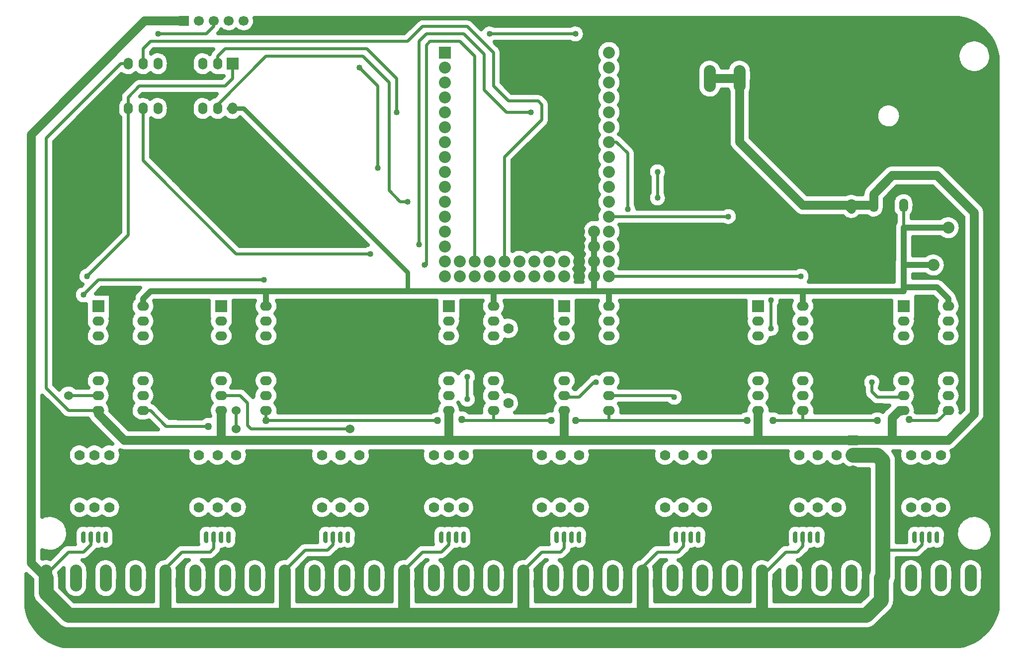
<source format=gtl>
G04 DipTrace 2.4.0.2*
%INhorowitzv.1.2_Top.GTL*%
%MOIN*%
%ADD13C,0.02*%
%ADD14C,0.1*%
%ADD15C,0.08*%
%ADD16C,0.03*%
%ADD17C,0.06*%
%ADD18C,0.04*%
%ADD19C,0.025*%
%ADD20O,0.08X0.18*%
%ADD21R,0.08X0.08*%
%ADD22O,0.08X0.06*%
%ADD23O,0.03X0.08*%
%ADD24C,0.07*%
%ADD25O,0.06X0.09*%
%ADD26C,0.08*%
%ADD27R,0.0669X0.0669*%
%ADD28C,0.0669*%
%ADD29O,0.06X0.08*%
%ADD31C,0.05*%
%FSLAX44Y44*%
G04*
G70*
G90*
G75*
G01*
%LNTop*%
%LPD*%
X20690Y22690D2*
D13*
X21940D1*
X22440Y22190D1*
Y20690D1*
X22690Y20440D1*
X29315D1*
X46690Y22690D2*
X50940D1*
X51065Y22565D1*
X47940Y35190D2*
Y38940D1*
X47190Y39690D1*
X46690D1*
X57565Y27190D2*
Y29065D1*
X49940Y35940D2*
Y37690D1*
X38690Y46940D2*
X44440D1*
X10440Y22690D2*
X12440D1*
X29940Y44690D2*
X31190Y43440D1*
Y37940D1*
X41440Y41690D2*
X39815D1*
X38315Y43190D1*
Y45565D1*
X36940Y46940D1*
X34440D1*
X33940Y46440D1*
Y32815D1*
X45815Y23565D2*
X45690D1*
X44690Y22565D1*
X43815D1*
X43690Y22690D1*
X54690Y34690D2*
X46690D1*
X12440Y25690D2*
X15440D1*
X20690D1*
X23690D1*
X35940D1*
Y24690D2*
X23690D1*
X20690D1*
X15440D1*
X12440D1*
X43690Y25690D2*
X38940D1*
X35940D1*
Y24690D2*
X38940D1*
X43690D1*
X46690D1*
Y25690D2*
X43690D1*
X46690D2*
X56690D1*
X46690Y24690D2*
X56690D1*
X59690Y25690D2*
X56690D1*
Y24690D2*
X59690D1*
X66440D1*
X69440D1*
Y25690D2*
X66440D1*
X59690D1*
X44690Y33690D2*
Y32690D1*
Y31690D1*
Y30690D1*
X65440Y31440D2*
Y33940D1*
Y32940D1*
X64690Y32190D1*
X63450D1*
X58940D1*
X51940Y39190D1*
Y44940D1*
X52690Y45690D1*
X57440D1*
Y43940D1*
X62940Y32440D2*
X63200D1*
X63450Y32190D1*
X12440Y25690D2*
Y24690D1*
X21690Y21690D2*
Y20440D1*
X8940Y10440D2*
D14*
Y9440D1*
X10440Y7940D1*
X16940D1*
X24940D1*
X32940D1*
X40940D1*
X48940D1*
X56940D1*
X63940D1*
X64940Y8940D1*
Y10440D1*
X8940D2*
D13*
Y10690D1*
X10440Y12190D1*
X11440D1*
X11940Y12690D1*
Y13190D1*
X16940Y10440D2*
Y11065D1*
X18065Y12190D1*
X19940D1*
X20190Y12440D1*
Y13190D1*
X24940Y10440D2*
Y10940D1*
X26315Y12315D1*
X27815D1*
X28190Y12690D1*
Y13190D1*
X32940Y10440D2*
Y10940D1*
X34190Y12190D1*
X35440D1*
X35940Y12690D1*
Y13190D1*
X40940Y10440D2*
Y10940D1*
X42190Y12190D1*
X43440D1*
X43690Y12440D1*
Y13190D1*
X48940Y10440D2*
Y11190D1*
X49940Y12190D1*
X51315D1*
X51690Y12565D1*
Y13190D1*
X56940Y10440D2*
Y10565D1*
X58565Y12190D1*
X59315D1*
X59690Y12565D1*
Y13190D1*
X64940Y10440D2*
Y12190D1*
X65065Y12315D1*
X67315D1*
X67690Y12690D1*
Y13190D1*
X16940Y10440D2*
D15*
Y7940D1*
X24940Y10440D2*
Y7940D1*
X32940Y10440D2*
Y7940D1*
X40940Y10440D2*
Y7940D1*
X48940Y10440D2*
Y7940D1*
X56940Y10440D2*
Y7940D1*
X63070Y18690D2*
D14*
X64690D1*
X65065Y18315D1*
Y10565D1*
X64940Y10440D1*
X18190Y47815D2*
D17*
X15565D1*
X7940Y40190D1*
Y11440D1*
X8940Y10440D1*
X66440Y21690D2*
X66190D1*
X65690Y21190D1*
Y19690D1*
X64817D1*
X56690D1*
X43690D1*
X35940D1*
X20690D1*
X14190D1*
X12440Y21440D1*
Y21690D1*
X35940D2*
Y19690D1*
X20690Y21690D2*
Y19690D1*
X55440Y43940D2*
X53440D1*
X56690Y21690D2*
Y19690D1*
X62940Y35440D2*
Y35190D1*
X62690Y35440D1*
X59690D1*
X55440Y39690D1*
Y43940D1*
X66286Y21638D2*
X66440Y21690D1*
X43690D2*
Y19690D1*
X63070D2*
D13*
X64817D1*
X62940Y35440D2*
D17*
X64440D1*
Y36190D1*
X65690Y37440D1*
X68690D1*
X71190Y34940D1*
Y21440D1*
X69440Y19690D1*
X65690D1*
X64440Y35440D2*
D13*
X62940D1*
X12440Y21690D2*
X10440D1*
X8940Y23190D1*
Y39940D1*
X13940Y44940D1*
X14440D1*
X15440Y21690D2*
X15940D1*
X17003Y20627D1*
X19815D1*
X23690Y21003D2*
Y21690D1*
Y21003D2*
X35190D1*
X36815Y21065D2*
Y21003D1*
X38940D1*
X42815D1*
X44440D2*
X46690D1*
X55940D1*
X57690D2*
X59690D1*
X64690D1*
X66815Y21065D2*
Y21003D1*
X68753D1*
X69440Y21690D1*
X59690D2*
Y21003D1*
X46690Y21690D2*
Y21003D1*
X38940Y21690D2*
Y21003D1*
X14440Y41940D2*
Y42690D1*
X15190Y43440D1*
X20940D1*
X21440Y43940D1*
Y44940D1*
X14440Y41940D2*
Y33440D1*
X11690Y30690D1*
X15440Y28690D2*
D18*
Y29190D1*
X15940Y29690D1*
X23690D1*
X33190D1*
X38940D1*
X45690D1*
X46690D1*
X59690D1*
X66440D1*
Y29940D1*
X68690D1*
X69440Y29190D1*
Y28690D1*
X59690D2*
Y29690D1*
X46690Y28690D2*
Y29690D1*
X45690Y30690D2*
Y29690D1*
X38940Y28690D2*
Y29690D1*
X23690Y28690D2*
Y29690D1*
X45690Y30690D2*
Y31690D1*
Y32690D1*
Y33690D1*
X69440Y33940D2*
X66440D1*
Y31440D1*
Y29940D1*
X68440Y31440D2*
X66440D1*
Y35440D2*
D13*
Y33940D1*
X21440Y41940D2*
D16*
Y42190D1*
X21190Y41940D1*
X22190D1*
X33190Y30940D1*
Y29690D1*
X20190Y47815D2*
D13*
Y47440D1*
X19690Y46940D1*
X16440D1*
X11440Y29440D2*
X12440Y30440D1*
X23549D1*
X37190Y22440D2*
Y23940D1*
X34315Y31440D2*
X34440D1*
Y46190D1*
X34690Y46440D1*
X36690D1*
X37690Y45440D1*
Y31690D1*
X46690Y30690D2*
X59565D1*
X64315Y23565D2*
Y22940D1*
X64690Y22565D1*
X66315D1*
X66440Y22690D1*
X32440Y41690D2*
Y43940D1*
X30440Y45940D1*
X20940D1*
X20440Y45440D1*
Y44940D1*
X15440D2*
Y45940D1*
X15940Y46440D1*
X33190D1*
X34190Y47440D1*
X37190D1*
X38940Y45690D1*
Y43440D1*
X39940Y42440D1*
X41940D1*
X42190Y42190D1*
Y41190D1*
X39690Y38690D1*
Y31690D1*
X30690Y32190D2*
X21690D1*
X15440Y38440D1*
Y41940D1*
X20440D2*
Y42190D1*
X23690Y45440D1*
X30190D1*
X31940Y43690D1*
Y36440D1*
X32690Y35690D1*
X33190D1*
D17*
X29315Y20440D3*
D18*
X51065Y22565D3*
X47940Y35190D3*
X57565Y27190D3*
Y29065D3*
X49940Y35940D3*
Y37690D3*
X38690Y46940D3*
X44440D3*
D17*
X10440Y22690D3*
D18*
X29940Y44690D3*
X31190Y37940D3*
X41440Y41690D3*
X33940Y32815D3*
X45815Y23565D3*
X54690Y34690D3*
D17*
X21690Y21690D3*
Y20440D3*
D31*
X19815Y20627D3*
X23690Y21003D3*
X35190D3*
X36815Y21065D3*
X42815Y21003D3*
X44440D3*
X55940D3*
X57690D3*
X64690D3*
X66815Y21065D3*
X23690Y21003D3*
D18*
X11690Y30690D3*
X16440Y46940D3*
X11440Y29440D3*
X23549Y30440D3*
X37190Y22440D3*
Y23940D3*
X34315Y31440D3*
X59565Y30690D3*
X64315Y23565D3*
X32440Y41690D3*
X30690Y32190D3*
X33190Y35690D3*
X22983Y47818D2*
D19*
X33788D1*
X37592D2*
X70843D1*
X22944Y47569D2*
X33538D1*
X37842D2*
X38577D1*
X38803D2*
X44327D1*
X44553D2*
X71327D1*
X22803Y47320D2*
X33288D1*
X44975D2*
X71667D1*
X20604Y47072D2*
X20968D1*
X21412D2*
X21968D1*
X22412D2*
X33042D1*
X45084D2*
X71929D1*
X45088Y46823D2*
X72140D1*
X44983Y46574D2*
X72311D1*
X39084Y46325D2*
X44257D1*
X44623D2*
X46124D1*
X47256D2*
X70468D1*
X71912D2*
X72448D1*
X39334Y46077D2*
X45925D1*
X47455D2*
X70237D1*
X72143D2*
X72561D1*
X16111Y45828D2*
X20046D1*
X39483D2*
X45843D1*
X47537D2*
X70108D1*
X72272D2*
X72644D1*
X16963Y45579D2*
X18917D1*
X39498D2*
X45839D1*
X47541D2*
X70046D1*
X72334D2*
X72710D1*
X17139Y45331D2*
X18741D1*
X39498D2*
X45913D1*
X47467D2*
X70046D1*
X72334D2*
X72741D1*
X17197Y45082D2*
X18683D1*
X39498D2*
X45929D1*
X47451D2*
X52882D1*
X53998D2*
X54882D1*
X55998D2*
X70097D1*
X72283D2*
X72741D1*
X17201Y44833D2*
X18679D1*
X39498D2*
X45843D1*
X47537D2*
X52679D1*
X54201D2*
X54679D1*
X56201D2*
X70218D1*
X72162D2*
X72741D1*
X17154Y44585D2*
X18726D1*
X39498D2*
X45835D1*
X47545D2*
X52593D1*
X56287D2*
X70433D1*
X71947D2*
X72741D1*
X16998Y44336D2*
X18882D1*
X39498D2*
X45909D1*
X47471D2*
X52581D1*
X56299D2*
X70944D1*
X71436D2*
X72741D1*
X13869Y44087D2*
X20808D1*
X39498D2*
X45933D1*
X47447D2*
X52581D1*
X56299D2*
X72741D1*
X13619Y43839D2*
X14808D1*
X39498D2*
X45843D1*
X47537D2*
X52581D1*
X56299D2*
X72741D1*
X13373Y43590D2*
X14558D1*
X39572D2*
X45835D1*
X47545D2*
X52581D1*
X56299D2*
X72741D1*
X13123Y43341D2*
X14311D1*
X39819D2*
X45905D1*
X47475D2*
X52585D1*
X56295D2*
X72741D1*
X12873Y43093D2*
X14061D1*
X40069D2*
X45933D1*
X47447D2*
X52655D1*
X54225D2*
X54655D1*
X56225D2*
X72741D1*
X12627Y42844D2*
X13901D1*
X15377D2*
X20311D1*
X42315D2*
X45843D1*
X47537D2*
X52831D1*
X54049D2*
X54679D1*
X56201D2*
X72741D1*
X12377Y42595D2*
X13882D1*
X16947D2*
X18933D1*
X42565D2*
X45835D1*
X47545D2*
X54679D1*
X56201D2*
X72741D1*
X12127Y42346D2*
X13749D1*
X17131D2*
X18749D1*
X42725D2*
X45905D1*
X47475D2*
X54679D1*
X56201D2*
X72741D1*
X11881Y42098D2*
X13683D1*
X17197D2*
X18683D1*
X42748D2*
X45936D1*
X47444D2*
X54679D1*
X56201D2*
X64901D1*
X65979D2*
X72741D1*
X11631Y41849D2*
X13679D1*
X17201D2*
X18679D1*
X42748D2*
X45847D1*
X47533D2*
X54679D1*
X56201D2*
X64686D1*
X66194D2*
X72741D1*
X11381Y41600D2*
X13722D1*
X17158D2*
X18722D1*
X42748D2*
X45835D1*
X47545D2*
X54679D1*
X56201D2*
X64597D1*
X66283D2*
X72741D1*
X11135Y41352D2*
X13866D1*
X17014D2*
X18866D1*
X42748D2*
X45901D1*
X47479D2*
X54679D1*
X56201D2*
X64585D1*
X66295D2*
X72741D1*
X10885Y41103D2*
X13882D1*
X15998D2*
X22175D1*
X42744D2*
X45940D1*
X47440D2*
X54679D1*
X56201D2*
X64651D1*
X66229D2*
X72741D1*
X10635Y40854D2*
X13882D1*
X15998D2*
X22425D1*
X42631D2*
X45847D1*
X47533D2*
X54679D1*
X56201D2*
X64819D1*
X66061D2*
X72741D1*
X10389Y40606D2*
X13882D1*
X15998D2*
X22671D1*
X42389D2*
X45835D1*
X47545D2*
X54679D1*
X56201D2*
X65386D1*
X65496D2*
X72741D1*
X10139Y40357D2*
X13882D1*
X15998D2*
X22921D1*
X42139D2*
X45901D1*
X47479D2*
X54679D1*
X56201D2*
X72741D1*
X9889Y40108D2*
X13882D1*
X15998D2*
X23171D1*
X41889D2*
X45944D1*
X47549D2*
X54679D1*
X56201D2*
X72741D1*
X9643Y39860D2*
X13882D1*
X15998D2*
X23417D1*
X41643D2*
X45847D1*
X47803D2*
X54679D1*
X56334D2*
X72741D1*
X9498Y39611D2*
X13882D1*
X15998D2*
X23667D1*
X41393D2*
X45835D1*
X48049D2*
X54683D1*
X56584D2*
X72741D1*
X9498Y39362D2*
X13882D1*
X15998D2*
X23917D1*
X41143D2*
X45897D1*
X48299D2*
X54757D1*
X56830D2*
X72741D1*
X9498Y39114D2*
X13882D1*
X15998D2*
X24163D1*
X40897D2*
X45944D1*
X48471D2*
X54952D1*
X57080D2*
X72741D1*
X9498Y38865D2*
X13882D1*
X15998D2*
X24413D1*
X40647D2*
X45851D1*
X48498D2*
X55202D1*
X57330D2*
X72741D1*
X9498Y38616D2*
X13882D1*
X16045D2*
X24663D1*
X40397D2*
X45835D1*
X48498D2*
X55448D1*
X57576D2*
X72741D1*
X9498Y38367D2*
X13882D1*
X16295D2*
X24909D1*
X40248D2*
X45894D1*
X48498D2*
X55698D1*
X57826D2*
X72741D1*
X9498Y38119D2*
X13882D1*
X16541D2*
X25159D1*
X40248D2*
X45948D1*
X48498D2*
X49448D1*
X50432D2*
X55948D1*
X58076D2*
X65382D1*
X68998D2*
X72741D1*
X9498Y37870D2*
X13882D1*
X16791D2*
X25409D1*
X40248D2*
X45851D1*
X48498D2*
X49308D1*
X50572D2*
X56194D1*
X58322D2*
X65058D1*
X69322D2*
X72741D1*
X9498Y37621D2*
X13882D1*
X17041D2*
X25655D1*
X40248D2*
X45831D1*
X48498D2*
X49284D1*
X50596D2*
X56444D1*
X58572D2*
X64808D1*
X69572D2*
X72741D1*
X9498Y37373D2*
X13882D1*
X17287D2*
X25905D1*
X40248D2*
X45894D1*
X48498D2*
X49366D1*
X50514D2*
X56694D1*
X58822D2*
X64558D1*
X69822D2*
X72741D1*
X9498Y37124D2*
X13882D1*
X17537D2*
X26155D1*
X40248D2*
X45952D1*
X48498D2*
X49382D1*
X50498D2*
X56940D1*
X59069D2*
X64311D1*
X70069D2*
X72741D1*
X9498Y36875D2*
X13882D1*
X17787D2*
X26401D1*
X40248D2*
X45851D1*
X48498D2*
X49382D1*
X50498D2*
X57190D1*
X59319D2*
X64061D1*
X70319D2*
X72741D1*
X9498Y36627D2*
X13882D1*
X18033D2*
X26651D1*
X40248D2*
X45831D1*
X48498D2*
X49382D1*
X50498D2*
X57440D1*
X59569D2*
X63823D1*
X65940D2*
X68440D1*
X70569D2*
X72741D1*
X9498Y36378D2*
X13882D1*
X18283D2*
X26901D1*
X40248D2*
X45890D1*
X48498D2*
X49382D1*
X50498D2*
X57686D1*
X59815D2*
X63706D1*
X65694D2*
X68686D1*
X70815D2*
X72741D1*
X9498Y36129D2*
X13882D1*
X18533D2*
X27147D1*
X40248D2*
X45956D1*
X48498D2*
X49308D1*
X50572D2*
X57936D1*
X65444D2*
X65917D1*
X66963D2*
X68936D1*
X71065D2*
X72741D1*
X9498Y35881D2*
X13882D1*
X18779D2*
X27397D1*
X40248D2*
X45851D1*
X48498D2*
X49284D1*
X50596D2*
X58186D1*
X65201D2*
X65741D1*
X67139D2*
X69186D1*
X71315D2*
X72741D1*
X9498Y35632D2*
X13882D1*
X19029D2*
X27647D1*
X40248D2*
X45831D1*
X48498D2*
X49358D1*
X50522D2*
X58433D1*
X65201D2*
X65683D1*
X67197D2*
X69433D1*
X71561D2*
X72741D1*
X9498Y35383D2*
X13882D1*
X19279D2*
X27894D1*
X40248D2*
X45890D1*
X48569D2*
X49608D1*
X50272D2*
X58683D1*
X65201D2*
X65679D1*
X67201D2*
X69683D1*
X71803D2*
X72741D1*
X9498Y35135D2*
X13882D1*
X19526D2*
X28144D1*
X40248D2*
X45960D1*
X55170D2*
X58933D1*
X65182D2*
X65698D1*
X67182D2*
X69933D1*
X71924D2*
X72741D1*
X9498Y34886D2*
X13882D1*
X19776D2*
X28394D1*
X40248D2*
X45854D1*
X55319D2*
X59183D1*
X65080D2*
X65800D1*
X67080D2*
X70179D1*
X71951D2*
X72741D1*
X9498Y34637D2*
X13882D1*
X20026D2*
X28640D1*
X40248D2*
X45831D1*
X55346D2*
X62433D1*
X63447D2*
X64077D1*
X64803D2*
X65882D1*
X66998D2*
X68956D1*
X69924D2*
X70429D1*
X71951D2*
X72741D1*
X9498Y34388D2*
X13882D1*
X20272D2*
X28890D1*
X40248D2*
X45206D1*
X55276D2*
X65882D1*
X70170D2*
X70429D1*
X71951D2*
X72741D1*
X9498Y34140D2*
X13882D1*
X20522D2*
X29140D1*
X40248D2*
X44960D1*
X47420D2*
X54347D1*
X55033D2*
X65811D1*
X70276D2*
X70429D1*
X71951D2*
X72741D1*
X9498Y33891D2*
X13882D1*
X20772D2*
X29386D1*
X40248D2*
X44854D1*
X47526D2*
X65780D1*
X70299D2*
X70429D1*
X71951D2*
X72741D1*
X9498Y33642D2*
X13862D1*
X21018D2*
X29636D1*
X40248D2*
X44831D1*
X47549D2*
X65780D1*
X70244D2*
X70429D1*
X71951D2*
X72741D1*
X9498Y33394D2*
X13612D1*
X21268D2*
X29886D1*
X40248D2*
X44886D1*
X47494D2*
X65780D1*
X70096D2*
X70429D1*
X71951D2*
X72741D1*
X9498Y33145D2*
X13362D1*
X21518D2*
X30132D1*
X40248D2*
X44964D1*
X47416D2*
X65780D1*
X67100D2*
X69159D1*
X69721D2*
X70429D1*
X71951D2*
X72741D1*
X9498Y32896D2*
X13116D1*
X21764D2*
X30382D1*
X40248D2*
X44854D1*
X47526D2*
X65780D1*
X67100D2*
X70429D1*
X71951D2*
X72741D1*
X9498Y32648D2*
X12866D1*
X40248D2*
X44831D1*
X47549D2*
X65780D1*
X67100D2*
X70429D1*
X71951D2*
X72741D1*
X9498Y32399D2*
X12616D1*
X44154D2*
X44882D1*
X47498D2*
X65780D1*
X67100D2*
X70429D1*
X71951D2*
X72741D1*
X9498Y32150D2*
X12370D1*
X44412D2*
X44968D1*
X47412D2*
X65780D1*
X67100D2*
X67976D1*
X68904D2*
X70429D1*
X71951D2*
X72741D1*
X9498Y31902D2*
X12120D1*
X44522D2*
X44858D1*
X47522D2*
X65780D1*
X69162D2*
X70429D1*
X71951D2*
X72741D1*
X9498Y31653D2*
X11870D1*
X44549D2*
X44831D1*
X47549D2*
X65780D1*
X69272D2*
X70429D1*
X71951D2*
X72741D1*
X9498Y31404D2*
X11624D1*
X44498D2*
X44882D1*
X47498D2*
X65780D1*
X69299D2*
X70429D1*
X71951D2*
X72741D1*
X9498Y31156D2*
X11233D1*
X44408D2*
X44972D1*
X60022D2*
X65780D1*
X69248D2*
X70429D1*
X71951D2*
X72741D1*
X9498Y30907D2*
X11069D1*
X44522D2*
X44858D1*
X60186D2*
X65780D1*
X69108D2*
X70429D1*
X71951D2*
X72741D1*
X9498Y30658D2*
X11030D1*
X44549D2*
X44831D1*
X60225D2*
X65780D1*
X67100D2*
X68124D1*
X68756D2*
X70429D1*
X71951D2*
X72741D1*
X9498Y30409D2*
X11097D1*
X44502D2*
X44878D1*
X60158D2*
X65780D1*
X69143D2*
X70429D1*
X71951D2*
X72741D1*
X9498Y30161D2*
X11315D1*
X69393D2*
X70429D1*
X71951D2*
X72741D1*
X9498Y29912D2*
X10991D1*
X69639D2*
X70429D1*
X71951D2*
X72741D1*
X9498Y29663D2*
X10819D1*
X12444D2*
X14991D1*
X69889D2*
X70429D1*
X71951D2*
X72741D1*
X9498Y29415D2*
X10780D1*
X13299D2*
X14819D1*
X70061D2*
X70429D1*
X71951D2*
X72741D1*
X9498Y29166D2*
X10843D1*
X13299D2*
X14757D1*
X67299D2*
X68542D1*
X70123D2*
X70429D1*
X71951D2*
X72741D1*
X9498Y28917D2*
X11054D1*
X13299D2*
X14616D1*
X16264D2*
X19831D1*
X21549D2*
X22866D1*
X24514D2*
X35081D1*
X36799D2*
X38116D1*
X39764D2*
X42831D1*
X44549D2*
X45866D1*
X47514D2*
X55831D1*
X58209D2*
X58866D1*
X60514D2*
X65581D1*
X67299D2*
X68616D1*
X70264D2*
X70429D1*
X71951D2*
X72741D1*
X9498Y28669D2*
X11581D1*
X13299D2*
X14581D1*
X16299D2*
X19831D1*
X21549D2*
X22831D1*
X24549D2*
X35081D1*
X36799D2*
X38081D1*
X39799D2*
X42831D1*
X44549D2*
X45831D1*
X47549D2*
X55831D1*
X58123D2*
X58831D1*
X60549D2*
X65581D1*
X67299D2*
X68581D1*
X70299D2*
X70429D1*
X71951D2*
X72741D1*
X9498Y28420D2*
X11581D1*
X13299D2*
X14632D1*
X16248D2*
X19831D1*
X21549D2*
X22882D1*
X24498D2*
X35081D1*
X36799D2*
X38132D1*
X39748D2*
X42831D1*
X44549D2*
X45882D1*
X47498D2*
X55831D1*
X58123D2*
X58882D1*
X60498D2*
X65581D1*
X67299D2*
X68632D1*
X70248D2*
X70429D1*
X71951D2*
X72741D1*
X9498Y28171D2*
X11581D1*
X13299D2*
X14761D1*
X16119D2*
X19831D1*
X21549D2*
X23011D1*
X24369D2*
X35081D1*
X36799D2*
X38261D1*
X39619D2*
X42831D1*
X44549D2*
X46011D1*
X47369D2*
X55831D1*
X58123D2*
X59011D1*
X60369D2*
X65581D1*
X67299D2*
X68761D1*
X70119D2*
X70429D1*
X71951D2*
X72741D1*
X9498Y27923D2*
X11581D1*
X13299D2*
X14616D1*
X16264D2*
X19831D1*
X21549D2*
X22866D1*
X24514D2*
X35081D1*
X36799D2*
X38116D1*
X40248D2*
X42831D1*
X44549D2*
X45866D1*
X47514D2*
X55831D1*
X58123D2*
X58866D1*
X60514D2*
X65581D1*
X67299D2*
X68616D1*
X70264D2*
X70429D1*
X71951D2*
X72741D1*
X9498Y27674D2*
X11581D1*
X13299D2*
X14581D1*
X16299D2*
X19831D1*
X21549D2*
X22831D1*
X24549D2*
X35081D1*
X36799D2*
X38081D1*
X40584D2*
X42831D1*
X44549D2*
X45831D1*
X47549D2*
X55831D1*
X58123D2*
X58831D1*
X60549D2*
X65581D1*
X67299D2*
X68581D1*
X70299D2*
X70429D1*
X71951D2*
X72741D1*
X9498Y27425D2*
X11628D1*
X13252D2*
X14628D1*
X16252D2*
X19878D1*
X21502D2*
X22878D1*
X24502D2*
X35128D1*
X36752D2*
X38128D1*
X40713D2*
X42878D1*
X44502D2*
X45878D1*
X47502D2*
X55878D1*
X58178D2*
X58878D1*
X60502D2*
X65628D1*
X67252D2*
X68628D1*
X70252D2*
X70429D1*
X71951D2*
X72741D1*
X9498Y27177D2*
X11765D1*
X13115D2*
X14765D1*
X16115D2*
X20015D1*
X21365D2*
X23015D1*
X24365D2*
X35265D1*
X36615D2*
X38265D1*
X40748D2*
X43015D1*
X44365D2*
X46015D1*
X47365D2*
X56015D1*
X58225D2*
X59015D1*
X60365D2*
X65765D1*
X67115D2*
X68765D1*
X70115D2*
X70429D1*
X71951D2*
X72741D1*
X9498Y26928D2*
X11620D1*
X13260D2*
X14620D1*
X16260D2*
X19870D1*
X21510D2*
X22870D1*
X24510D2*
X35120D1*
X36760D2*
X38120D1*
X40705D2*
X42870D1*
X44510D2*
X45870D1*
X47510D2*
X55870D1*
X58170D2*
X58870D1*
X60510D2*
X65620D1*
X67260D2*
X68620D1*
X70260D2*
X70429D1*
X71951D2*
X72741D1*
X9498Y26679D2*
X11581D1*
X13299D2*
X14581D1*
X16299D2*
X19831D1*
X21549D2*
X22831D1*
X24549D2*
X35081D1*
X36799D2*
X38081D1*
X40561D2*
X42831D1*
X44549D2*
X45831D1*
X47549D2*
X55831D1*
X57967D2*
X58831D1*
X60549D2*
X65581D1*
X67299D2*
X68581D1*
X70299D2*
X70429D1*
X71951D2*
X72741D1*
X9498Y26430D2*
X11628D1*
X13252D2*
X14628D1*
X16252D2*
X19878D1*
X21502D2*
X22878D1*
X24502D2*
X35128D1*
X36752D2*
X38128D1*
X40162D2*
X42878D1*
X44502D2*
X45878D1*
X47502D2*
X55878D1*
X57502D2*
X58878D1*
X60502D2*
X65628D1*
X67252D2*
X68628D1*
X70252D2*
X70429D1*
X71951D2*
X72741D1*
X9498Y26182D2*
X11784D1*
X13096D2*
X14784D1*
X16096D2*
X20034D1*
X21346D2*
X23034D1*
X24346D2*
X35284D1*
X36596D2*
X38284D1*
X39596D2*
X43034D1*
X44346D2*
X46034D1*
X47346D2*
X56034D1*
X57346D2*
X59034D1*
X60346D2*
X65784D1*
X67096D2*
X68784D1*
X70096D2*
X70429D1*
X71951D2*
X72741D1*
X9498Y25933D2*
X70429D1*
X71951D2*
X72741D1*
X9498Y25684D2*
X70429D1*
X71951D2*
X72741D1*
X9498Y25436D2*
X70429D1*
X71951D2*
X72741D1*
X9498Y25187D2*
X70429D1*
X71951D2*
X72741D1*
X9498Y24938D2*
X70429D1*
X71951D2*
X72741D1*
X9498Y24690D2*
X70429D1*
X71951D2*
X72741D1*
X9498Y24441D2*
X36776D1*
X37604D2*
X70429D1*
X71951D2*
X72741D1*
X9498Y24192D2*
X11780D1*
X13100D2*
X14780D1*
X16100D2*
X20030D1*
X21350D2*
X23030D1*
X24350D2*
X35280D1*
X37799D2*
X38280D1*
X39600D2*
X43030D1*
X44350D2*
X45690D1*
X47350D2*
X56030D1*
X57350D2*
X59030D1*
X60350D2*
X64190D1*
X64440D2*
X65780D1*
X67100D2*
X68780D1*
X70100D2*
X70429D1*
X71951D2*
X72741D1*
X9498Y23944D2*
X11624D1*
X13256D2*
X14624D1*
X16256D2*
X19874D1*
X21506D2*
X22874D1*
X24506D2*
X35124D1*
X37850D2*
X38124D1*
X39756D2*
X42874D1*
X44506D2*
X45280D1*
X47506D2*
X55874D1*
X57506D2*
X58874D1*
X60506D2*
X63780D1*
X64850D2*
X65624D1*
X67256D2*
X68624D1*
X70256D2*
X70429D1*
X71951D2*
X72741D1*
X9498Y23695D2*
X11581D1*
X13299D2*
X14581D1*
X16299D2*
X19831D1*
X21549D2*
X22831D1*
X24549D2*
X35081D1*
X37799D2*
X38081D1*
X39799D2*
X42831D1*
X44549D2*
X45038D1*
X47549D2*
X55831D1*
X57549D2*
X58831D1*
X60549D2*
X63667D1*
X64963D2*
X65581D1*
X67299D2*
X68581D1*
X70299D2*
X70429D1*
X71951D2*
X72741D1*
X9498Y23446D2*
X11620D1*
X13260D2*
X14620D1*
X16260D2*
X19870D1*
X21510D2*
X22870D1*
X24510D2*
X35120D1*
X37748D2*
X38120D1*
X39760D2*
X42870D1*
X44510D2*
X44788D1*
X47510D2*
X55870D1*
X57510D2*
X58870D1*
X60510D2*
X63667D1*
X64963D2*
X65620D1*
X67260D2*
X68620D1*
X70260D2*
X70429D1*
X71951D2*
X72741D1*
X9713Y23198D2*
X9882D1*
X13111D2*
X14769D1*
X16111D2*
X20019D1*
X22135D2*
X23019D1*
X24361D2*
X35269D1*
X37748D2*
X38269D1*
X39611D2*
X43019D1*
X44361D2*
X44542D1*
X51143D2*
X56019D1*
X57361D2*
X59019D1*
X60361D2*
X63757D1*
X64873D2*
X65769D1*
X67111D2*
X68769D1*
X70111D2*
X70429D1*
X71951D2*
X72741D1*
X13252Y22949D2*
X14628D1*
X16252D2*
X19878D1*
X22463D2*
X22878D1*
X24502D2*
X35128D1*
X37748D2*
X38128D1*
X40166D2*
X42878D1*
X51596D2*
X55878D1*
X57502D2*
X58878D1*
X60502D2*
X63757D1*
X67252D2*
X68628D1*
X70252D2*
X70429D1*
X71951D2*
X72741D1*
X13299Y22700D2*
X14581D1*
X16299D2*
X19831D1*
X24549D2*
X35081D1*
X37795D2*
X38081D1*
X40561D2*
X42831D1*
X51709D2*
X55831D1*
X57549D2*
X58831D1*
X60549D2*
X63811D1*
X67299D2*
X68581D1*
X70299D2*
X70429D1*
X71951D2*
X72741D1*
X8701Y22451D2*
X8897D1*
X13260D2*
X14620D1*
X16260D2*
X19870D1*
X24510D2*
X35120D1*
X37850D2*
X38120D1*
X40705D2*
X42870D1*
X51713D2*
X55870D1*
X57510D2*
X58870D1*
X60510D2*
X64022D1*
X67260D2*
X68620D1*
X70260D2*
X70429D1*
X71951D2*
X72741D1*
X8701Y22203D2*
X9147D1*
X13115D2*
X14765D1*
X16115D2*
X20015D1*
X24365D2*
X35265D1*
X37803D2*
X38265D1*
X40748D2*
X43015D1*
X51611D2*
X56015D1*
X57365D2*
X59015D1*
X60365D2*
X64272D1*
X67115D2*
X68765D1*
X70115D2*
X70429D1*
X71951D2*
X72741D1*
X8701Y21954D2*
X9394D1*
X13252D2*
X14628D1*
X16459D2*
X19878D1*
X24502D2*
X35128D1*
X37623D2*
X38128D1*
X40713D2*
X42878D1*
X47502D2*
X50866D1*
X51264D2*
X55878D1*
X57502D2*
X58878D1*
X60502D2*
X65390D1*
X67252D2*
X68628D1*
X70252D2*
X70429D1*
X71951D2*
X72741D1*
X8701Y21705D2*
X9644D1*
X13299D2*
X14581D1*
X16705D2*
X19831D1*
X24549D2*
X35081D1*
X37084D2*
X38081D1*
X40584D2*
X42831D1*
X47549D2*
X55831D1*
X57549D2*
X58831D1*
X60549D2*
X65140D1*
X67299D2*
X68581D1*
X71951D2*
X72741D1*
X8701Y21457D2*
X9894D1*
X13486D2*
X14620D1*
X16955D2*
X19870D1*
X71951D2*
X72741D1*
X8701Y21208D2*
X10183D1*
X13736D2*
X14761D1*
X17205D2*
X19425D1*
X71912D2*
X72741D1*
X8701Y20959D2*
X11858D1*
X13986D2*
X15237D1*
X15643D2*
X15890D1*
X71772D2*
X72741D1*
X8701Y20711D2*
X12104D1*
X14233D2*
X16140D1*
X71526D2*
X72741D1*
X8701Y20462D2*
X12354D1*
X14483D2*
X16386D1*
X71276D2*
X72741D1*
X8701Y20213D2*
X12601D1*
X71029D2*
X72741D1*
X8701Y19965D2*
X12851D1*
X70779D2*
X72741D1*
X8701Y19716D2*
X13101D1*
X70529D2*
X72741D1*
X8701Y19467D2*
X11058D1*
X11322D2*
X12058D1*
X12322D2*
X13058D1*
X70283D2*
X72741D1*
X8701Y19219D2*
X10585D1*
X70033D2*
X72741D1*
X8701Y18970D2*
X10433D1*
X69697D2*
X72741D1*
X8701Y18721D2*
X10382D1*
X13998D2*
X18382D1*
X22498D2*
X26632D1*
X30748D2*
X34132D1*
X37748D2*
X41382D1*
X45498D2*
X49632D1*
X53748D2*
X58632D1*
X65932D2*
X66132D1*
X69748D2*
X72741D1*
X8701Y18472D2*
X10409D1*
X13971D2*
X18409D1*
X22471D2*
X26659D1*
X30721D2*
X34159D1*
X37721D2*
X41409D1*
X45471D2*
X49659D1*
X53721D2*
X58659D1*
X66010D2*
X66162D1*
X69721D2*
X72741D1*
X8701Y18224D2*
X10534D1*
X13846D2*
X18534D1*
X22346D2*
X26784D1*
X30596D2*
X34284D1*
X37596D2*
X41534D1*
X45346D2*
X49784D1*
X53596D2*
X58784D1*
X66026D2*
X66284D1*
X69596D2*
X72741D1*
X8701Y17975D2*
X10843D1*
X11537D2*
X11843D1*
X12537D2*
X12843D1*
X13537D2*
X18843D1*
X19537D2*
X20093D1*
X20787D2*
X21343D1*
X22037D2*
X27093D1*
X27787D2*
X28343D1*
X29037D2*
X29593D1*
X30287D2*
X34593D1*
X35287D2*
X35593D1*
X36287D2*
X36593D1*
X37287D2*
X41843D1*
X42537D2*
X43093D1*
X43787D2*
X44343D1*
X45037D2*
X50093D1*
X50787D2*
X51343D1*
X52037D2*
X52593D1*
X53287D2*
X59093D1*
X59787D2*
X60343D1*
X61037D2*
X61593D1*
X62287D2*
X62444D1*
X66026D2*
X66593D1*
X67287D2*
X67593D1*
X68287D2*
X68593D1*
X69287D2*
X72741D1*
X8701Y17726D2*
X64104D1*
X66026D2*
X72741D1*
X8701Y17478D2*
X64104D1*
X66026D2*
X72741D1*
X8701Y17229D2*
X64104D1*
X66026D2*
X72741D1*
X8701Y16980D2*
X64104D1*
X66026D2*
X72741D1*
X8701Y16732D2*
X64104D1*
X66026D2*
X72741D1*
X8701Y16483D2*
X64104D1*
X66026D2*
X72741D1*
X8701Y16234D2*
X64104D1*
X66026D2*
X72741D1*
X8701Y15986D2*
X64104D1*
X66026D2*
X72741D1*
X8701Y15737D2*
X10601D1*
X13779D2*
X18601D1*
X22279D2*
X26851D1*
X30529D2*
X34351D1*
X37529D2*
X41601D1*
X45279D2*
X49851D1*
X53529D2*
X58851D1*
X62529D2*
X64104D1*
X66026D2*
X66351D1*
X69529D2*
X72741D1*
X8701Y15488D2*
X10440D1*
X13940D2*
X18440D1*
X22440D2*
X26690D1*
X30690D2*
X34190D1*
X37690D2*
X41440D1*
X45440D2*
X49690D1*
X53690D2*
X58690D1*
X62690D2*
X64104D1*
X66026D2*
X66190D1*
X69690D2*
X72741D1*
X8701Y15240D2*
X10382D1*
X13998D2*
X18382D1*
X22498D2*
X26632D1*
X30748D2*
X34132D1*
X37748D2*
X41382D1*
X45498D2*
X49632D1*
X53748D2*
X58632D1*
X62748D2*
X64104D1*
X69748D2*
X72741D1*
X8701Y14991D2*
X10405D1*
X13975D2*
X18405D1*
X22475D2*
X26655D1*
X30725D2*
X34155D1*
X37725D2*
X41405D1*
X45475D2*
X49655D1*
X53725D2*
X58655D1*
X62725D2*
X64104D1*
X66026D2*
X66156D1*
X69725D2*
X72741D1*
X8701Y14742D2*
X10519D1*
X13861D2*
X18519D1*
X22361D2*
X26769D1*
X30611D2*
X34269D1*
X37611D2*
X41519D1*
X45361D2*
X49769D1*
X53611D2*
X58769D1*
X62611D2*
X64104D1*
X66026D2*
X66269D1*
X69611D2*
X72741D1*
X9842Y14493D2*
X10804D1*
X11576D2*
X11804D1*
X12576D2*
X12804D1*
X13576D2*
X18804D1*
X19576D2*
X20054D1*
X20826D2*
X21304D1*
X22076D2*
X27054D1*
X27826D2*
X28304D1*
X29076D2*
X29554D1*
X30326D2*
X34554D1*
X35326D2*
X35554D1*
X36326D2*
X36554D1*
X37326D2*
X41804D1*
X42576D2*
X43054D1*
X43826D2*
X44304D1*
X45076D2*
X50054D1*
X50826D2*
X51304D1*
X52076D2*
X52554D1*
X53326D2*
X59054D1*
X59826D2*
X60304D1*
X61076D2*
X61554D1*
X62326D2*
X64104D1*
X66026D2*
X66554D1*
X67326D2*
X67554D1*
X68326D2*
X68554D1*
X69326D2*
X70538D1*
X71842D2*
X72741D1*
X10139Y14245D2*
X64104D1*
X66026D2*
X70241D1*
X72139D2*
X72741D1*
X10307Y13996D2*
X11233D1*
X13147D2*
X19483D1*
X21397D2*
X27483D1*
X29397D2*
X35233D1*
X37147D2*
X42983D1*
X44897D2*
X50983D1*
X52897D2*
X58983D1*
X60897D2*
X64104D1*
X66026D2*
X66983D1*
X68897D2*
X70073D1*
X72307D2*
X72741D1*
X10401Y13747D2*
X10917D1*
X13463D2*
X19167D1*
X21713D2*
X27167D1*
X29713D2*
X34917D1*
X37463D2*
X42667D1*
X45213D2*
X50667D1*
X53213D2*
X58667D1*
X61213D2*
X64104D1*
X66026D2*
X66667D1*
X69213D2*
X69979D1*
X72401D2*
X72741D1*
X10440Y13499D2*
X10835D1*
X13545D2*
X19085D1*
X21795D2*
X27085D1*
X29795D2*
X34835D1*
X37545D2*
X42585D1*
X45295D2*
X50585D1*
X53295D2*
X58585D1*
X61295D2*
X64104D1*
X66026D2*
X66585D1*
X69295D2*
X69940D1*
X72440D2*
X72741D1*
X10428Y13250D2*
X10831D1*
X13549D2*
X19081D1*
X21799D2*
X27081D1*
X29799D2*
X34831D1*
X37549D2*
X42581D1*
X45299D2*
X50581D1*
X53299D2*
X58581D1*
X61299D2*
X64104D1*
X66026D2*
X66581D1*
X69299D2*
X69952D1*
X72428D2*
X72741D1*
X10361Y13001D2*
X10831D1*
X13549D2*
X19081D1*
X21799D2*
X27081D1*
X29799D2*
X34831D1*
X37549D2*
X42581D1*
X45299D2*
X50581D1*
X53299D2*
X58581D1*
X61299D2*
X64104D1*
X66026D2*
X66581D1*
X69299D2*
X70019D1*
X72361D2*
X72741D1*
X10229Y12753D2*
X10862D1*
X13518D2*
X19112D1*
X21768D2*
X25983D1*
X29768D2*
X34862D1*
X37518D2*
X42612D1*
X45268D2*
X50612D1*
X53268D2*
X58612D1*
X61268D2*
X64104D1*
X69268D2*
X70151D1*
X72229D2*
X72741D1*
X13354Y12504D2*
X17597D1*
X21604D2*
X25722D1*
X29604D2*
X33722D1*
X37354D2*
X41722D1*
X45104D2*
X49472D1*
X53104D2*
X58097D1*
X61104D2*
X64104D1*
X69104D2*
X70374D1*
X72006D2*
X72741D1*
X8701Y12255D2*
X8851D1*
X9529D2*
X9726D1*
X12287D2*
X17351D1*
X20717D2*
X25476D1*
X28537D2*
X33476D1*
X36287D2*
X41476D1*
X44217D2*
X49226D1*
X52151D2*
X57851D1*
X60151D2*
X64104D1*
X68037D2*
X70851D1*
X71529D2*
X72741D1*
X8701Y12007D2*
X9476D1*
X12037D2*
X17101D1*
X20537D2*
X25226D1*
X28287D2*
X33226D1*
X36037D2*
X41226D1*
X44037D2*
X48976D1*
X51912D2*
X57601D1*
X59912D2*
X64104D1*
X67787D2*
X72741D1*
X11779Y11758D2*
X12749D1*
X13131D2*
X14749D1*
X15131D2*
X16749D1*
X20279D2*
X20749D1*
X21131D2*
X22749D1*
X23131D2*
X24749D1*
X26541D2*
X26749D1*
X27131D2*
X28749D1*
X29131D2*
X30749D1*
X31131D2*
X32749D1*
X35779D2*
X36749D1*
X37131D2*
X38749D1*
X39131D2*
X40749D1*
X43779D2*
X44749D1*
X45131D2*
X46749D1*
X47131D2*
X48726D1*
X51654D2*
X52749D1*
X53131D2*
X54749D1*
X55131D2*
X56749D1*
X57131D2*
X57351D1*
X59654D2*
X60749D1*
X61131D2*
X62749D1*
X63131D2*
X64104D1*
X66026D2*
X66749D1*
X67131D2*
X68749D1*
X69131D2*
X70749D1*
X71131D2*
X72741D1*
X11576Y11509D2*
X12304D1*
X13576D2*
X14304D1*
X15576D2*
X16304D1*
X18166D2*
X18304D1*
X19576D2*
X20304D1*
X21576D2*
X22304D1*
X23576D2*
X24304D1*
X27576D2*
X28304D1*
X29576D2*
X30304D1*
X31576D2*
X32304D1*
X35576D2*
X36304D1*
X37576D2*
X38304D1*
X39576D2*
X40304D1*
X43576D2*
X44304D1*
X45576D2*
X46304D1*
X47576D2*
X48304D1*
X50041D2*
X50304D1*
X51576D2*
X52304D1*
X53576D2*
X54304D1*
X55576D2*
X56304D1*
X59576D2*
X60304D1*
X61576D2*
X62304D1*
X63576D2*
X64104D1*
X66026D2*
X66304D1*
X67576D2*
X68304D1*
X69576D2*
X70304D1*
X71576D2*
X72741D1*
X11736Y11261D2*
X12144D1*
X13736D2*
X14144D1*
X15736D2*
X16144D1*
X17916D2*
X18144D1*
X19736D2*
X20144D1*
X21736D2*
X22144D1*
X23736D2*
X24144D1*
X27736D2*
X28144D1*
X29736D2*
X30144D1*
X31736D2*
X32144D1*
X35736D2*
X36144D1*
X37736D2*
X38144D1*
X39736D2*
X40144D1*
X43736D2*
X44144D1*
X45736D2*
X46144D1*
X47736D2*
X48144D1*
X49791D2*
X50144D1*
X51736D2*
X52144D1*
X53736D2*
X54144D1*
X55736D2*
X56144D1*
X59736D2*
X60144D1*
X61736D2*
X62144D1*
X63736D2*
X64104D1*
X67736D2*
X68144D1*
X69736D2*
X70144D1*
X71736D2*
X72741D1*
X11795Y11012D2*
X12085D1*
X13795D2*
X14085D1*
X15795D2*
X16085D1*
X17795D2*
X18085D1*
X19795D2*
X20085D1*
X21795D2*
X22085D1*
X23795D2*
X24085D1*
X25795D2*
X26085D1*
X27795D2*
X28085D1*
X29795D2*
X30085D1*
X31795D2*
X32085D1*
X33795D2*
X34085D1*
X35795D2*
X36085D1*
X37795D2*
X38085D1*
X39795D2*
X40085D1*
X41795D2*
X42085D1*
X43795D2*
X44085D1*
X45795D2*
X46085D1*
X47795D2*
X48085D1*
X49795D2*
X50085D1*
X51795D2*
X52085D1*
X53795D2*
X54085D1*
X55795D2*
X56085D1*
X59795D2*
X60085D1*
X61795D2*
X62085D1*
X63795D2*
X64085D1*
X67795D2*
X68085D1*
X69795D2*
X70085D1*
X71795D2*
X72741D1*
X9842Y10763D2*
X10081D1*
X11799D2*
X12081D1*
X13799D2*
X14081D1*
X15799D2*
X16081D1*
X17799D2*
X18081D1*
X19799D2*
X20081D1*
X21799D2*
X22081D1*
X23799D2*
X24081D1*
X25799D2*
X26081D1*
X27799D2*
X28081D1*
X29799D2*
X30081D1*
X31799D2*
X32081D1*
X33799D2*
X34081D1*
X35799D2*
X36081D1*
X37799D2*
X38081D1*
X39799D2*
X40081D1*
X41799D2*
X42081D1*
X43799D2*
X44081D1*
X45799D2*
X46081D1*
X47799D2*
X48081D1*
X49799D2*
X50081D1*
X51799D2*
X52081D1*
X53799D2*
X54081D1*
X55799D2*
X56081D1*
X57920D2*
X58081D1*
X59799D2*
X60081D1*
X61799D2*
X62081D1*
X63799D2*
X64038D1*
X67799D2*
X68081D1*
X69799D2*
X70081D1*
X71799D2*
X72741D1*
X7639Y10514D2*
X7800D1*
X9897D2*
X10081D1*
X11799D2*
X12081D1*
X13799D2*
X14081D1*
X15799D2*
X16081D1*
X17799D2*
X18081D1*
X19799D2*
X20081D1*
X21799D2*
X22081D1*
X23799D2*
X24081D1*
X25799D2*
X26081D1*
X27799D2*
X28081D1*
X29799D2*
X30081D1*
X31799D2*
X32081D1*
X33799D2*
X34081D1*
X35799D2*
X36081D1*
X37799D2*
X38081D1*
X39799D2*
X40081D1*
X41799D2*
X42081D1*
X43799D2*
X44081D1*
X45799D2*
X46081D1*
X47799D2*
X48081D1*
X49799D2*
X50081D1*
X51799D2*
X52081D1*
X53799D2*
X54081D1*
X55799D2*
X56081D1*
X57799D2*
X58081D1*
X59799D2*
X60081D1*
X61799D2*
X62081D1*
X63799D2*
X63983D1*
X67799D2*
X68081D1*
X69799D2*
X70081D1*
X71799D2*
X72741D1*
X7639Y10266D2*
X7979D1*
X9901D2*
X10081D1*
X11799D2*
X12081D1*
X13799D2*
X14081D1*
X15799D2*
X16081D1*
X17799D2*
X18081D1*
X19799D2*
X20081D1*
X21799D2*
X22081D1*
X23799D2*
X24081D1*
X25799D2*
X26081D1*
X27799D2*
X28081D1*
X29799D2*
X30081D1*
X31799D2*
X32081D1*
X33799D2*
X34081D1*
X35799D2*
X36081D1*
X37799D2*
X38081D1*
X39799D2*
X40081D1*
X41799D2*
X42081D1*
X43799D2*
X44081D1*
X45799D2*
X46081D1*
X47799D2*
X48081D1*
X49799D2*
X50081D1*
X51799D2*
X52081D1*
X53799D2*
X54081D1*
X55799D2*
X56081D1*
X57799D2*
X58081D1*
X59799D2*
X60081D1*
X61799D2*
X62081D1*
X63799D2*
X63979D1*
X67799D2*
X68081D1*
X69799D2*
X70081D1*
X71799D2*
X72741D1*
X7639Y10017D2*
X7979D1*
X9901D2*
X10081D1*
X11799D2*
X12081D1*
X13799D2*
X14081D1*
X15799D2*
X16081D1*
X17799D2*
X18081D1*
X19799D2*
X20081D1*
X21799D2*
X22081D1*
X23799D2*
X24081D1*
X25799D2*
X26081D1*
X27799D2*
X28081D1*
X29799D2*
X30081D1*
X31799D2*
X32081D1*
X33799D2*
X34081D1*
X35799D2*
X36081D1*
X37799D2*
X38081D1*
X39799D2*
X40081D1*
X41799D2*
X42081D1*
X43799D2*
X44081D1*
X45799D2*
X46081D1*
X47799D2*
X48081D1*
X49799D2*
X50081D1*
X51799D2*
X52081D1*
X53799D2*
X54081D1*
X55799D2*
X56081D1*
X57799D2*
X58081D1*
X59799D2*
X60081D1*
X61799D2*
X62081D1*
X63799D2*
X63979D1*
X65901D2*
X66081D1*
X67799D2*
X68081D1*
X69799D2*
X70081D1*
X71799D2*
X72741D1*
X7639Y9768D2*
X7979D1*
X9959D2*
X10097D1*
X11783D2*
X12097D1*
X13783D2*
X14097D1*
X15783D2*
X16081D1*
X17799D2*
X18097D1*
X19783D2*
X20097D1*
X21783D2*
X22097D1*
X23783D2*
X24081D1*
X25799D2*
X26097D1*
X27783D2*
X28097D1*
X29783D2*
X30097D1*
X31783D2*
X32081D1*
X33799D2*
X34097D1*
X35783D2*
X36097D1*
X37783D2*
X38097D1*
X39783D2*
X40081D1*
X41799D2*
X42097D1*
X43783D2*
X44097D1*
X45783D2*
X46097D1*
X47783D2*
X48081D1*
X49799D2*
X50097D1*
X51783D2*
X52097D1*
X53783D2*
X54097D1*
X55783D2*
X56081D1*
X57799D2*
X58097D1*
X59783D2*
X60097D1*
X61783D2*
X62097D1*
X63783D2*
X63979D1*
X65901D2*
X66097D1*
X67783D2*
X68097D1*
X69783D2*
X70097D1*
X71783D2*
X72741D1*
X7639Y9520D2*
X7979D1*
X11686D2*
X12194D1*
X13686D2*
X14194D1*
X15686D2*
X16081D1*
X17799D2*
X18194D1*
X19686D2*
X20194D1*
X21686D2*
X22194D1*
X23686D2*
X24081D1*
X25799D2*
X26194D1*
X27686D2*
X28194D1*
X29686D2*
X30194D1*
X31686D2*
X32081D1*
X33799D2*
X34194D1*
X35686D2*
X36194D1*
X37686D2*
X38194D1*
X39686D2*
X40081D1*
X41799D2*
X42194D1*
X43686D2*
X44194D1*
X45686D2*
X46194D1*
X47686D2*
X48081D1*
X49799D2*
X50194D1*
X51686D2*
X52194D1*
X53686D2*
X54194D1*
X55686D2*
X56081D1*
X57799D2*
X58194D1*
X59686D2*
X60194D1*
X61686D2*
X62194D1*
X63686D2*
X63979D1*
X65901D2*
X66194D1*
X67686D2*
X68194D1*
X69686D2*
X70194D1*
X71686D2*
X72741D1*
X7639Y9271D2*
X7995D1*
X11463D2*
X12417D1*
X13463D2*
X14417D1*
X15463D2*
X16081D1*
X17799D2*
X18417D1*
X19463D2*
X20417D1*
X21463D2*
X22417D1*
X23463D2*
X24081D1*
X25799D2*
X26417D1*
X27463D2*
X28417D1*
X29463D2*
X30417D1*
X31463D2*
X32081D1*
X33799D2*
X34417D1*
X35463D2*
X36417D1*
X37463D2*
X38417D1*
X39463D2*
X40081D1*
X41799D2*
X42417D1*
X43463D2*
X44417D1*
X45463D2*
X46417D1*
X47463D2*
X48081D1*
X49799D2*
X50417D1*
X51463D2*
X52417D1*
X53463D2*
X54417D1*
X55463D2*
X56081D1*
X57799D2*
X58417D1*
X59463D2*
X60417D1*
X61463D2*
X62417D1*
X63463D2*
X63925D1*
X65901D2*
X66417D1*
X67463D2*
X68417D1*
X69463D2*
X70417D1*
X71463D2*
X72741D1*
X7639Y9022D2*
X8077D1*
X10705D2*
X16081D1*
X17799D2*
X24081D1*
X25799D2*
X32081D1*
X33799D2*
X40081D1*
X41799D2*
X48081D1*
X49799D2*
X56081D1*
X57799D2*
X63675D1*
X65901D2*
X72741D1*
X7639Y8774D2*
X8261D1*
X65885D2*
X72741D1*
X7639Y8525D2*
X8507D1*
X65803D2*
X72741D1*
X7678Y8276D2*
X8757D1*
X65623D2*
X72702D1*
X7740Y8028D2*
X9007D1*
X65373D2*
X72640D1*
X7830Y7779D2*
X9253D1*
X65127D2*
X72550D1*
X7944Y7530D2*
X9503D1*
X64877D2*
X72436D1*
X8084Y7282D2*
X9753D1*
X64627D2*
X72296D1*
X8260Y7033D2*
X10190D1*
X64190D2*
X72120D1*
X8475Y6784D2*
X71905D1*
X8744Y6535D2*
X71636D1*
X9092Y6287D2*
X71288D1*
X9596Y6038D2*
X70784D1*
X8686Y11733D2*
X8757Y11755D1*
X8880Y11773D1*
X9005Y11772D1*
X9129Y11753D1*
X9222Y11724D1*
X10062Y12568D1*
X10160Y12646D1*
X10273Y12698D1*
X10384Y12722D1*
X10897Y12725D1*
X10862Y12852D1*
X10855Y12940D1*
X10859Y13440D1*
X10856Y13477D1*
X10877Y13600D1*
X10924Y13716D1*
X10994Y13819D1*
X11085Y13905D1*
X11191Y13970D1*
X11309Y14010D1*
X11433Y14025D1*
X11557Y14013D1*
X11691Y13970D1*
X11809Y14010D1*
X11933Y14025D1*
X12057Y14013D1*
X12191Y13970D1*
X12309Y14010D1*
X12433Y14025D1*
X12557Y14013D1*
X12691Y13970D1*
X12809Y14010D1*
X12933Y14025D1*
X13057Y14013D1*
X13176Y13975D1*
X13284Y13913D1*
X13377Y13829D1*
X13449Y13728D1*
X13499Y13613D1*
X13525Y13440D1*
X13521Y12940D1*
X13512Y12816D1*
X13472Y12698D1*
X13409Y12590D1*
X13324Y12499D1*
X13222Y12427D1*
X13107Y12379D1*
X12984Y12357D1*
X12859Y12361D1*
X12738Y12391D1*
X12693Y12413D1*
X12607Y12379D1*
X12484Y12357D1*
X12363Y12360D1*
X11818Y11812D1*
X11720Y11734D1*
X11607Y11682D1*
X11496Y11658D1*
X11374Y11655D1*
X11463Y11591D1*
X11554Y11506D1*
X11632Y11408D1*
X11694Y11299D1*
X11739Y11183D1*
X11766Y11061D1*
X11775Y10815D1*
X11771Y9940D1*
X11766Y9815D1*
X11738Y9694D1*
X11692Y9577D1*
X11630Y9469D1*
X11552Y9372D1*
X11460Y9287D1*
X11357Y9217D1*
X11244Y9162D1*
X11125Y9126D1*
X11002Y9107D1*
X10877D1*
X10753Y9126D1*
X10634Y9163D1*
X10521Y9217D1*
X10418Y9288D1*
X10397Y9306D1*
X10825Y8878D1*
X12815Y8875D1*
X16108D1*
X16105Y9815D1*
X16109Y10940D1*
X16115Y11066D1*
X16143Y11188D1*
X16189Y11304D1*
X16251Y11412D1*
X16329Y11510D1*
X16421Y11594D1*
X16525Y11664D1*
X16637Y11718D1*
X16757Y11755D1*
X16892Y11773D1*
X17687Y12568D1*
X17785Y12646D1*
X17898Y12698D1*
X18009Y12722D1*
X18940Y12725D1*
X19147D1*
X19112Y12852D1*
X19105Y12940D1*
X19109Y13440D1*
X19106Y13477D1*
X19127Y13600D1*
X19174Y13716D1*
X19244Y13819D1*
X19335Y13905D1*
X19441Y13970D1*
X19559Y14010D1*
X19683Y14025D1*
X19807Y14013D1*
X19941Y13970D1*
X20059Y14010D1*
X20183Y14025D1*
X20307Y14013D1*
X20441Y13970D1*
X20559Y14010D1*
X20683Y14025D1*
X20807Y14013D1*
X20941Y13970D1*
X21059Y14010D1*
X21183Y14025D1*
X21307Y14013D1*
X21426Y13975D1*
X21534Y13913D1*
X21627Y13829D1*
X21699Y13728D1*
X21749Y13613D1*
X21775Y13440D1*
X21771Y12940D1*
X21762Y12816D1*
X21722Y12698D1*
X21659Y12590D1*
X21574Y12499D1*
X21472Y12427D1*
X21357Y12379D1*
X21234Y12357D1*
X21109Y12361D1*
X20988Y12391D1*
X20943Y12413D1*
X20857Y12379D1*
X20722Y12357D1*
X20672Y12208D1*
X20606Y12103D1*
X20318Y11812D1*
X20220Y11734D1*
X20107Y11682D1*
X19996Y11658D1*
X19374Y11655D1*
X19463Y11591D1*
X19554Y11506D1*
X19632Y11408D1*
X19694Y11299D1*
X19739Y11183D1*
X19766Y11061D1*
X19775Y10815D1*
X19771Y9940D1*
X19766Y9815D1*
X19738Y9694D1*
X19692Y9577D1*
X19630Y9469D1*
X19552Y9372D1*
X19460Y9287D1*
X19357Y9217D1*
X19244Y9162D1*
X19125Y9126D1*
X19002Y9107D1*
X18877D1*
X18753Y9126D1*
X18634Y9163D1*
X18521Y9217D1*
X18418Y9288D1*
X18327Y9373D1*
X18249Y9471D1*
X18187Y9579D1*
X18142Y9695D1*
X18114Y9817D1*
X18105Y10065D1*
X18109Y10940D1*
X18115Y11066D1*
X18143Y11188D1*
X18189Y11304D1*
X18251Y11412D1*
X18329Y11510D1*
X18421Y11594D1*
X18508Y11653D1*
X18288Y11655D1*
X17756Y11124D1*
X17775Y10940D1*
X17771Y9940D1*
X17775Y9690D1*
Y8874D1*
X24108Y8875D1*
X24105Y9815D1*
X24109Y10940D1*
X24115Y11066D1*
X24143Y11188D1*
X24189Y11304D1*
X24251Y11412D1*
X24329Y11510D1*
X24421Y11594D1*
X24525Y11664D1*
X24637Y11718D1*
X24757Y11755D1*
X24880Y11773D1*
X25017Y11771D1*
X25937Y12693D1*
X26035Y12771D1*
X26148Y12823D1*
X26259Y12847D1*
X27116Y12850D1*
X27108Y12942D1*
X27105Y13440D1*
X27106Y13477D1*
X27127Y13600D1*
X27174Y13716D1*
X27244Y13819D1*
X27335Y13905D1*
X27441Y13970D1*
X27559Y14010D1*
X27683Y14025D1*
X27807Y14013D1*
X27941Y13970D1*
X28059Y14010D1*
X28183Y14025D1*
X28307Y14013D1*
X28441Y13970D1*
X28559Y14010D1*
X28683Y14025D1*
X28807Y14013D1*
X28941Y13970D1*
X29059Y14010D1*
X29183Y14025D1*
X29307Y14013D1*
X29426Y13975D1*
X29534Y13913D1*
X29627Y13829D1*
X29699Y13728D1*
X29749Y13613D1*
X29775Y13440D1*
X29771Y12940D1*
X29762Y12816D1*
X29722Y12698D1*
X29659Y12590D1*
X29574Y12499D1*
X29472Y12427D1*
X29357Y12379D1*
X29234Y12357D1*
X29109Y12361D1*
X28988Y12391D1*
X28943Y12413D1*
X28857Y12379D1*
X28734Y12357D1*
X28613Y12360D1*
X28193Y11937D1*
X28095Y11859D1*
X27982Y11807D1*
X27871Y11783D1*
X26940Y11780D1*
X26538D1*
X25774Y11017D1*
X25775Y9940D1*
Y8874D1*
X32108Y8875D1*
X32105Y9815D1*
X32109Y10940D1*
X32115Y11066D1*
X32143Y11188D1*
X32189Y11304D1*
X32251Y11412D1*
X32329Y11510D1*
X32421Y11594D1*
X32525Y11664D1*
X32637Y11718D1*
X32757Y11755D1*
X32880Y11773D1*
X33017Y11771D1*
X33812Y12568D1*
X33910Y12646D1*
X34023Y12698D1*
X34134Y12722D1*
X34897Y12725D1*
X34862Y12852D1*
X34855Y12940D1*
X34859Y13440D1*
X34856Y13477D1*
X34877Y13600D1*
X34924Y13716D1*
X34994Y13819D1*
X35085Y13905D1*
X35191Y13970D1*
X35309Y14010D1*
X35433Y14025D1*
X35557Y14013D1*
X35691Y13970D1*
X35809Y14010D1*
X35933Y14025D1*
X36057Y14013D1*
X36191Y13970D1*
X36309Y14010D1*
X36433Y14025D1*
X36557Y14013D1*
X36691Y13970D1*
X36809Y14010D1*
X36933Y14025D1*
X37057Y14013D1*
X37176Y13975D1*
X37284Y13913D1*
X37377Y13829D1*
X37449Y13728D1*
X37499Y13613D1*
X37525Y13440D1*
X37521Y12940D1*
X37512Y12816D1*
X37472Y12698D1*
X37409Y12590D1*
X37324Y12499D1*
X37222Y12427D1*
X37107Y12379D1*
X36984Y12357D1*
X36859Y12361D1*
X36738Y12391D1*
X36693Y12413D1*
X36607Y12379D1*
X36484Y12357D1*
X36363Y12360D1*
X35818Y11812D1*
X35720Y11734D1*
X35607Y11682D1*
X35496Y11658D1*
X35374Y11655D1*
X35463Y11591D1*
X35554Y11506D1*
X35632Y11408D1*
X35694Y11299D1*
X35739Y11183D1*
X35766Y11061D1*
X35775Y10815D1*
X35771Y9940D1*
X35766Y9815D1*
X35738Y9694D1*
X35692Y9577D1*
X35630Y9469D1*
X35552Y9372D1*
X35460Y9287D1*
X35357Y9217D1*
X35244Y9162D1*
X35125Y9126D1*
X35002Y9107D1*
X34877D1*
X34753Y9126D1*
X34634Y9163D1*
X34521Y9217D1*
X34418Y9288D1*
X34327Y9373D1*
X34249Y9471D1*
X34187Y9579D1*
X34142Y9695D1*
X34114Y9817D1*
X34105Y10065D1*
X34109Y10940D1*
X34115Y11066D1*
X34143Y11188D1*
X34189Y11304D1*
X34251Y11412D1*
X34329Y11510D1*
X34421Y11594D1*
X34508Y11653D1*
X34413Y11655D1*
X33770Y11013D1*
X33775Y10690D1*
X33771Y9940D1*
X33775Y9690D1*
Y8874D1*
X40108Y8875D1*
X40105Y9815D1*
X40109Y10940D1*
X40115Y11066D1*
X40143Y11188D1*
X40189Y11304D1*
X40251Y11412D1*
X40329Y11510D1*
X40421Y11594D1*
X40525Y11664D1*
X40637Y11718D1*
X40757Y11755D1*
X40880Y11773D1*
X41017Y11771D1*
X41812Y12568D1*
X41910Y12646D1*
X42023Y12698D1*
X42134Y12722D1*
X42647Y12725D1*
X42612Y12852D1*
X42605Y12940D1*
X42609Y13440D1*
X42606Y13477D1*
X42627Y13600D1*
X42674Y13716D1*
X42744Y13819D1*
X42835Y13905D1*
X42941Y13970D1*
X43059Y14010D1*
X43183Y14025D1*
X43307Y14013D1*
X43441Y13970D1*
X43559Y14010D1*
X43683Y14025D1*
X43807Y14013D1*
X43941Y13970D1*
X44059Y14010D1*
X44183Y14025D1*
X44307Y14013D1*
X44441Y13970D1*
X44559Y14010D1*
X44683Y14025D1*
X44807Y14013D1*
X44926Y13975D1*
X45034Y13913D1*
X45127Y13829D1*
X45199Y13728D1*
X45249Y13613D1*
X45275Y13440D1*
X45271Y12940D1*
X45262Y12816D1*
X45222Y12698D1*
X45159Y12590D1*
X45074Y12499D1*
X44972Y12427D1*
X44857Y12379D1*
X44734Y12357D1*
X44609Y12361D1*
X44488Y12391D1*
X44443Y12413D1*
X44357Y12379D1*
X44222Y12357D1*
X44172Y12208D1*
X44106Y12103D1*
X43818Y11812D1*
X43720Y11734D1*
X43607Y11682D1*
X43496Y11658D1*
X43374Y11655D1*
X43463Y11591D1*
X43554Y11506D1*
X43632Y11408D1*
X43694Y11299D1*
X43739Y11183D1*
X43766Y11061D1*
X43775Y10815D1*
X43771Y9940D1*
X43766Y9815D1*
X43738Y9694D1*
X43692Y9577D1*
X43630Y9469D1*
X43552Y9372D1*
X43460Y9287D1*
X43357Y9217D1*
X43244Y9162D1*
X43125Y9126D1*
X43002Y9107D1*
X42877D1*
X42753Y9126D1*
X42634Y9163D1*
X42521Y9217D1*
X42418Y9288D1*
X42327Y9373D1*
X42249Y9471D1*
X42187Y9579D1*
X42142Y9695D1*
X42114Y9817D1*
X42105Y10065D1*
X42109Y10940D1*
X42115Y11066D1*
X42143Y11188D1*
X42189Y11304D1*
X42251Y11412D1*
X42329Y11510D1*
X42421Y11594D1*
X42508Y11653D1*
X42413Y11655D1*
X41770Y11013D1*
X41775Y10690D1*
X41771Y9940D1*
X41775Y9690D1*
Y8874D1*
X48108Y8875D1*
X48105Y9815D1*
X48109Y10940D1*
X48115Y11066D1*
X48143Y11188D1*
X48189Y11304D1*
X48251Y11412D1*
X48329Y11510D1*
X48421Y11594D1*
X48525Y11664D1*
X48637Y11718D1*
X48745Y11751D1*
X49562Y12568D1*
X49660Y12646D1*
X49773Y12698D1*
X49884Y12722D1*
X50647Y12725D1*
X50612Y12852D1*
X50605Y12940D1*
X50609Y13440D1*
X50606Y13477D1*
X50627Y13600D1*
X50674Y13716D1*
X50744Y13819D1*
X50835Y13905D1*
X50941Y13970D1*
X51059Y14010D1*
X51183Y14025D1*
X51307Y14013D1*
X51441Y13970D1*
X51559Y14010D1*
X51683Y14025D1*
X51807Y14013D1*
X51941Y13970D1*
X52059Y14010D1*
X52183Y14025D1*
X52307Y14013D1*
X52441Y13970D1*
X52559Y14010D1*
X52683Y14025D1*
X52807Y14013D1*
X52926Y13975D1*
X53034Y13913D1*
X53127Y13829D1*
X53199Y13728D1*
X53249Y13613D1*
X53275Y13440D1*
X53271Y12940D1*
X53262Y12816D1*
X53222Y12698D1*
X53159Y12590D1*
X53074Y12499D1*
X52972Y12427D1*
X52857Y12379D1*
X52734Y12357D1*
X52609Y12361D1*
X52488Y12391D1*
X52443Y12413D1*
X52357Y12379D1*
X52234Y12357D1*
X52183Y12358D1*
X52106Y12228D1*
X51693Y11812D1*
X51595Y11734D1*
X51492Y11685D1*
X51369Y11658D1*
X51463Y11591D1*
X51554Y11506D1*
X51632Y11408D1*
X51694Y11299D1*
X51739Y11183D1*
X51766Y11061D1*
X51775Y10815D1*
X51771Y9940D1*
X51766Y9815D1*
X51738Y9694D1*
X51692Y9577D1*
X51630Y9469D1*
X51552Y9372D1*
X51460Y9287D1*
X51357Y9217D1*
X51244Y9162D1*
X51125Y9126D1*
X51002Y9107D1*
X50877D1*
X50753Y9126D1*
X50634Y9163D1*
X50521Y9217D1*
X50418Y9288D1*
X50327Y9373D1*
X50249Y9471D1*
X50187Y9579D1*
X50142Y9695D1*
X50114Y9817D1*
X50105Y10065D1*
X50109Y10940D1*
X50115Y11066D1*
X50143Y11188D1*
X50189Y11304D1*
X50251Y11412D1*
X50329Y11510D1*
X50421Y11594D1*
X50508Y11653D1*
X50163Y11655D1*
X49724Y11218D1*
X49766Y11061D1*
X49775Y10815D1*
X49771Y9940D1*
X49775Y9690D1*
Y8874D1*
X56108Y8875D1*
X56105Y9815D1*
X56109Y10940D1*
X56115Y11066D1*
X56143Y11188D1*
X56189Y11304D1*
X56251Y11412D1*
X56329Y11510D1*
X56421Y11594D1*
X56525Y11664D1*
X56637Y11718D1*
X56757Y11755D1*
X56880Y11773D1*
X57005Y11772D1*
X57129Y11753D1*
X57248Y11716D1*
X57307Y11687D1*
X58187Y12568D1*
X58285Y12646D1*
X58398Y12698D1*
X58509Y12722D1*
X58647Y12725D1*
X58612Y12852D1*
X58605Y12940D1*
X58609Y13440D1*
X58606Y13477D1*
X58627Y13600D1*
X58674Y13716D1*
X58744Y13819D1*
X58835Y13905D1*
X58941Y13970D1*
X59059Y14010D1*
X59183Y14025D1*
X59307Y14013D1*
X59441Y13970D1*
X59559Y14010D1*
X59683Y14025D1*
X59807Y14013D1*
X59941Y13970D1*
X60059Y14010D1*
X60183Y14025D1*
X60307Y14013D1*
X60441Y13970D1*
X60559Y14010D1*
X60683Y14025D1*
X60807Y14013D1*
X60926Y13975D1*
X61034Y13913D1*
X61127Y13829D1*
X61199Y13728D1*
X61249Y13613D1*
X61275Y13440D1*
X61271Y12940D1*
X61262Y12816D1*
X61222Y12698D1*
X61159Y12590D1*
X61074Y12499D1*
X60972Y12427D1*
X60857Y12379D1*
X60734Y12357D1*
X60609Y12361D1*
X60488Y12391D1*
X60443Y12413D1*
X60357Y12379D1*
X60234Y12357D1*
X60183Y12358D1*
X60106Y12228D1*
X59693Y11812D1*
X59595Y11734D1*
X59492Y11685D1*
X59369Y11658D1*
X59463Y11591D1*
X59554Y11506D1*
X59632Y11408D1*
X59694Y11299D1*
X59739Y11183D1*
X59766Y11061D1*
X59775Y10815D1*
X59771Y9940D1*
X59766Y9815D1*
X59738Y9694D1*
X59692Y9577D1*
X59630Y9469D1*
X59552Y9372D1*
X59460Y9287D1*
X59357Y9217D1*
X59244Y9162D1*
X59125Y9126D1*
X59002Y9107D1*
X58877D1*
X58753Y9126D1*
X58634Y9163D1*
X58521Y9217D1*
X58418Y9288D1*
X58327Y9373D1*
X58249Y9471D1*
X58187Y9579D1*
X58142Y9695D1*
X58114Y9817D1*
X58105Y10065D1*
X58109Y10940D1*
X58108Y10977D1*
X57775Y10643D1*
X57771Y9940D1*
X57775Y9690D1*
Y8874D1*
X63553Y8875D1*
X64005Y9328D1*
Y10440D1*
X64013Y10565D1*
X64038Y10687D1*
X64087Y10822D1*
X64109Y10940D1*
X64115Y11066D1*
X64130Y11131D1*
Y17756D1*
X63070Y17755D1*
X62945Y17763D1*
X62823Y17788D1*
X62705Y17829D1*
X62593Y17886D1*
X62491Y17956D1*
X62390Y18049D1*
X62286Y17985D1*
X62170Y17939D1*
X62048Y17912D1*
X61923Y17905D1*
X61799Y17918D1*
X61678Y17950D1*
X61564Y18001D1*
X61460Y18069D1*
X61367Y18153D1*
X61316Y18217D1*
X61239Y18129D1*
X61143Y18049D1*
X61036Y17985D1*
X60920Y17939D1*
X60798Y17912D1*
X60673Y17905D1*
X60549Y17918D1*
X60428Y17950D1*
X60314Y18001D1*
X60210Y18069D1*
X60117Y18153D1*
X60066Y18217D1*
X59989Y18129D1*
X59893Y18049D1*
X59786Y17985D1*
X59670Y17939D1*
X59548Y17912D1*
X59423Y17905D1*
X59299Y17918D1*
X59178Y17950D1*
X59064Y18001D1*
X58960Y18069D1*
X58867Y18153D1*
X58789Y18251D1*
X58728Y18359D1*
X58685Y18477D1*
X58660Y18599D1*
X58656Y18724D1*
X58671Y18848D1*
X58703Y18956D1*
X55190Y18955D1*
X53678D1*
X53704Y18871D1*
X53725Y18690D1*
X53715Y18566D1*
X53686Y18444D1*
X53637Y18329D1*
X53571Y18223D1*
X53489Y18129D1*
X53393Y18049D1*
X53286Y17985D1*
X53170Y17939D1*
X53048Y17912D1*
X52923Y17905D1*
X52799Y17918D1*
X52678Y17950D1*
X52564Y18001D1*
X52460Y18069D1*
X52367Y18153D1*
X52316Y18217D1*
X52239Y18129D1*
X52143Y18049D1*
X52036Y17985D1*
X51920Y17939D1*
X51798Y17912D1*
X51673Y17905D1*
X51549Y17918D1*
X51428Y17950D1*
X51314Y18001D1*
X51210Y18069D1*
X51117Y18153D1*
X51066Y18217D1*
X50989Y18129D1*
X50893Y18049D1*
X50786Y17985D1*
X50670Y17939D1*
X50548Y17912D1*
X50423Y17905D1*
X50299Y17918D1*
X50178Y17950D1*
X50064Y18001D1*
X49960Y18069D1*
X49867Y18153D1*
X49789Y18251D1*
X49728Y18359D1*
X49685Y18477D1*
X49660Y18599D1*
X49656Y18724D1*
X49671Y18848D1*
X49703Y18956D1*
X45428Y18955D1*
X45454Y18871D1*
X45475Y18690D1*
X45465Y18566D1*
X45436Y18444D1*
X45387Y18329D1*
X45321Y18223D1*
X45239Y18129D1*
X45143Y18049D1*
X45036Y17985D1*
X44920Y17939D1*
X44798Y17912D1*
X44673Y17905D1*
X44549Y17918D1*
X44428Y17950D1*
X44314Y18001D1*
X44210Y18069D1*
X44117Y18153D1*
X44066Y18217D1*
X43989Y18129D1*
X43893Y18049D1*
X43786Y17985D1*
X43670Y17939D1*
X43548Y17912D1*
X43423Y17905D1*
X43299Y17918D1*
X43178Y17950D1*
X43064Y18001D1*
X42960Y18069D1*
X42867Y18153D1*
X42816Y18217D1*
X42739Y18129D1*
X42643Y18049D1*
X42536Y17985D1*
X42420Y17939D1*
X42298Y17912D1*
X42173Y17905D1*
X42049Y17918D1*
X41928Y17950D1*
X41814Y18001D1*
X41710Y18069D1*
X41617Y18153D1*
X41539Y18251D1*
X41478Y18359D1*
X41435Y18477D1*
X41410Y18599D1*
X41406Y18724D1*
X41421Y18848D1*
X41453Y18956D1*
X37678Y18955D1*
X37704Y18871D1*
X37725Y18690D1*
X37715Y18566D1*
X37686Y18444D1*
X37637Y18329D1*
X37571Y18223D1*
X37489Y18129D1*
X37393Y18049D1*
X37286Y17985D1*
X37170Y17939D1*
X37048Y17912D1*
X36923Y17905D1*
X36799Y17918D1*
X36678Y17950D1*
X36564Y18001D1*
X36439Y18088D1*
X36393Y18049D1*
X36286Y17985D1*
X36170Y17939D1*
X36048Y17912D1*
X35923Y17905D1*
X35799Y17918D1*
X35678Y17950D1*
X35564Y18001D1*
X35439Y18088D1*
X35393Y18049D1*
X35286Y17985D1*
X35170Y17939D1*
X35048Y17912D1*
X34923Y17905D1*
X34799Y17918D1*
X34678Y17950D1*
X34564Y18001D1*
X34460Y18069D1*
X34367Y18153D1*
X34289Y18251D1*
X34228Y18359D1*
X34185Y18477D1*
X34160Y18599D1*
X34156Y18724D1*
X34171Y18848D1*
X34203Y18956D1*
X30678Y18955D1*
X30704Y18871D1*
X30725Y18690D1*
X30715Y18566D1*
X30686Y18444D1*
X30637Y18329D1*
X30571Y18223D1*
X30489Y18129D1*
X30393Y18049D1*
X30286Y17985D1*
X30170Y17939D1*
X30048Y17912D1*
X29923Y17905D1*
X29799Y17918D1*
X29678Y17950D1*
X29564Y18001D1*
X29460Y18069D1*
X29367Y18153D1*
X29316Y18217D1*
X29239Y18129D1*
X29143Y18049D1*
X29036Y17985D1*
X28920Y17939D1*
X28798Y17912D1*
X28673Y17905D1*
X28549Y17918D1*
X28428Y17950D1*
X28314Y18001D1*
X28210Y18069D1*
X28117Y18153D1*
X28066Y18217D1*
X27989Y18129D1*
X27893Y18049D1*
X27786Y17985D1*
X27670Y17939D1*
X27548Y17912D1*
X27423Y17905D1*
X27299Y17918D1*
X27178Y17950D1*
X27064Y18001D1*
X26960Y18069D1*
X26867Y18153D1*
X26789Y18251D1*
X26728Y18359D1*
X26685Y18477D1*
X26660Y18599D1*
X26656Y18724D1*
X26671Y18848D1*
X26703Y18956D1*
X22428Y18955D1*
X22454Y18871D1*
X22475Y18690D1*
X22465Y18566D1*
X22436Y18444D1*
X22387Y18329D1*
X22321Y18223D1*
X22239Y18129D1*
X22143Y18049D1*
X22036Y17985D1*
X21920Y17939D1*
X21798Y17912D1*
X21673Y17905D1*
X21549Y17918D1*
X21428Y17950D1*
X21314Y18001D1*
X21210Y18069D1*
X21117Y18153D1*
X21066Y18217D1*
X20989Y18129D1*
X20893Y18049D1*
X20786Y17985D1*
X20670Y17939D1*
X20548Y17912D1*
X20423Y17905D1*
X20299Y17918D1*
X20178Y17950D1*
X20064Y18001D1*
X19960Y18069D1*
X19867Y18153D1*
X19816Y18217D1*
X19739Y18129D1*
X19643Y18049D1*
X19536Y17985D1*
X19420Y17939D1*
X19298Y17912D1*
X19173Y17905D1*
X19049Y17918D1*
X18928Y17950D1*
X18814Y18001D1*
X18710Y18069D1*
X18617Y18153D1*
X18539Y18251D1*
X18478Y18359D1*
X18435Y18477D1*
X18410Y18599D1*
X18406Y18724D1*
X18421Y18848D1*
X18453Y18956D1*
X14190Y18955D1*
X14066Y18966D1*
X13924Y19005D1*
X13916Y18990D1*
X13954Y18871D1*
X13975Y18690D1*
X13965Y18566D1*
X13936Y18444D1*
X13887Y18329D1*
X13821Y18223D1*
X13739Y18129D1*
X13643Y18049D1*
X13536Y17985D1*
X13420Y17939D1*
X13298Y17912D1*
X13173Y17905D1*
X13049Y17918D1*
X12928Y17950D1*
X12814Y18001D1*
X12689Y18088D1*
X12643Y18049D1*
X12536Y17985D1*
X12420Y17939D1*
X12298Y17912D1*
X12173Y17905D1*
X12049Y17918D1*
X11928Y17950D1*
X11814Y18001D1*
X11689Y18088D1*
X11643Y18049D1*
X11536Y17985D1*
X11420Y17939D1*
X11298Y17912D1*
X11173Y17905D1*
X11049Y17918D1*
X10928Y17950D1*
X10814Y18001D1*
X10710Y18069D1*
X10617Y18153D1*
X10539Y18251D1*
X10478Y18359D1*
X10435Y18477D1*
X10410Y18599D1*
X10406Y18724D1*
X10421Y18848D1*
X10456Y18968D1*
X10509Y19081D1*
X10580Y19184D1*
X10666Y19274D1*
X10765Y19350D1*
X10875Y19409D1*
X10993Y19450D1*
X11116Y19471D1*
X11241Y19473D1*
X11364Y19455D1*
X11483Y19418D1*
X11595Y19362D1*
X11687Y19296D1*
X11875Y19409D1*
X11993Y19450D1*
X12116Y19471D1*
X12241Y19473D1*
X12364Y19455D1*
X12483Y19418D1*
X12595Y19362D1*
X12687Y19296D1*
X12875Y19409D1*
X12993Y19450D1*
X13116Y19471D1*
X13241Y19473D1*
X13398Y19445D1*
X11920Y20920D1*
X11840Y21016D1*
X11768Y21144D1*
X11690Y21155D1*
X10440D1*
X10316Y21170D1*
X10199Y21212D1*
X10103Y21274D1*
X9443Y21930D1*
X8675Y22690D1*
X8677Y14554D1*
X8793Y14600D1*
X8914Y14635D1*
X9037Y14657D1*
X9161Y14666D1*
X9286Y14663D1*
X9410Y14646D1*
X9532Y14618D1*
X9650Y14577D1*
X9763Y14524D1*
X9870Y14460D1*
X9971Y14386D1*
X10063Y14301D1*
X10146Y14208D1*
X10219Y14107D1*
X10282Y13999D1*
X10333Y13885D1*
X10372Y13766D1*
X10399Y13644D1*
X10416Y13440D1*
X10410Y13315D1*
X10391Y13192D1*
X10359Y13071D1*
X10316Y12954D1*
X10260Y12842D1*
X10194Y12736D1*
X10117Y12637D1*
X10031Y12547D1*
X9935Y12466D1*
X9833Y12395D1*
X9723Y12336D1*
X9608Y12287D1*
X9488Y12251D1*
X9366Y12226D1*
X9241Y12215D1*
X9116Y12216D1*
X8992Y12230D1*
X8870Y12256D1*
X8676Y12328D1*
X8675Y11741D1*
X10105Y10938D2*
X10115Y11066D1*
X10128Y11123D1*
X9805Y10798D1*
X9856Y10626D1*
X9875Y10440D1*
Y9827D1*
X10320Y9382D1*
X10249Y9471D1*
X10187Y9579D1*
X10142Y9695D1*
X10114Y9817D1*
X10105Y10065D1*
X10109Y10940D1*
X12105Y10938D2*
X12115Y11066D1*
X12143Y11188D1*
X12189Y11304D1*
X12251Y11412D1*
X12329Y11510D1*
X12421Y11594D1*
X12525Y11664D1*
X12637Y11718D1*
X12757Y11755D1*
X12880Y11773D1*
X13005Y11772D1*
X13129Y11753D1*
X13248Y11716D1*
X13360Y11662D1*
X13463Y11591D1*
X13554Y11506D1*
X13632Y11408D1*
X13694Y11299D1*
X13739Y11183D1*
X13766Y11061D1*
X13775Y10815D1*
X13771Y9940D1*
X13766Y9815D1*
X13738Y9694D1*
X13692Y9577D1*
X13630Y9469D1*
X13552Y9372D1*
X13460Y9287D1*
X13357Y9217D1*
X13244Y9162D1*
X13125Y9126D1*
X13002Y9107D1*
X12877D1*
X12753Y9126D1*
X12634Y9163D1*
X12521Y9217D1*
X12418Y9288D1*
X12327Y9373D1*
X12249Y9471D1*
X12187Y9579D1*
X12142Y9695D1*
X12114Y9817D1*
X12105Y10065D1*
X12109Y10940D1*
X14105Y10938D2*
X14115Y11066D1*
X14143Y11188D1*
X14189Y11304D1*
X14251Y11412D1*
X14329Y11510D1*
X14421Y11594D1*
X14525Y11664D1*
X14637Y11718D1*
X14757Y11755D1*
X14880Y11773D1*
X15005Y11772D1*
X15129Y11753D1*
X15248Y11716D1*
X15360Y11662D1*
X15463Y11591D1*
X15554Y11506D1*
X15632Y11408D1*
X15694Y11299D1*
X15739Y11183D1*
X15766Y11061D1*
X15775Y10815D1*
X15771Y9940D1*
X15766Y9815D1*
X15738Y9694D1*
X15692Y9577D1*
X15630Y9469D1*
X15552Y9372D1*
X15460Y9287D1*
X15357Y9217D1*
X15244Y9162D1*
X15125Y9126D1*
X15002Y9107D1*
X14877D1*
X14753Y9126D1*
X14634Y9163D1*
X14521Y9217D1*
X14418Y9288D1*
X14327Y9373D1*
X14249Y9471D1*
X14187Y9579D1*
X14142Y9695D1*
X14114Y9817D1*
X14105Y10065D1*
X14109Y10940D1*
X20105Y10938D2*
X20115Y11066D1*
X20143Y11188D1*
X20189Y11304D1*
X20251Y11412D1*
X20329Y11510D1*
X20421Y11594D1*
X20525Y11664D1*
X20637Y11718D1*
X20757Y11755D1*
X20880Y11773D1*
X21005Y11772D1*
X21129Y11753D1*
X21248Y11716D1*
X21360Y11662D1*
X21463Y11591D1*
X21554Y11506D1*
X21632Y11408D1*
X21694Y11299D1*
X21739Y11183D1*
X21766Y11061D1*
X21775Y10815D1*
X21771Y9940D1*
X21766Y9815D1*
X21738Y9694D1*
X21692Y9577D1*
X21630Y9469D1*
X21552Y9372D1*
X21460Y9287D1*
X21357Y9217D1*
X21244Y9162D1*
X21125Y9126D1*
X21002Y9107D1*
X20877D1*
X20753Y9126D1*
X20634Y9163D1*
X20521Y9217D1*
X20418Y9288D1*
X20327Y9373D1*
X20249Y9471D1*
X20187Y9579D1*
X20142Y9695D1*
X20114Y9817D1*
X20105Y10065D1*
X20109Y10940D1*
X22105Y10938D2*
X22115Y11066D1*
X22143Y11188D1*
X22189Y11304D1*
X22251Y11412D1*
X22329Y11510D1*
X22421Y11594D1*
X22525Y11664D1*
X22637Y11718D1*
X22757Y11755D1*
X22880Y11773D1*
X23005Y11772D1*
X23129Y11753D1*
X23248Y11716D1*
X23360Y11662D1*
X23463Y11591D1*
X23554Y11506D1*
X23632Y11408D1*
X23694Y11299D1*
X23739Y11183D1*
X23766Y11061D1*
X23775Y10815D1*
X23771Y9940D1*
X23766Y9815D1*
X23738Y9694D1*
X23692Y9577D1*
X23630Y9469D1*
X23552Y9372D1*
X23460Y9287D1*
X23357Y9217D1*
X23244Y9162D1*
X23125Y9126D1*
X23002Y9107D1*
X22877D1*
X22753Y9126D1*
X22634Y9163D1*
X22521Y9217D1*
X22418Y9288D1*
X22327Y9373D1*
X22249Y9471D1*
X22187Y9579D1*
X22142Y9695D1*
X22114Y9817D1*
X22105Y10065D1*
X22109Y10940D1*
X26105Y10938D2*
X26115Y11066D1*
X26143Y11188D1*
X26189Y11304D1*
X26251Y11412D1*
X26329Y11510D1*
X26421Y11594D1*
X26525Y11664D1*
X26637Y11718D1*
X26757Y11755D1*
X26880Y11773D1*
X27005Y11772D1*
X27129Y11753D1*
X27248Y11716D1*
X27360Y11662D1*
X27463Y11591D1*
X27554Y11506D1*
X27632Y11408D1*
X27694Y11299D1*
X27739Y11183D1*
X27766Y11061D1*
X27775Y10815D1*
X27771Y9940D1*
X27766Y9815D1*
X27738Y9694D1*
X27692Y9577D1*
X27630Y9469D1*
X27552Y9372D1*
X27460Y9287D1*
X27357Y9217D1*
X27244Y9162D1*
X27125Y9126D1*
X27002Y9107D1*
X26877D1*
X26753Y9126D1*
X26634Y9163D1*
X26521Y9217D1*
X26418Y9288D1*
X26327Y9373D1*
X26249Y9471D1*
X26187Y9579D1*
X26142Y9695D1*
X26114Y9817D1*
X26105Y10065D1*
X26109Y10940D1*
X28105Y10938D2*
X28115Y11066D1*
X28143Y11188D1*
X28189Y11304D1*
X28251Y11412D1*
X28329Y11510D1*
X28421Y11594D1*
X28525Y11664D1*
X28637Y11718D1*
X28757Y11755D1*
X28880Y11773D1*
X29005Y11772D1*
X29129Y11753D1*
X29248Y11716D1*
X29360Y11662D1*
X29463Y11591D1*
X29554Y11506D1*
X29632Y11408D1*
X29694Y11299D1*
X29739Y11183D1*
X29766Y11061D1*
X29775Y10815D1*
X29771Y9940D1*
X29766Y9815D1*
X29738Y9694D1*
X29692Y9577D1*
X29630Y9469D1*
X29552Y9372D1*
X29460Y9287D1*
X29357Y9217D1*
X29244Y9162D1*
X29125Y9126D1*
X29002Y9107D1*
X28877D1*
X28753Y9126D1*
X28634Y9163D1*
X28521Y9217D1*
X28418Y9288D1*
X28327Y9373D1*
X28249Y9471D1*
X28187Y9579D1*
X28142Y9695D1*
X28114Y9817D1*
X28105Y10065D1*
X28109Y10940D1*
X30105Y10938D2*
X30115Y11066D1*
X30143Y11188D1*
X30189Y11304D1*
X30251Y11412D1*
X30329Y11510D1*
X30421Y11594D1*
X30525Y11664D1*
X30637Y11718D1*
X30757Y11755D1*
X30880Y11773D1*
X31005Y11772D1*
X31129Y11753D1*
X31248Y11716D1*
X31360Y11662D1*
X31463Y11591D1*
X31554Y11506D1*
X31632Y11408D1*
X31694Y11299D1*
X31739Y11183D1*
X31766Y11061D1*
X31775Y10815D1*
X31771Y9940D1*
X31766Y9815D1*
X31738Y9694D1*
X31692Y9577D1*
X31630Y9469D1*
X31552Y9372D1*
X31460Y9287D1*
X31357Y9217D1*
X31244Y9162D1*
X31125Y9126D1*
X31002Y9107D1*
X30877D1*
X30753Y9126D1*
X30634Y9163D1*
X30521Y9217D1*
X30418Y9288D1*
X30327Y9373D1*
X30249Y9471D1*
X30187Y9579D1*
X30142Y9695D1*
X30114Y9817D1*
X30105Y10065D1*
X30109Y10940D1*
X36105Y10938D2*
X36115Y11066D1*
X36143Y11188D1*
X36189Y11304D1*
X36251Y11412D1*
X36329Y11510D1*
X36421Y11594D1*
X36525Y11664D1*
X36637Y11718D1*
X36757Y11755D1*
X36880Y11773D1*
X37005Y11772D1*
X37129Y11753D1*
X37248Y11716D1*
X37360Y11662D1*
X37463Y11591D1*
X37554Y11506D1*
X37632Y11408D1*
X37694Y11299D1*
X37739Y11183D1*
X37766Y11061D1*
X37775Y10815D1*
X37771Y9940D1*
X37766Y9815D1*
X37738Y9694D1*
X37692Y9577D1*
X37630Y9469D1*
X37552Y9372D1*
X37460Y9287D1*
X37357Y9217D1*
X37244Y9162D1*
X37125Y9126D1*
X37002Y9107D1*
X36877D1*
X36753Y9126D1*
X36634Y9163D1*
X36521Y9217D1*
X36418Y9288D1*
X36327Y9373D1*
X36249Y9471D1*
X36187Y9579D1*
X36142Y9695D1*
X36114Y9817D1*
X36105Y10065D1*
X36109Y10940D1*
X38105Y10938D2*
X38115Y11066D1*
X38143Y11188D1*
X38189Y11304D1*
X38251Y11412D1*
X38329Y11510D1*
X38421Y11594D1*
X38525Y11664D1*
X38637Y11718D1*
X38757Y11755D1*
X38880Y11773D1*
X39005Y11772D1*
X39129Y11753D1*
X39248Y11716D1*
X39360Y11662D1*
X39463Y11591D1*
X39554Y11506D1*
X39632Y11408D1*
X39694Y11299D1*
X39739Y11183D1*
X39766Y11061D1*
X39775Y10815D1*
X39771Y9940D1*
X39766Y9815D1*
X39738Y9694D1*
X39692Y9577D1*
X39630Y9469D1*
X39552Y9372D1*
X39460Y9287D1*
X39357Y9217D1*
X39244Y9162D1*
X39125Y9126D1*
X39002Y9107D1*
X38877D1*
X38753Y9126D1*
X38634Y9163D1*
X38521Y9217D1*
X38418Y9288D1*
X38327Y9373D1*
X38249Y9471D1*
X38187Y9579D1*
X38142Y9695D1*
X38114Y9817D1*
X38105Y10065D1*
X38109Y10940D1*
X44105Y10938D2*
X44115Y11066D1*
X44143Y11188D1*
X44189Y11304D1*
X44251Y11412D1*
X44329Y11510D1*
X44421Y11594D1*
X44525Y11664D1*
X44637Y11718D1*
X44757Y11755D1*
X44880Y11773D1*
X45005Y11772D1*
X45129Y11753D1*
X45248Y11716D1*
X45360Y11662D1*
X45463Y11591D1*
X45554Y11506D1*
X45632Y11408D1*
X45694Y11299D1*
X45739Y11183D1*
X45766Y11061D1*
X45775Y10815D1*
X45771Y9940D1*
X45766Y9815D1*
X45738Y9694D1*
X45692Y9577D1*
X45630Y9469D1*
X45552Y9372D1*
X45460Y9287D1*
X45357Y9217D1*
X45244Y9162D1*
X45125Y9126D1*
X45002Y9107D1*
X44877D1*
X44753Y9126D1*
X44634Y9163D1*
X44521Y9217D1*
X44418Y9288D1*
X44327Y9373D1*
X44249Y9471D1*
X44187Y9579D1*
X44142Y9695D1*
X44114Y9817D1*
X44105Y10065D1*
X44109Y10940D1*
X46105Y10938D2*
X46115Y11066D1*
X46143Y11188D1*
X46189Y11304D1*
X46251Y11412D1*
X46329Y11510D1*
X46421Y11594D1*
X46525Y11664D1*
X46637Y11718D1*
X46757Y11755D1*
X46880Y11773D1*
X47005Y11772D1*
X47129Y11753D1*
X47248Y11716D1*
X47360Y11662D1*
X47463Y11591D1*
X47554Y11506D1*
X47632Y11408D1*
X47694Y11299D1*
X47739Y11183D1*
X47766Y11061D1*
X47775Y10815D1*
X47771Y9940D1*
X47766Y9815D1*
X47738Y9694D1*
X47692Y9577D1*
X47630Y9469D1*
X47552Y9372D1*
X47460Y9287D1*
X47357Y9217D1*
X47244Y9162D1*
X47125Y9126D1*
X47002Y9107D1*
X46877D1*
X46753Y9126D1*
X46634Y9163D1*
X46521Y9217D1*
X46418Y9288D1*
X46327Y9373D1*
X46249Y9471D1*
X46187Y9579D1*
X46142Y9695D1*
X46114Y9817D1*
X46105Y10065D1*
X46109Y10940D1*
X52105Y10938D2*
X52115Y11066D1*
X52143Y11188D1*
X52189Y11304D1*
X52251Y11412D1*
X52329Y11510D1*
X52421Y11594D1*
X52525Y11664D1*
X52637Y11718D1*
X52757Y11755D1*
X52880Y11773D1*
X53005Y11772D1*
X53129Y11753D1*
X53248Y11716D1*
X53360Y11662D1*
X53463Y11591D1*
X53554Y11506D1*
X53632Y11408D1*
X53694Y11299D1*
X53739Y11183D1*
X53766Y11061D1*
X53775Y10815D1*
X53771Y9940D1*
X53766Y9815D1*
X53738Y9694D1*
X53692Y9577D1*
X53630Y9469D1*
X53552Y9372D1*
X53460Y9287D1*
X53357Y9217D1*
X53244Y9162D1*
X53125Y9126D1*
X53002Y9107D1*
X52877D1*
X52753Y9126D1*
X52634Y9163D1*
X52521Y9217D1*
X52418Y9288D1*
X52327Y9373D1*
X52249Y9471D1*
X52187Y9579D1*
X52142Y9695D1*
X52114Y9817D1*
X52105Y10065D1*
X52109Y10940D1*
X54105Y10938D2*
X54115Y11066D1*
X54143Y11188D1*
X54189Y11304D1*
X54251Y11412D1*
X54329Y11510D1*
X54421Y11594D1*
X54525Y11664D1*
X54637Y11718D1*
X54757Y11755D1*
X54880Y11773D1*
X55005Y11772D1*
X55129Y11753D1*
X55248Y11716D1*
X55360Y11662D1*
X55463Y11591D1*
X55554Y11506D1*
X55632Y11408D1*
X55694Y11299D1*
X55739Y11183D1*
X55766Y11061D1*
X55775Y10815D1*
X55771Y9940D1*
X55766Y9815D1*
X55738Y9694D1*
X55692Y9577D1*
X55630Y9469D1*
X55552Y9372D1*
X55460Y9287D1*
X55357Y9217D1*
X55244Y9162D1*
X55125Y9126D1*
X55002Y9107D1*
X54877D1*
X54753Y9126D1*
X54634Y9163D1*
X54521Y9217D1*
X54418Y9288D1*
X54327Y9373D1*
X54249Y9471D1*
X54187Y9579D1*
X54142Y9695D1*
X54114Y9817D1*
X54105Y10065D1*
X54109Y10940D1*
X60105Y10938D2*
X60115Y11066D1*
X60143Y11188D1*
X60189Y11304D1*
X60251Y11412D1*
X60329Y11510D1*
X60421Y11594D1*
X60525Y11664D1*
X60637Y11718D1*
X60757Y11755D1*
X60880Y11773D1*
X61005Y11772D1*
X61129Y11753D1*
X61248Y11716D1*
X61360Y11662D1*
X61463Y11591D1*
X61554Y11506D1*
X61632Y11408D1*
X61694Y11299D1*
X61739Y11183D1*
X61766Y11061D1*
X61775Y10815D1*
X61771Y9940D1*
X61766Y9815D1*
X61738Y9694D1*
X61692Y9577D1*
X61630Y9469D1*
X61552Y9372D1*
X61460Y9287D1*
X61357Y9217D1*
X61244Y9162D1*
X61125Y9126D1*
X61002Y9107D1*
X60877D1*
X60753Y9126D1*
X60634Y9163D1*
X60521Y9217D1*
X60418Y9288D1*
X60327Y9373D1*
X60249Y9471D1*
X60187Y9579D1*
X60142Y9695D1*
X60114Y9817D1*
X60105Y10065D1*
X60109Y10940D1*
X62105Y10938D2*
X62115Y11066D1*
X62143Y11188D1*
X62189Y11304D1*
X62251Y11412D1*
X62329Y11510D1*
X62421Y11594D1*
X62525Y11664D1*
X62637Y11718D1*
X62757Y11755D1*
X62880Y11773D1*
X63005Y11772D1*
X63129Y11753D1*
X63248Y11716D1*
X63360Y11662D1*
X63463Y11591D1*
X63554Y11506D1*
X63632Y11408D1*
X63694Y11299D1*
X63739Y11183D1*
X63766Y11061D1*
X63775Y10815D1*
X63771Y9940D1*
X63766Y9815D1*
X63738Y9694D1*
X63692Y9577D1*
X63630Y9469D1*
X63552Y9372D1*
X63460Y9287D1*
X63357Y9217D1*
X63244Y9162D1*
X63125Y9126D1*
X63002Y9107D1*
X62877D1*
X62753Y9126D1*
X62634Y9163D1*
X62521Y9217D1*
X62418Y9288D1*
X62327Y9373D1*
X62249Y9471D1*
X62187Y9579D1*
X62142Y9695D1*
X62114Y9817D1*
X62105Y10065D1*
X62109Y10940D1*
X66105Y10938D2*
X66115Y11066D1*
X66143Y11188D1*
X66189Y11304D1*
X66251Y11412D1*
X66329Y11510D1*
X66421Y11594D1*
X66525Y11664D1*
X66637Y11718D1*
X66757Y11755D1*
X66880Y11773D1*
X67005Y11772D1*
X67129Y11753D1*
X67248Y11716D1*
X67360Y11662D1*
X67463Y11591D1*
X67554Y11506D1*
X67632Y11408D1*
X67694Y11299D1*
X67739Y11183D1*
X67766Y11061D1*
X67775Y10815D1*
X67771Y9940D1*
X67766Y9815D1*
X67738Y9694D1*
X67692Y9577D1*
X67630Y9469D1*
X67552Y9372D1*
X67460Y9287D1*
X67357Y9217D1*
X67244Y9162D1*
X67125Y9126D1*
X67002Y9107D1*
X66877D1*
X66753Y9126D1*
X66634Y9163D1*
X66521Y9217D1*
X66418Y9288D1*
X66327Y9373D1*
X66249Y9471D1*
X66187Y9579D1*
X66142Y9695D1*
X66114Y9817D1*
X66105Y10065D1*
X66109Y10940D1*
X66000D1*
Y10565D1*
X65992Y10440D1*
X65967Y10318D1*
X65875Y10065D1*
Y8940D1*
X65867Y8815D1*
X65842Y8693D1*
X65801Y8575D1*
X65744Y8463D1*
X65674Y8361D1*
X65513Y8190D1*
X64601Y7279D1*
X64507Y7197D1*
X64403Y7128D1*
X64291Y7073D1*
X64172Y7034D1*
X64049Y7011D1*
X63815Y7005D1*
X10440D1*
X10315Y7013D1*
X10193Y7038D1*
X10075Y7079D1*
X9963Y7136D1*
X9861Y7206D1*
X9690Y7367D1*
X8279Y8779D1*
X8197Y8873D1*
X8128Y8977D1*
X8073Y9089D1*
X8034Y9208D1*
X8011Y9331D1*
X8005Y9565D1*
Y10335D1*
X7616Y10724D1*
X7615Y8475D1*
X7679Y8159D1*
X7786Y7827D1*
X7928Y7510D1*
X8105Y7210D1*
X8314Y6932D1*
X8553Y6680D1*
X8819Y6455D1*
X9108Y6262D1*
X9417Y6102D1*
X9742Y5978D1*
X10079Y5890D1*
X10228Y5865D1*
X70155D1*
X70471Y5929D1*
X70803Y6036D1*
X71120Y6178D1*
X71420Y6355D1*
X71698Y6564D1*
X71950Y6803D1*
X72175Y7069D1*
X72368Y7358D1*
X72528Y7667D1*
X72652Y7992D1*
X72740Y8329D1*
X72765Y8478D1*
Y45405D1*
X72701Y45721D1*
X72594Y46053D1*
X72452Y46370D1*
X72275Y46670D1*
X72066Y46948D1*
X71827Y47200D1*
X71561Y47425D1*
X71272Y47618D1*
X70963Y47778D1*
X70638Y47902D1*
X70301Y47990D1*
X70152Y48015D1*
X22936D1*
X22960Y47815D1*
X22950Y47691D1*
X22919Y47569D1*
X22870Y47455D1*
X22803Y47349D1*
X22720Y47256D1*
X22622Y47178D1*
X22514Y47117D1*
X22396Y47074D1*
X22274Y47050D1*
X22149Y47046D1*
X22025Y47063D1*
X21906Y47100D1*
X21794Y47155D1*
X21690Y47231D1*
X21622Y47178D1*
X21514Y47117D1*
X21396Y47074D1*
X21274Y47050D1*
X21149Y47046D1*
X21025Y47063D1*
X20906Y47100D1*
X20794Y47155D1*
X20690Y47231D1*
X20606Y47103D1*
X20483Y46976D1*
X32967Y46975D1*
X33812Y47818D1*
X33910Y47896D1*
X34023Y47948D1*
X34134Y47972D1*
X35065Y47975D1*
X37190D1*
X37314Y47960D1*
X37431Y47918D1*
X37527Y47856D1*
X38135Y47252D1*
X38246Y47393D1*
X38343Y47472D1*
X38453Y47529D1*
X38573Y47564D1*
X38698Y47575D1*
X38822Y47561D1*
X38941Y47523D1*
X39026Y47476D1*
X44100Y47475D1*
X44203Y47529D1*
X44323Y47564D1*
X44448Y47575D1*
X44572Y47561D1*
X44691Y47523D1*
X44800Y47463D1*
X44895Y47383D1*
X44973Y47285D1*
X45030Y47174D1*
X45065Y47054D1*
X45075Y46940D1*
X45063Y46816D1*
X45026Y46696D1*
X44967Y46586D1*
X44888Y46490D1*
X44791Y46411D1*
X44681Y46353D1*
X44562Y46317D1*
X44437Y46305D1*
X44313Y46318D1*
X44194Y46355D1*
X44101Y46405D1*
X39030D1*
X39071Y46316D1*
X39318Y46068D1*
X39396Y45970D1*
X39448Y45857D1*
X39472Y45746D1*
X39475Y44815D1*
Y43663D1*
X40161Y42976D1*
X41940Y42975D1*
X42064Y42960D1*
X42181Y42918D1*
X42277Y42856D1*
X42568Y42568D1*
X42646Y42470D1*
X42698Y42357D1*
X42722Y42246D1*
X42725Y41315D1*
Y41190D1*
X42710Y41066D1*
X42668Y40949D1*
X42606Y40853D1*
X41950Y40193D1*
X40223Y38467D1*
X40225Y35190D1*
Y32381D1*
X40387Y32468D1*
X40507Y32505D1*
X40630Y32523D1*
X40755Y32522D1*
X40879Y32503D1*
X40998Y32466D1*
X41110Y32412D1*
X41190Y32356D1*
X41275Y32414D1*
X41387Y32468D1*
X41507Y32505D1*
X41630Y32523D1*
X41755Y32522D1*
X41879Y32503D1*
X41998Y32466D1*
X42110Y32412D1*
X42190Y32356D1*
X42275Y32414D1*
X42387Y32468D1*
X42507Y32505D1*
X42630Y32523D1*
X42755Y32522D1*
X42879Y32503D1*
X42998Y32466D1*
X43110Y32412D1*
X43190Y32356D1*
X43275Y32414D1*
X43387Y32468D1*
X43507Y32505D1*
X43630Y32523D1*
X43755Y32522D1*
X43879Y32503D1*
X43998Y32466D1*
X44110Y32412D1*
X44213Y32341D1*
X44304Y32256D1*
X44382Y32158D1*
X44444Y32049D1*
X44489Y31933D1*
X44516Y31811D1*
X44525Y31690D1*
X44516Y31565D1*
X44488Y31444D1*
X44442Y31327D1*
X44358Y31192D1*
X44444Y31049D1*
X44489Y30933D1*
X44516Y30811D1*
X44525Y30690D1*
X44516Y30565D1*
X44488Y30444D1*
X44440Y30324D1*
X44937Y30329D1*
X44892Y30445D1*
X44864Y30567D1*
X44855Y30692D1*
X44865Y30816D1*
X44893Y30938D1*
X44939Y31054D1*
X45023Y31190D1*
X44937Y31329D1*
X44892Y31445D1*
X44864Y31567D1*
X44855Y31692D1*
X44865Y31816D1*
X44893Y31938D1*
X44939Y32054D1*
X45023Y32190D1*
X44937Y32329D1*
X44892Y32445D1*
X44864Y32567D1*
X44855Y32692D1*
X44865Y32816D1*
X44893Y32938D1*
X44939Y33054D1*
X45023Y33190D1*
X44937Y33329D1*
X44892Y33445D1*
X44864Y33567D1*
X44855Y33692D1*
X44865Y33816D1*
X44893Y33938D1*
X44939Y34054D1*
X45001Y34162D1*
X45079Y34260D1*
X45171Y34344D1*
X45275Y34414D1*
X45387Y34468D1*
X45507Y34505D1*
X45630Y34523D1*
X45755Y34522D1*
X45875Y34504D1*
X45855Y34692D1*
X45865Y34816D1*
X45893Y34938D1*
X45939Y35054D1*
X46023Y35190D1*
X45937Y35329D1*
X45892Y35445D1*
X45864Y35567D1*
X45855Y35692D1*
X45865Y35816D1*
X45893Y35938D1*
X45939Y36054D1*
X46023Y36190D1*
X45937Y36329D1*
X45892Y36445D1*
X45864Y36567D1*
X45855Y36692D1*
X45865Y36816D1*
X45893Y36938D1*
X45939Y37054D1*
X46023Y37190D1*
X45937Y37329D1*
X45892Y37445D1*
X45864Y37567D1*
X45855Y37692D1*
X45865Y37816D1*
X45893Y37938D1*
X45939Y38054D1*
X46023Y38190D1*
X45937Y38329D1*
X45892Y38445D1*
X45864Y38567D1*
X45855Y38692D1*
X45865Y38816D1*
X45893Y38938D1*
X45939Y39054D1*
X46023Y39190D1*
X45937Y39329D1*
X45892Y39445D1*
X45864Y39567D1*
X45855Y39692D1*
X45865Y39816D1*
X45893Y39938D1*
X45939Y40054D1*
X46023Y40190D1*
X45937Y40329D1*
X45892Y40445D1*
X45864Y40567D1*
X45855Y40692D1*
X45865Y40816D1*
X45893Y40938D1*
X45939Y41054D1*
X46023Y41190D1*
X45937Y41329D1*
X45892Y41445D1*
X45864Y41567D1*
X45855Y41692D1*
X45865Y41816D1*
X45893Y41938D1*
X45939Y42054D1*
X46023Y42190D1*
X45937Y42329D1*
X45892Y42445D1*
X45864Y42567D1*
X45855Y42692D1*
X45865Y42816D1*
X45893Y42938D1*
X45939Y43054D1*
X46023Y43190D1*
X45937Y43329D1*
X45892Y43445D1*
X45864Y43567D1*
X45855Y43692D1*
X45865Y43816D1*
X45893Y43938D1*
X45939Y44054D1*
X46023Y44190D1*
X45937Y44329D1*
X45892Y44445D1*
X45864Y44567D1*
X45855Y44692D1*
X45865Y44816D1*
X45893Y44938D1*
X45939Y45054D1*
X46023Y45190D1*
X45937Y45329D1*
X45892Y45445D1*
X45864Y45567D1*
X45855Y45692D1*
X45865Y45816D1*
X45893Y45938D1*
X45939Y46054D1*
X46001Y46162D1*
X46079Y46260D1*
X46171Y46344D1*
X46275Y46414D1*
X46387Y46468D1*
X46507Y46505D1*
X46630Y46523D1*
X46755Y46522D1*
X46879Y46503D1*
X46998Y46466D1*
X47110Y46412D1*
X47213Y46341D1*
X47304Y46256D1*
X47382Y46158D1*
X47444Y46049D1*
X47489Y45933D1*
X47516Y45811D1*
X47525Y45690D1*
X47516Y45565D1*
X47488Y45444D1*
X47442Y45327D1*
X47358Y45192D1*
X47444Y45049D1*
X47489Y44933D1*
X47516Y44811D1*
X47525Y44690D1*
X47516Y44565D1*
X47488Y44444D1*
X47442Y44327D1*
X47358Y44192D1*
X47444Y44049D1*
X47489Y43933D1*
X47516Y43811D1*
X47525Y43690D1*
X47516Y43565D1*
X47488Y43444D1*
X47442Y43327D1*
X47358Y43192D1*
X47444Y43049D1*
X47489Y42933D1*
X47516Y42811D1*
X47525Y42690D1*
X47516Y42565D1*
X47488Y42444D1*
X47442Y42327D1*
X47358Y42192D1*
X47444Y42049D1*
X47489Y41933D1*
X47516Y41811D1*
X47525Y41690D1*
X47516Y41565D1*
X47488Y41444D1*
X47442Y41327D1*
X47358Y41192D1*
X47444Y41049D1*
X47489Y40933D1*
X47516Y40811D1*
X47525Y40690D1*
X47516Y40565D1*
X47488Y40444D1*
X47442Y40327D1*
X47363Y40198D1*
X47422Y40172D1*
X47527Y40106D1*
X48187Y39450D1*
X48318Y39318D1*
X48396Y39220D1*
X48448Y39107D1*
X48472Y38996D1*
X48475Y38065D1*
Y35530D1*
X48530Y35424D1*
X48565Y35304D1*
X48572Y35222D1*
X50065Y35225D1*
X54350D1*
X54453Y35279D1*
X54573Y35314D1*
X54698Y35325D1*
X54822Y35311D1*
X54941Y35273D1*
X55050Y35213D1*
X55145Y35133D1*
X55223Y35035D1*
X55280Y34924D1*
X55315Y34804D1*
X55325Y34690D1*
X55313Y34566D1*
X55276Y34446D1*
X55217Y34336D1*
X55138Y34240D1*
X55041Y34161D1*
X54931Y34103D1*
X54812Y34067D1*
X54687Y34055D1*
X54563Y34068D1*
X54444Y34105D1*
X54351Y34155D1*
X47381D1*
X47444Y34049D1*
X47489Y33933D1*
X47516Y33811D1*
X47525Y33690D1*
X47516Y33565D1*
X47488Y33444D1*
X47442Y33327D1*
X47358Y33192D1*
X47444Y33049D1*
X47489Y32933D1*
X47516Y32811D1*
X47525Y32690D1*
X47516Y32565D1*
X47488Y32444D1*
X47442Y32327D1*
X47358Y32192D1*
X47444Y32049D1*
X47489Y31933D1*
X47516Y31811D1*
X47525Y31690D1*
X47516Y31565D1*
X47488Y31444D1*
X47442Y31327D1*
X47382Y31223D1*
X49190Y31225D1*
X59225D1*
X59328Y31279D1*
X59448Y31314D1*
X59573Y31325D1*
X59697Y31311D1*
X59816Y31273D1*
X59925Y31213D1*
X60020Y31133D1*
X60098Y31035D1*
X60155Y30924D1*
X60190Y30804D1*
X60200Y30690D1*
X60188Y30566D1*
X60151Y30446D1*
X60085Y30327D1*
X62315Y30325D1*
X65803D1*
X65805Y33065D1*
Y33940D1*
X65817Y34064D1*
X65856Y34189D1*
X65905Y34315D1*
Y34788D1*
X65829Y34881D1*
X65769Y34990D1*
X65728Y35108D1*
X65707Y35231D1*
X65705Y35590D1*
X65708Y35656D1*
X65730Y35779D1*
X65772Y35896D1*
X65833Y36005D1*
X65912Y36102D1*
X66007Y36184D1*
X66113Y36248D1*
X66229Y36294D1*
X66352Y36320D1*
X66476Y36324D1*
X66600Y36307D1*
X66719Y36270D1*
X66830Y36213D1*
X66930Y36138D1*
X67016Y36047D1*
X67085Y35943D1*
X67135Y35829D1*
X67166Y35708D1*
X67175Y35465D1*
X67171Y35290D1*
X67164Y35166D1*
X67133Y35045D1*
X67081Y34931D1*
X66976Y34791D1*
X66975Y34577D1*
X68897Y34575D1*
X69025Y34664D1*
X69137Y34718D1*
X69257Y34755D1*
X69380Y34773D1*
X69505Y34772D1*
X69629Y34753D1*
X69748Y34716D1*
X69860Y34662D1*
X69963Y34591D1*
X70054Y34506D1*
X70132Y34408D1*
X70194Y34299D1*
X70239Y34183D1*
X70266Y34061D1*
X70275Y33940D1*
X70266Y33815D1*
X70238Y33694D1*
X70192Y33577D1*
X70130Y33469D1*
X70052Y33372D1*
X69960Y33287D1*
X69857Y33217D1*
X69744Y33162D1*
X69625Y33126D1*
X69502Y33107D1*
X69377D1*
X69253Y33126D1*
X69134Y33163D1*
X69021Y33217D1*
X68898Y33307D1*
X67077Y33305D1*
X67075Y32077D1*
X67897Y32075D1*
X68025Y32164D1*
X68137Y32218D1*
X68257Y32255D1*
X68380Y32273D1*
X68505Y32272D1*
X68629Y32253D1*
X68748Y32216D1*
X68860Y32162D1*
X68963Y32091D1*
X69054Y32006D1*
X69132Y31908D1*
X69194Y31799D1*
X69239Y31683D1*
X69266Y31561D1*
X69275Y31440D1*
X69266Y31315D1*
X69238Y31194D1*
X69192Y31077D1*
X69130Y30969D1*
X69052Y30872D1*
X68960Y30787D1*
X68857Y30717D1*
X68744Y30662D1*
X68625Y30626D1*
X68502Y30607D1*
X68377D1*
X68253Y30626D1*
X68134Y30663D1*
X68021Y30717D1*
X67898Y30807D1*
X67077Y30805D1*
X67075Y30577D1*
X68690Y30575D1*
X68814Y30563D1*
X68934Y30526D1*
X69044Y30467D1*
X69139Y30389D1*
X69889Y29639D1*
X69968Y29543D1*
X70027Y29432D1*
X70116Y29147D1*
X70185Y29043D1*
X70235Y28929D1*
X70266Y28808D1*
X70275Y28690D1*
X70264Y28566D1*
X70233Y28445D1*
X70181Y28331D1*
X70076Y28191D1*
X70185Y28043D1*
X70235Y27929D1*
X70266Y27808D1*
X70275Y27690D1*
X70264Y27566D1*
X70233Y27445D1*
X70181Y27331D1*
X70076Y27191D1*
X70185Y27043D1*
X70235Y26929D1*
X70266Y26808D1*
X70275Y26690D1*
X70264Y26566D1*
X70233Y26445D1*
X70181Y26331D1*
X70111Y26228D1*
X70025Y26138D1*
X69924Y26064D1*
X69813Y26008D1*
X69693Y25971D1*
X69540Y25955D1*
X69245Y25961D1*
X69123Y25988D1*
X69007Y26035D1*
X68901Y26100D1*
X68808Y26183D1*
X68729Y26281D1*
X68669Y26390D1*
X68628Y26508D1*
X68607Y26631D1*
X68608Y26756D1*
X68630Y26879D1*
X68672Y26996D1*
X68733Y27105D1*
X68800Y27187D1*
X68729Y27281D1*
X68669Y27390D1*
X68628Y27508D1*
X68607Y27631D1*
X68608Y27756D1*
X68630Y27879D1*
X68672Y27996D1*
X68733Y28105D1*
X68800Y28187D1*
X68729Y28281D1*
X68669Y28390D1*
X68628Y28508D1*
X68607Y28631D1*
X68608Y28756D1*
X68630Y28879D1*
X68697Y29040D1*
X68425Y29307D1*
X67272Y29305D1*
X67275Y28650D1*
Y27855D1*
X67255D1*
X67275Y27690D1*
X67264Y27566D1*
X67233Y27445D1*
X67181Y27331D1*
X67076Y27191D1*
X67185Y27043D1*
X67235Y26929D1*
X67266Y26808D1*
X67275Y26690D1*
X67264Y26566D1*
X67233Y26445D1*
X67181Y26331D1*
X67111Y26228D1*
X67025Y26138D1*
X66924Y26064D1*
X66813Y26008D1*
X66693Y25971D1*
X66540Y25955D1*
X66245Y25961D1*
X66123Y25988D1*
X66007Y26035D1*
X65901Y26100D1*
X65808Y26183D1*
X65729Y26281D1*
X65669Y26390D1*
X65628Y26508D1*
X65607Y26631D1*
X65608Y26756D1*
X65630Y26879D1*
X65672Y26996D1*
X65733Y27105D1*
X65800Y27187D1*
X65729Y27281D1*
X65669Y27390D1*
X65628Y27508D1*
X65607Y27631D1*
X65608Y27756D1*
X65625Y27852D1*
X65605Y27855D1*
Y29054D1*
X60428Y29055D1*
X60485Y28929D1*
X60516Y28808D1*
X60525Y28690D1*
X60514Y28566D1*
X60483Y28445D1*
X60431Y28331D1*
X60326Y28191D1*
X60435Y28043D1*
X60485Y27929D1*
X60516Y27808D1*
X60525Y27690D1*
X60514Y27566D1*
X60483Y27445D1*
X60431Y27331D1*
X60326Y27191D1*
X60435Y27043D1*
X60485Y26929D1*
X60516Y26808D1*
X60525Y26690D1*
X60514Y26566D1*
X60483Y26445D1*
X60431Y26331D1*
X60361Y26228D1*
X60275Y26138D1*
X60174Y26064D1*
X60063Y26008D1*
X59943Y25971D1*
X59790Y25955D1*
X59495Y25961D1*
X59373Y25988D1*
X59257Y26035D1*
X59151Y26100D1*
X59058Y26183D1*
X58979Y26281D1*
X58919Y26390D1*
X58878Y26508D1*
X58857Y26631D1*
X58858Y26756D1*
X58880Y26879D1*
X58922Y26996D1*
X58983Y27105D1*
X59050Y27187D1*
X58979Y27281D1*
X58919Y27390D1*
X58878Y27508D1*
X58857Y27631D1*
X58858Y27756D1*
X58880Y27879D1*
X58922Y27996D1*
X58983Y28105D1*
X59050Y28187D1*
X58979Y28281D1*
X58919Y28390D1*
X58878Y28508D1*
X58857Y28631D1*
X58858Y28756D1*
X58880Y28879D1*
X58922Y28996D1*
X58955Y29054D1*
X58202Y29055D1*
X58188Y28941D1*
X58151Y28821D1*
X58102Y28729D1*
X58100Y27530D1*
X58155Y27424D1*
X58190Y27304D1*
X58200Y27190D1*
X58188Y27066D1*
X58151Y26946D1*
X58092Y26836D1*
X58013Y26740D1*
X57916Y26661D1*
X57806Y26603D1*
X57687Y26567D1*
X57562Y26555D1*
X57512Y26560D1*
X57483Y26445D1*
X57431Y26331D1*
X57361Y26228D1*
X57275Y26138D1*
X57174Y26064D1*
X57063Y26008D1*
X56943Y25971D1*
X56790Y25955D1*
X56495Y25961D1*
X56373Y25988D1*
X56257Y26035D1*
X56151Y26100D1*
X56058Y26183D1*
X55979Y26281D1*
X55919Y26390D1*
X55878Y26508D1*
X55857Y26631D1*
X55858Y26756D1*
X55880Y26879D1*
X55922Y26996D1*
X55983Y27105D1*
X56050Y27187D1*
X55979Y27281D1*
X55919Y27390D1*
X55878Y27508D1*
X55857Y27631D1*
X55858Y27756D1*
X55875Y27852D1*
X55855Y27855D1*
Y29054D1*
X47428Y29055D1*
X47485Y28929D1*
X47516Y28808D1*
X47525Y28690D1*
X47514Y28566D1*
X47483Y28445D1*
X47431Y28331D1*
X47326Y28191D1*
X47435Y28043D1*
X47485Y27929D1*
X47516Y27808D1*
X47525Y27690D1*
X47514Y27566D1*
X47483Y27445D1*
X47431Y27331D1*
X47326Y27191D1*
X47435Y27043D1*
X47485Y26929D1*
X47516Y26808D1*
X47525Y26690D1*
X47514Y26566D1*
X47483Y26445D1*
X47431Y26331D1*
X47361Y26228D1*
X47275Y26138D1*
X47174Y26064D1*
X47063Y26008D1*
X46943Y25971D1*
X46790Y25955D1*
X46495Y25961D1*
X46373Y25988D1*
X46257Y26035D1*
X46151Y26100D1*
X46058Y26183D1*
X45979Y26281D1*
X45919Y26390D1*
X45878Y26508D1*
X45857Y26631D1*
X45858Y26756D1*
X45880Y26879D1*
X45922Y26996D1*
X45983Y27105D1*
X46050Y27187D1*
X45979Y27281D1*
X45919Y27390D1*
X45878Y27508D1*
X45857Y27631D1*
X45858Y27756D1*
X45880Y27879D1*
X45922Y27996D1*
X45983Y28105D1*
X46050Y28187D1*
X45979Y28281D1*
X45919Y28390D1*
X45878Y28508D1*
X45857Y28631D1*
X45858Y28756D1*
X45880Y28879D1*
X45922Y28996D1*
X45955Y29054D1*
X44522Y29055D1*
X44525Y28400D1*
Y27855D1*
X44505D1*
X44525Y27690D1*
X44514Y27566D1*
X44483Y27445D1*
X44431Y27331D1*
X44326Y27191D1*
X44435Y27043D1*
X44485Y26929D1*
X44516Y26808D1*
X44525Y26690D1*
X44514Y26566D1*
X44483Y26445D1*
X44431Y26331D1*
X44361Y26228D1*
X44275Y26138D1*
X44174Y26064D1*
X44063Y26008D1*
X43943Y25971D1*
X43790Y25955D1*
X43495Y25961D1*
X43373Y25988D1*
X43257Y26035D1*
X43151Y26100D1*
X43058Y26183D1*
X42979Y26281D1*
X42919Y26390D1*
X42878Y26508D1*
X42857Y26631D1*
X42858Y26756D1*
X42880Y26879D1*
X42922Y26996D1*
X42983Y27105D1*
X43050Y27187D1*
X42979Y27281D1*
X42919Y27390D1*
X42878Y27508D1*
X42857Y27631D1*
X42858Y27756D1*
X42875Y27852D1*
X42855Y27855D1*
Y29054D1*
X39678Y29055D1*
X39735Y28929D1*
X39766Y28808D1*
X39775Y28690D1*
X39764Y28566D1*
X39733Y28445D1*
X39681Y28331D1*
X39576Y28191D1*
X39685Y28043D1*
X39727Y27947D1*
X39866Y27971D1*
X39991Y27973D1*
X40114Y27955D1*
X40233Y27918D1*
X40345Y27862D1*
X40447Y27790D1*
X40535Y27702D1*
X40609Y27601D1*
X40666Y27490D1*
X40704Y27371D1*
X40725Y27190D1*
X40715Y27066D1*
X40686Y26944D1*
X40637Y26829D1*
X40571Y26723D1*
X40489Y26629D1*
X40393Y26549D1*
X40286Y26485D1*
X40170Y26439D1*
X40048Y26412D1*
X39923Y26405D1*
X39799Y26418D1*
X39727Y26437D1*
X39681Y26331D1*
X39611Y26228D1*
X39525Y26138D1*
X39424Y26064D1*
X39313Y26008D1*
X39193Y25971D1*
X39040Y25955D1*
X38745Y25961D1*
X38623Y25988D1*
X38507Y26035D1*
X38401Y26100D1*
X38308Y26183D1*
X38229Y26281D1*
X38169Y26390D1*
X38128Y26508D1*
X38107Y26631D1*
X38108Y26756D1*
X38130Y26879D1*
X38172Y26996D1*
X38233Y27105D1*
X38300Y27187D1*
X38229Y27281D1*
X38169Y27390D1*
X38128Y27508D1*
X38107Y27631D1*
X38108Y27756D1*
X38130Y27879D1*
X38172Y27996D1*
X38233Y28105D1*
X38300Y28187D1*
X38229Y28281D1*
X38169Y28390D1*
X38128Y28508D1*
X38107Y28631D1*
X38108Y28756D1*
X38130Y28879D1*
X38172Y28996D1*
X38205Y29054D1*
X36772Y29055D1*
X36775Y28400D1*
Y27855D1*
X36755D1*
X36775Y27690D1*
X36764Y27566D1*
X36733Y27445D1*
X36681Y27331D1*
X36576Y27191D1*
X36685Y27043D1*
X36735Y26929D1*
X36766Y26808D1*
X36775Y26690D1*
X36764Y26566D1*
X36733Y26445D1*
X36681Y26331D1*
X36611Y26228D1*
X36525Y26138D1*
X36424Y26064D1*
X36313Y26008D1*
X36193Y25971D1*
X36040Y25955D1*
X35745Y25961D1*
X35623Y25988D1*
X35507Y26035D1*
X35401Y26100D1*
X35308Y26183D1*
X35229Y26281D1*
X35169Y26390D1*
X35128Y26508D1*
X35107Y26631D1*
X35108Y26756D1*
X35130Y26879D1*
X35172Y26996D1*
X35233Y27105D1*
X35300Y27187D1*
X35229Y27281D1*
X35169Y27390D1*
X35128Y27508D1*
X35107Y27631D1*
X35108Y27756D1*
X35125Y27852D1*
X35105Y27855D1*
Y29054D1*
X24428Y29055D1*
X24485Y28929D1*
X24516Y28808D1*
X24525Y28690D1*
X24514Y28566D1*
X24483Y28445D1*
X24431Y28331D1*
X24326Y28191D1*
X24435Y28043D1*
X24485Y27929D1*
X24516Y27808D1*
X24525Y27690D1*
X24514Y27566D1*
X24483Y27445D1*
X24431Y27331D1*
X24326Y27191D1*
X24435Y27043D1*
X24485Y26929D1*
X24516Y26808D1*
X24525Y26690D1*
X24514Y26566D1*
X24483Y26445D1*
X24431Y26331D1*
X24361Y26228D1*
X24275Y26138D1*
X24174Y26064D1*
X24063Y26008D1*
X23943Y25971D1*
X23790Y25955D1*
X23495Y25961D1*
X23373Y25988D1*
X23257Y26035D1*
X23151Y26100D1*
X23058Y26183D1*
X22979Y26281D1*
X22919Y26390D1*
X22878Y26508D1*
X22857Y26631D1*
X22858Y26756D1*
X22880Y26879D1*
X22922Y26996D1*
X22983Y27105D1*
X23050Y27187D1*
X22979Y27281D1*
X22919Y27390D1*
X22878Y27508D1*
X22857Y27631D1*
X22858Y27756D1*
X22880Y27879D1*
X22922Y27996D1*
X22983Y28105D1*
X23050Y28187D1*
X22979Y28281D1*
X22919Y28390D1*
X22878Y28508D1*
X22857Y28631D1*
X22858Y28756D1*
X22880Y28879D1*
X22922Y28996D1*
X22955Y29054D1*
X21522Y29055D1*
X21525Y28400D1*
Y27855D1*
X21505D1*
X21525Y27690D1*
X21514Y27566D1*
X21483Y27445D1*
X21431Y27331D1*
X21326Y27191D1*
X21435Y27043D1*
X21485Y26929D1*
X21516Y26808D1*
X21525Y26690D1*
X21514Y26566D1*
X21483Y26445D1*
X21431Y26331D1*
X21361Y26228D1*
X21275Y26138D1*
X21174Y26064D1*
X21063Y26008D1*
X20943Y25971D1*
X20790Y25955D1*
X20495Y25961D1*
X20373Y25988D1*
X20257Y26035D1*
X20151Y26100D1*
X20058Y26183D1*
X19979Y26281D1*
X19919Y26390D1*
X19878Y26508D1*
X19857Y26631D1*
X19858Y26756D1*
X19880Y26879D1*
X19922Y26996D1*
X19983Y27105D1*
X20050Y27187D1*
X19979Y27281D1*
X19919Y27390D1*
X19878Y27508D1*
X19857Y27631D1*
X19858Y27756D1*
X19875Y27852D1*
X19855Y27855D1*
Y29054D1*
X16202Y29055D1*
X16266Y28808D1*
X16275Y28690D1*
X16264Y28566D1*
X16233Y28445D1*
X16181Y28331D1*
X16076Y28191D1*
X16185Y28043D1*
X16235Y27929D1*
X16266Y27808D1*
X16275Y27690D1*
X16264Y27566D1*
X16233Y27445D1*
X16181Y27331D1*
X16076Y27191D1*
X16185Y27043D1*
X16235Y26929D1*
X16266Y26808D1*
X16275Y26690D1*
X16264Y26566D1*
X16233Y26445D1*
X16181Y26331D1*
X16111Y26228D1*
X16025Y26138D1*
X15924Y26064D1*
X15813Y26008D1*
X15693Y25971D1*
X15540Y25955D1*
X15245Y25961D1*
X15123Y25988D1*
X15007Y26035D1*
X14901Y26100D1*
X14808Y26183D1*
X14729Y26281D1*
X14669Y26390D1*
X14628Y26508D1*
X14607Y26631D1*
X14608Y26756D1*
X14630Y26879D1*
X14672Y26996D1*
X14733Y27105D1*
X14800Y27187D1*
X14729Y27281D1*
X14669Y27390D1*
X14628Y27508D1*
X14607Y27631D1*
X14608Y27756D1*
X14630Y27879D1*
X14672Y27996D1*
X14733Y28105D1*
X14800Y28187D1*
X14729Y28281D1*
X14669Y28390D1*
X14628Y28508D1*
X14607Y28631D1*
X14608Y28756D1*
X14630Y28879D1*
X14672Y28996D1*
X14733Y29105D1*
X14805Y29194D1*
X14818Y29318D1*
X14855Y29437D1*
X14915Y29547D1*
X15079Y29727D1*
X15259Y29907D1*
X12663Y29905D1*
X12280Y29523D1*
X13275Y29525D1*
Y27855D1*
X13255D1*
X13275Y27690D1*
X13264Y27566D1*
X13233Y27445D1*
X13181Y27331D1*
X13076Y27191D1*
X13185Y27043D1*
X13235Y26929D1*
X13266Y26808D1*
X13275Y26690D1*
X13264Y26566D1*
X13233Y26445D1*
X13181Y26331D1*
X13111Y26228D1*
X13025Y26138D1*
X12924Y26064D1*
X12813Y26008D1*
X12693Y25971D1*
X12540Y25955D1*
X12245Y25961D1*
X12123Y25988D1*
X12007Y26035D1*
X11901Y26100D1*
X11808Y26183D1*
X11729Y26281D1*
X11669Y26390D1*
X11628Y26508D1*
X11607Y26631D1*
X11608Y26756D1*
X11630Y26879D1*
X11672Y26996D1*
X11733Y27105D1*
X11800Y27187D1*
X11729Y27281D1*
X11669Y27390D1*
X11628Y27508D1*
X11607Y27631D1*
X11608Y27756D1*
X11625Y27852D1*
X11605Y27855D1*
Y28828D1*
X11437Y28805D1*
X11313Y28818D1*
X11194Y28855D1*
X11084Y28914D1*
X10988Y28994D1*
X10910Y29091D1*
X10852Y29201D1*
X10816Y29321D1*
X10805Y29445D1*
X10818Y29569D1*
X10856Y29688D1*
X10915Y29798D1*
X10996Y29893D1*
X11093Y29972D1*
X11203Y30029D1*
X11305Y30059D1*
X11379Y30136D1*
X11238Y30244D1*
X11160Y30341D1*
X11102Y30451D1*
X11066Y30571D1*
X11055Y30695D1*
X11068Y30819D1*
X11106Y30938D1*
X11165Y31048D1*
X11246Y31143D1*
X11343Y31222D1*
X11453Y31279D1*
X11555Y31309D1*
X13905Y33662D1*
Y41335D1*
X13829Y41431D1*
X13769Y41540D1*
X13728Y41658D1*
X13707Y41781D1*
X13705Y42040D1*
X13708Y42106D1*
X13730Y42229D1*
X13772Y42346D1*
X13833Y42455D1*
X13905Y42543D1*
Y42690D1*
X13920Y42814D1*
X13962Y42931D1*
X14024Y43027D1*
X14680Y43687D1*
X14812Y43818D1*
X14910Y43896D1*
X15023Y43948D1*
X15134Y43972D1*
X16065Y43975D1*
X20717D1*
X20846Y44103D1*
X20605Y44105D1*
Y44125D1*
X20470Y44106D1*
X20345Y44111D1*
X20223Y44138D1*
X20107Y44185D1*
X20001Y44250D1*
X19940Y44305D1*
X19824Y44214D1*
X19713Y44158D1*
X19593Y44121D1*
X19470Y44106D1*
X19345Y44111D1*
X19223Y44138D1*
X19107Y44185D1*
X19001Y44250D1*
X18908Y44333D1*
X18829Y44431D1*
X18769Y44540D1*
X18728Y44658D1*
X18707Y44781D1*
X18705Y45040D1*
X18708Y45106D1*
X18730Y45229D1*
X18772Y45346D1*
X18833Y45455D1*
X18912Y45552D1*
X19007Y45634D1*
X19113Y45698D1*
X19229Y45744D1*
X19352Y45770D1*
X19476Y45774D1*
X19600Y45757D1*
X19719Y45720D1*
X19830Y45663D1*
X19927Y45590D1*
X19958Y45672D1*
X20024Y45777D1*
X20147Y45904D1*
X16163Y45905D1*
X15973Y45716D1*
X15975Y45608D1*
X16113Y45698D1*
X16229Y45744D1*
X16352Y45770D1*
X16476Y45774D1*
X16600Y45757D1*
X16719Y45720D1*
X16830Y45663D1*
X16930Y45588D1*
X17016Y45497D1*
X17085Y45393D1*
X17135Y45279D1*
X17166Y45158D1*
X17175Y44915D1*
X17171Y44840D1*
X17164Y44716D1*
X17133Y44595D1*
X17081Y44481D1*
X17011Y44378D1*
X16925Y44288D1*
X16824Y44214D1*
X16713Y44158D1*
X16593Y44121D1*
X16470Y44106D1*
X16345Y44111D1*
X16223Y44138D1*
X16107Y44185D1*
X16001Y44250D1*
X15940Y44305D1*
X15824Y44214D1*
X15713Y44158D1*
X15593Y44121D1*
X15470Y44106D1*
X15345Y44111D1*
X15223Y44138D1*
X15107Y44185D1*
X15001Y44250D1*
X14940Y44305D1*
X14824Y44214D1*
X14713Y44158D1*
X14593Y44121D1*
X14470Y44106D1*
X14345Y44111D1*
X14223Y44138D1*
X14107Y44185D1*
X14004Y44248D1*
X9476Y39720D1*
X9475Y26815D1*
Y23413D1*
X9813Y23074D1*
X9912Y23202D1*
X10007Y23284D1*
X10113Y23348D1*
X10229Y23394D1*
X10352Y23420D1*
X10476Y23424D1*
X10600Y23407D1*
X10719Y23370D1*
X10830Y23313D1*
X10943Y23224D1*
X11772Y23225D1*
X11729Y23281D1*
X11669Y23390D1*
X11628Y23508D1*
X11607Y23631D1*
X11608Y23756D1*
X11630Y23879D1*
X11672Y23996D1*
X11733Y24105D1*
X11812Y24202D1*
X11907Y24284D1*
X12013Y24348D1*
X12129Y24394D1*
X12252Y24420D1*
X12465Y24425D1*
X12540Y24421D1*
X12700Y24407D1*
X12819Y24370D1*
X12930Y24313D1*
X13030Y24238D1*
X13116Y24147D1*
X13185Y24043D1*
X13235Y23929D1*
X13266Y23808D1*
X13275Y23690D1*
X13264Y23566D1*
X13233Y23445D1*
X13181Y23331D1*
X13076Y23191D1*
X13185Y23043D1*
X13235Y22929D1*
X13266Y22808D1*
X13275Y22690D1*
X13264Y22566D1*
X13233Y22445D1*
X13181Y22331D1*
X13076Y22191D1*
X13185Y22043D1*
X13235Y21929D1*
X13266Y21808D1*
X13271Y21647D1*
X14493Y20427D1*
X16447Y20426D1*
X15848Y21025D1*
X15693Y20971D1*
X15540Y20955D1*
X15245Y20961D1*
X15123Y20988D1*
X15007Y21035D1*
X14901Y21100D1*
X14808Y21183D1*
X14729Y21281D1*
X14669Y21390D1*
X14628Y21508D1*
X14607Y21631D1*
X14608Y21756D1*
X14630Y21879D1*
X14672Y21996D1*
X14733Y22105D1*
X14800Y22187D1*
X14729Y22281D1*
X14669Y22390D1*
X14628Y22508D1*
X14607Y22631D1*
X14608Y22756D1*
X14630Y22879D1*
X14672Y22996D1*
X14733Y23105D1*
X14800Y23187D1*
X14729Y23281D1*
X14669Y23390D1*
X14628Y23508D1*
X14607Y23631D1*
X14608Y23756D1*
X14630Y23879D1*
X14672Y23996D1*
X14733Y24105D1*
X14812Y24202D1*
X14907Y24284D1*
X15013Y24348D1*
X15129Y24394D1*
X15252Y24420D1*
X15465Y24425D1*
X15540Y24421D1*
X15700Y24407D1*
X15819Y24370D1*
X15930Y24313D1*
X16030Y24238D1*
X16116Y24147D1*
X16185Y24043D1*
X16235Y23929D1*
X16266Y23808D1*
X16275Y23690D1*
X16264Y23566D1*
X16233Y23445D1*
X16181Y23331D1*
X16076Y23191D1*
X16185Y23043D1*
X16235Y22929D1*
X16266Y22808D1*
X16275Y22690D1*
X16264Y22566D1*
X16233Y22445D1*
X16181Y22331D1*
X16087Y22202D1*
X16172Y22172D1*
X16277Y22106D1*
X16937Y21450D1*
X17222Y21165D1*
X18253Y21162D1*
X19389D1*
X19477Y21224D1*
X19591Y21275D1*
X19712Y21305D1*
X19837Y21312D1*
X19957Y21297D1*
X19955Y21319D1*
X19919Y21390D1*
X19878Y21508D1*
X19857Y21631D1*
X19858Y21756D1*
X19880Y21879D1*
X19922Y21996D1*
X19983Y22105D1*
X20050Y22187D1*
X19979Y22281D1*
X19919Y22390D1*
X19878Y22508D1*
X19857Y22631D1*
X19858Y22756D1*
X19880Y22879D1*
X19922Y22996D1*
X19983Y23105D1*
X20050Y23187D1*
X19979Y23281D1*
X19919Y23390D1*
X19878Y23508D1*
X19857Y23631D1*
X19858Y23756D1*
X19880Y23879D1*
X19922Y23996D1*
X19983Y24105D1*
X20062Y24202D1*
X20157Y24284D1*
X20263Y24348D1*
X20379Y24394D1*
X20502Y24420D1*
X20715Y24425D1*
X20790Y24421D1*
X20950Y24407D1*
X21069Y24370D1*
X21180Y24313D1*
X21280Y24238D1*
X21366Y24147D1*
X21435Y24043D1*
X21485Y23929D1*
X21516Y23808D1*
X21525Y23690D1*
X21514Y23566D1*
X21483Y23445D1*
X21431Y23331D1*
X21359Y23225D1*
X21940D1*
X22064Y23210D1*
X22181Y23168D1*
X22277Y23106D1*
X22821Y22565D1*
X22813Y22573D1*
X22857Y22631D1*
X22858Y22756D1*
X22880Y22879D1*
X22922Y22996D1*
X22983Y23105D1*
X23050Y23187D1*
X22979Y23281D1*
X22919Y23390D1*
X22878Y23508D1*
X22857Y23631D1*
X22858Y23756D1*
X22880Y23879D1*
X22922Y23996D1*
X22983Y24105D1*
X23062Y24202D1*
X23157Y24284D1*
X23263Y24348D1*
X23379Y24394D1*
X23502Y24420D1*
X23715Y24425D1*
X23790Y24421D1*
X23950Y24407D1*
X24069Y24370D1*
X24180Y24313D1*
X24280Y24238D1*
X24366Y24147D1*
X24435Y24043D1*
X24485Y23929D1*
X24516Y23808D1*
X24525Y23690D1*
X24514Y23566D1*
X24483Y23445D1*
X24431Y23331D1*
X24326Y23191D1*
X24435Y23043D1*
X24485Y22929D1*
X24516Y22808D1*
X24525Y22690D1*
X24514Y22566D1*
X24483Y22445D1*
X24431Y22331D1*
X24326Y22191D1*
X24435Y22043D1*
X24485Y21929D1*
X24516Y21808D1*
X24525Y21690D1*
X24508Y21539D1*
X29690Y21538D1*
X34764D1*
X34852Y21599D1*
X34966Y21650D1*
X35107Y21681D1*
X35108Y21756D1*
X35130Y21879D1*
X35172Y21996D1*
X35233Y22105D1*
X35300Y22187D1*
X35229Y22281D1*
X35169Y22390D1*
X35128Y22508D1*
X35107Y22631D1*
X35108Y22756D1*
X35130Y22879D1*
X35172Y22996D1*
X35233Y23105D1*
X35300Y23187D1*
X35229Y23281D1*
X35169Y23390D1*
X35128Y23508D1*
X35107Y23631D1*
X35108Y23756D1*
X35130Y23879D1*
X35172Y23996D1*
X35233Y24105D1*
X35312Y24202D1*
X35407Y24284D1*
X35513Y24348D1*
X35629Y24394D1*
X35752Y24420D1*
X35965Y24425D1*
X36040Y24421D1*
X36200Y24407D1*
X36319Y24370D1*
X36430Y24313D1*
X36530Y24238D1*
X36597Y24167D1*
X36665Y24298D1*
X36746Y24393D1*
X36843Y24472D1*
X36953Y24529D1*
X37073Y24564D1*
X37198Y24575D1*
X37322Y24561D1*
X37441Y24523D1*
X37550Y24463D1*
X37645Y24383D1*
X37723Y24285D1*
X37780Y24174D1*
X37815Y24054D1*
X37825Y23940D1*
X37813Y23816D1*
X37776Y23696D1*
X37727Y23604D1*
X37725Y22780D1*
X37780Y22674D1*
X37815Y22554D1*
X37825Y22440D1*
X37813Y22316D1*
X37776Y22196D1*
X37717Y22086D1*
X37638Y21990D1*
X37541Y21911D1*
X37431Y21853D1*
X37312Y21817D1*
X37187Y21805D1*
X37063Y21818D1*
X36944Y21855D1*
X36834Y21914D1*
X36738Y21994D1*
X36660Y22091D1*
X36598Y22212D1*
X36616Y22147D1*
X36685Y22043D1*
X36735Y21929D1*
X36766Y21808D1*
X36771Y21745D1*
X36837Y21750D1*
X36961Y21734D1*
X37080Y21697D1*
X37190Y21638D1*
X37306Y21540D1*
X38124Y21538D1*
X38107Y21631D1*
X38108Y21756D1*
X38130Y21879D1*
X38172Y21996D1*
X38233Y22105D1*
X38300Y22187D1*
X38229Y22281D1*
X38169Y22390D1*
X38128Y22508D1*
X38107Y22631D1*
X38108Y22756D1*
X38130Y22879D1*
X38172Y22996D1*
X38233Y23105D1*
X38300Y23187D1*
X38229Y23281D1*
X38169Y23390D1*
X38128Y23508D1*
X38107Y23631D1*
X38108Y23756D1*
X38130Y23879D1*
X38172Y23996D1*
X38233Y24105D1*
X38312Y24202D1*
X38407Y24284D1*
X38513Y24348D1*
X38629Y24394D1*
X38752Y24420D1*
X38965Y24425D1*
X39040Y24421D1*
X39200Y24407D1*
X39319Y24370D1*
X39430Y24313D1*
X39530Y24238D1*
X39616Y24147D1*
X39685Y24043D1*
X39735Y23929D1*
X39766Y23808D1*
X39775Y23690D1*
X39764Y23566D1*
X39733Y23445D1*
X39681Y23331D1*
X39576Y23191D1*
X39685Y23043D1*
X39727Y22947D1*
X39866Y22971D1*
X39991Y22973D1*
X40114Y22955D1*
X40233Y22918D1*
X40345Y22862D1*
X40447Y22790D1*
X40535Y22702D1*
X40609Y22601D1*
X40666Y22490D1*
X40704Y22371D1*
X40725Y22190D1*
X40715Y22066D1*
X40686Y21944D1*
X40637Y21829D1*
X40571Y21723D1*
X40489Y21629D1*
X40376Y21539D1*
X42389Y21538D1*
X42477Y21599D1*
X42591Y21650D1*
X42712Y21680D1*
X42856Y21685D1*
X42858Y21756D1*
X42880Y21879D1*
X42922Y21996D1*
X42983Y22105D1*
X43050Y22187D1*
X42979Y22281D1*
X42919Y22390D1*
X42878Y22508D1*
X42857Y22631D1*
X42858Y22756D1*
X42880Y22879D1*
X42922Y22996D1*
X42983Y23105D1*
X43050Y23187D1*
X42979Y23281D1*
X42919Y23390D1*
X42878Y23508D1*
X42857Y23631D1*
X42858Y23756D1*
X42880Y23879D1*
X42922Y23996D1*
X42983Y24105D1*
X43062Y24202D1*
X43157Y24284D1*
X43263Y24348D1*
X43379Y24394D1*
X43502Y24420D1*
X43715Y24425D1*
X43790Y24421D1*
X43950Y24407D1*
X44069Y24370D1*
X44180Y24313D1*
X44280Y24238D1*
X44366Y24147D1*
X44435Y24043D1*
X44485Y23929D1*
X44516Y23808D1*
X44525Y23690D1*
X44514Y23566D1*
X44483Y23445D1*
X44431Y23331D1*
X44326Y23191D1*
X44398Y23098D1*
X44467Y23100D1*
X45290Y23923D1*
X45371Y24018D1*
X45468Y24097D1*
X45578Y24154D1*
X45698Y24189D1*
X45823Y24200D1*
X45947Y24186D1*
X46025Y24161D1*
X46157Y24284D1*
X46263Y24348D1*
X46379Y24394D1*
X46502Y24420D1*
X46715Y24425D1*
X46790Y24421D1*
X46950Y24407D1*
X47069Y24370D1*
X47180Y24313D1*
X47280Y24238D1*
X47366Y24147D1*
X47435Y24043D1*
X47485Y23929D1*
X47516Y23808D1*
X47525Y23690D1*
X47514Y23566D1*
X47483Y23445D1*
X47431Y23331D1*
X47359Y23225D1*
X50940D1*
X51197Y23186D1*
X51316Y23148D1*
X51425Y23088D1*
X51520Y23008D1*
X51598Y22910D1*
X51655Y22799D1*
X51690Y22679D1*
X51700Y22565D1*
X51688Y22441D1*
X51651Y22321D1*
X51592Y22211D1*
X51513Y22115D1*
X51416Y22036D1*
X51306Y21978D1*
X51187Y21942D1*
X51062Y21930D1*
X50938Y21943D1*
X50819Y21980D1*
X50709Y22039D1*
X50613Y22119D1*
X50581Y22158D1*
X50065Y22155D1*
X47358D1*
X47435Y22043D1*
X47485Y21929D1*
X47516Y21808D1*
X47525Y21690D1*
X47508Y21539D1*
X52690Y21538D1*
X55514D1*
X55602Y21599D1*
X55716Y21650D1*
X55857Y21681D1*
X55858Y21756D1*
X55880Y21879D1*
X55922Y21996D1*
X55983Y22105D1*
X56050Y22187D1*
X55979Y22281D1*
X55919Y22390D1*
X55878Y22508D1*
X55857Y22631D1*
X55858Y22756D1*
X55880Y22879D1*
X55922Y22996D1*
X55983Y23105D1*
X56050Y23187D1*
X55979Y23281D1*
X55919Y23390D1*
X55878Y23508D1*
X55857Y23631D1*
X55858Y23756D1*
X55880Y23879D1*
X55922Y23996D1*
X55983Y24105D1*
X56062Y24202D1*
X56157Y24284D1*
X56263Y24348D1*
X56379Y24394D1*
X56502Y24420D1*
X56715Y24425D1*
X56790Y24421D1*
X56950Y24407D1*
X57069Y24370D1*
X57180Y24313D1*
X57280Y24238D1*
X57366Y24147D1*
X57435Y24043D1*
X57485Y23929D1*
X57516Y23808D1*
X57525Y23690D1*
X57514Y23566D1*
X57483Y23445D1*
X57431Y23331D1*
X57326Y23191D1*
X57435Y23043D1*
X57485Y22929D1*
X57516Y22808D1*
X57525Y22690D1*
X57514Y22566D1*
X57483Y22445D1*
X57431Y22331D1*
X57326Y22191D1*
X57435Y22043D1*
X57485Y21929D1*
X57516Y21808D1*
X57523Y21671D1*
X57712Y21687D1*
X57836Y21672D1*
X57955Y21634D1*
X58065Y21576D1*
X58111Y21539D1*
X58874Y21538D1*
X58857Y21631D1*
X58858Y21756D1*
X58880Y21879D1*
X58922Y21996D1*
X58983Y22105D1*
X59050Y22187D1*
X58979Y22281D1*
X58919Y22390D1*
X58878Y22508D1*
X58857Y22631D1*
X58858Y22756D1*
X58880Y22879D1*
X58922Y22996D1*
X58983Y23105D1*
X59050Y23187D1*
X58979Y23281D1*
X58919Y23390D1*
X58878Y23508D1*
X58857Y23631D1*
X58858Y23756D1*
X58880Y23879D1*
X58922Y23996D1*
X58983Y24105D1*
X59062Y24202D1*
X59157Y24284D1*
X59263Y24348D1*
X59379Y24394D1*
X59502Y24420D1*
X59715Y24425D1*
X59790Y24421D1*
X59950Y24407D1*
X60069Y24370D1*
X60180Y24313D1*
X60280Y24238D1*
X60366Y24147D1*
X60435Y24043D1*
X60485Y23929D1*
X60516Y23808D1*
X60525Y23690D1*
X60514Y23566D1*
X60483Y23445D1*
X60431Y23331D1*
X60326Y23191D1*
X60435Y23043D1*
X60485Y22929D1*
X60516Y22808D1*
X60525Y22690D1*
X60514Y22566D1*
X60483Y22445D1*
X60431Y22331D1*
X60326Y22191D1*
X60435Y22043D1*
X60485Y21929D1*
X60516Y21808D1*
X60525Y21690D1*
X60508Y21539D1*
X64264Y21538D1*
X64352Y21599D1*
X64466Y21650D1*
X64587Y21680D1*
X64712Y21687D1*
X64836Y21672D1*
X64955Y21634D1*
X65062Y21577D1*
X65170Y21710D1*
X65488Y22027D1*
X64690Y22030D1*
X64566Y22045D1*
X64449Y22087D1*
X64353Y22149D1*
X63937Y22562D1*
X63859Y22660D1*
X63807Y22773D1*
X63783Y22884D1*
X63780Y23225D1*
X63727Y23326D1*
X63691Y23446D1*
X63680Y23570D1*
X63693Y23694D1*
X63731Y23813D1*
X63790Y23923D1*
X63871Y24018D1*
X63968Y24097D1*
X64078Y24154D1*
X64198Y24189D1*
X64323Y24200D1*
X64447Y24186D1*
X64566Y24148D1*
X64675Y24088D1*
X64770Y24008D1*
X64848Y23910D1*
X64905Y23799D1*
X64940Y23679D1*
X64950Y23565D1*
X64938Y23441D1*
X64901Y23321D1*
X64852Y23229D1*
X64850Y23163D1*
X64912Y23100D1*
X65733Y23105D1*
X65800Y23187D1*
X65729Y23281D1*
X65669Y23390D1*
X65628Y23508D1*
X65607Y23631D1*
X65608Y23756D1*
X65630Y23879D1*
X65672Y23996D1*
X65733Y24105D1*
X65812Y24202D1*
X65907Y24284D1*
X66013Y24348D1*
X66129Y24394D1*
X66252Y24420D1*
X66465Y24425D1*
X66540Y24421D1*
X66700Y24407D1*
X66819Y24370D1*
X66930Y24313D1*
X67030Y24238D1*
X67116Y24147D1*
X67185Y24043D1*
X67235Y23929D1*
X67266Y23808D1*
X67275Y23690D1*
X67264Y23566D1*
X67233Y23445D1*
X67181Y23331D1*
X67076Y23191D1*
X67185Y23043D1*
X67235Y22929D1*
X67266Y22808D1*
X67275Y22690D1*
X67264Y22566D1*
X67233Y22445D1*
X67181Y22331D1*
X67076Y22191D1*
X67185Y22043D1*
X67235Y21929D1*
X67266Y21808D1*
X67275Y21690D1*
X67265Y21577D1*
X67306Y21540D1*
X68190Y21538D1*
X68530D1*
X68609Y21616D1*
X68608Y21756D1*
X68630Y21879D1*
X68672Y21996D1*
X68733Y22105D1*
X68800Y22187D1*
X68729Y22281D1*
X68669Y22390D1*
X68628Y22508D1*
X68607Y22631D1*
X68608Y22756D1*
X68630Y22879D1*
X68672Y22996D1*
X68733Y23105D1*
X68800Y23187D1*
X68729Y23281D1*
X68669Y23390D1*
X68628Y23508D1*
X68607Y23631D1*
X68608Y23756D1*
X68630Y23879D1*
X68672Y23996D1*
X68733Y24105D1*
X68812Y24202D1*
X68907Y24284D1*
X69013Y24348D1*
X69129Y24394D1*
X69252Y24420D1*
X69465Y24425D1*
X69540Y24421D1*
X69700Y24407D1*
X69819Y24370D1*
X69930Y24313D1*
X70030Y24238D1*
X70116Y24147D1*
X70185Y24043D1*
X70235Y23929D1*
X70266Y23808D1*
X70275Y23690D1*
X70264Y23566D1*
X70233Y23445D1*
X70181Y23331D1*
X70076Y23191D1*
X70185Y23043D1*
X70235Y22929D1*
X70266Y22808D1*
X70275Y22690D1*
X70264Y22566D1*
X70233Y22445D1*
X70181Y22331D1*
X70076Y22191D1*
X70185Y22043D1*
X70235Y21929D1*
X70266Y21808D1*
X70275Y21690D1*
X70259Y21547D1*
X70453Y21743D1*
X70455Y26690D1*
Y34639D1*
X69521Y35569D1*
X68386Y36705D1*
X65991D1*
X65174Y35884D1*
X65175Y35290D1*
X65164Y35166D1*
X65133Y35045D1*
X65081Y34931D1*
X65011Y34828D1*
X64925Y34738D1*
X64824Y34664D1*
X64713Y34608D1*
X64593Y34571D1*
X64470Y34556D1*
X64345Y34561D1*
X64223Y34588D1*
X64107Y34635D1*
X63998Y34703D1*
X63491Y34705D1*
X63388Y34607D1*
X63283Y34540D1*
X63168Y34491D1*
X63046Y34463D1*
X62922Y34455D1*
X62798Y34469D1*
X62678Y34503D1*
X62565Y34558D1*
X62420Y34670D1*
X62384Y34706D1*
X59690Y34705D1*
X59566Y34716D1*
X59445Y34747D1*
X59331Y34799D1*
X59214Y34880D1*
X58021Y36069D1*
X54920Y39170D1*
X54840Y39266D1*
X54777Y39373D1*
X54733Y39490D1*
X54707Y39631D1*
X54705Y41315D1*
Y43045D1*
X54639Y43207D1*
X54241Y43205D1*
X54192Y43077D1*
X54130Y42969D1*
X54052Y42872D1*
X53960Y42787D1*
X53857Y42717D1*
X53744Y42662D1*
X53625Y42626D1*
X53502Y42607D1*
X53377D1*
X53253Y42626D1*
X53134Y42663D1*
X53021Y42717D1*
X52918Y42788D1*
X52827Y42873D1*
X52749Y42971D1*
X52687Y43079D1*
X52642Y43195D1*
X52614Y43317D1*
X52605Y43565D1*
X52609Y44440D1*
X52615Y44566D1*
X52643Y44688D1*
X52689Y44804D1*
X52751Y44912D1*
X52829Y45010D1*
X52921Y45094D1*
X53025Y45164D1*
X53137Y45218D1*
X53257Y45255D1*
X53380Y45273D1*
X53505Y45272D1*
X53629Y45253D1*
X53748Y45216D1*
X53860Y45162D1*
X53963Y45091D1*
X54054Y45006D1*
X54132Y44908D1*
X54194Y44799D1*
X54241Y44671D1*
X54639Y44675D1*
X54689Y44804D1*
X54751Y44912D1*
X54829Y45010D1*
X54921Y45094D1*
X55025Y45164D1*
X55137Y45218D1*
X55257Y45255D1*
X55380Y45273D1*
X55505Y45272D1*
X55629Y45253D1*
X55748Y45216D1*
X55860Y45162D1*
X55963Y45091D1*
X56054Y45006D1*
X56132Y44908D1*
X56194Y44799D1*
X56239Y44683D1*
X56266Y44561D1*
X56275Y44315D1*
X56271Y43440D1*
X56266Y43315D1*
X56238Y43194D1*
X56175Y43047D1*
Y39991D1*
X57109Y39061D1*
X59995Y36174D1*
X62545Y36175D1*
X62637Y36218D1*
X62757Y36255D1*
X62880Y36273D1*
X63005Y36272D1*
X63129Y36253D1*
X63248Y36216D1*
X63335Y36174D1*
X63702Y36175D1*
X63716Y36314D1*
X63747Y36435D1*
X63799Y36549D1*
X63880Y36666D1*
X65069Y37859D1*
X65266Y38040D1*
X65373Y38103D1*
X65490Y38147D1*
X65631Y38173D1*
X67315Y38175D1*
X68690D1*
X68814Y38164D1*
X68935Y38133D1*
X69049Y38081D1*
X69166Y38000D1*
X70359Y36811D1*
X71710Y35460D1*
X71790Y35364D1*
X71853Y35257D1*
X71897Y35140D1*
X71923Y34999D1*
X71925Y33315D1*
Y21440D1*
X71914Y21316D1*
X71883Y21195D1*
X71831Y21081D1*
X71750Y20964D1*
X70561Y19771D1*
X69960Y19170D1*
X69864Y19090D1*
X69736Y19018D1*
X69666Y18990D1*
X69704Y18871D1*
X69725Y18690D1*
X69715Y18566D1*
X69686Y18444D1*
X69637Y18329D1*
X69571Y18223D1*
X69489Y18129D1*
X69393Y18049D1*
X69286Y17985D1*
X69170Y17939D1*
X69048Y17912D1*
X68923Y17905D1*
X68799Y17918D1*
X68678Y17950D1*
X68564Y18001D1*
X68439Y18088D1*
X68393Y18049D1*
X68286Y17985D1*
X68170Y17939D1*
X68048Y17912D1*
X67923Y17905D1*
X67799Y17918D1*
X67678Y17950D1*
X67564Y18001D1*
X67439Y18088D1*
X67393Y18049D1*
X67286Y17985D1*
X67170Y17939D1*
X67048Y17912D1*
X66923Y17905D1*
X66799Y17918D1*
X66678Y17950D1*
X66564Y18001D1*
X66460Y18069D1*
X66367Y18153D1*
X66289Y18251D1*
X66228Y18359D1*
X66185Y18477D1*
X66160Y18599D1*
X66156Y18724D1*
X66171Y18848D1*
X66203Y18956D1*
X65749Y18955D1*
X65836Y18844D1*
X65900Y18737D1*
X65948Y18622D1*
X65981Y18501D1*
X66000Y18315D1*
Y12850D1*
X66612Y12852D1*
X66605Y12940D1*
X66609Y13440D1*
X66606Y13477D1*
X66627Y13600D1*
X66674Y13716D1*
X66744Y13819D1*
X66835Y13905D1*
X66941Y13970D1*
X67059Y14010D1*
X67183Y14025D1*
X67307Y14013D1*
X67441Y13970D1*
X67559Y14010D1*
X67683Y14025D1*
X67807Y14013D1*
X67941Y13970D1*
X68059Y14010D1*
X68183Y14025D1*
X68307Y14013D1*
X68441Y13970D1*
X68559Y14010D1*
X68683Y14025D1*
X68807Y14013D1*
X68926Y13975D1*
X69034Y13913D1*
X69127Y13829D1*
X69199Y13728D1*
X69249Y13613D1*
X69275Y13440D1*
X69271Y12940D1*
X69262Y12816D1*
X69222Y12698D1*
X69159Y12590D1*
X69074Y12499D1*
X68972Y12427D1*
X68857Y12379D1*
X68734Y12357D1*
X68609Y12361D1*
X68488Y12391D1*
X68443Y12413D1*
X68357Y12379D1*
X68234Y12357D1*
X68113Y12360D1*
X67693Y11937D1*
X67595Y11859D1*
X67482Y11807D1*
X67371Y11783D1*
X66440Y11780D1*
X65999D1*
X66000Y10940D1*
X68105Y10938D2*
X68115Y11066D1*
X68143Y11188D1*
X68189Y11304D1*
X68251Y11412D1*
X68329Y11510D1*
X68421Y11594D1*
X68525Y11664D1*
X68637Y11718D1*
X68757Y11755D1*
X68880Y11773D1*
X69005Y11772D1*
X69129Y11753D1*
X69248Y11716D1*
X69360Y11662D1*
X69463Y11591D1*
X69554Y11506D1*
X69632Y11408D1*
X69694Y11299D1*
X69739Y11183D1*
X69766Y11061D1*
X69775Y10815D1*
X69771Y9940D1*
X69766Y9815D1*
X69738Y9694D1*
X69692Y9577D1*
X69630Y9469D1*
X69552Y9372D1*
X69460Y9287D1*
X69357Y9217D1*
X69244Y9162D1*
X69125Y9126D1*
X69002Y9107D1*
X68877D1*
X68753Y9126D1*
X68634Y9163D1*
X68521Y9217D1*
X68418Y9288D1*
X68327Y9373D1*
X68249Y9471D1*
X68187Y9579D1*
X68142Y9695D1*
X68114Y9817D1*
X68105Y10065D1*
X68109Y10940D1*
X70105Y10938D2*
X70115Y11066D1*
X70143Y11188D1*
X70189Y11304D1*
X70251Y11412D1*
X70329Y11510D1*
X70421Y11594D1*
X70525Y11664D1*
X70637Y11718D1*
X70757Y11755D1*
X70880Y11773D1*
X71005Y11772D1*
X71129Y11753D1*
X71248Y11716D1*
X71360Y11662D1*
X71463Y11591D1*
X71554Y11506D1*
X71632Y11408D1*
X71694Y11299D1*
X71739Y11183D1*
X71766Y11061D1*
X71775Y10815D1*
X71771Y9940D1*
X71766Y9815D1*
X71738Y9694D1*
X71692Y9577D1*
X71630Y9469D1*
X71552Y9372D1*
X71460Y9287D1*
X71357Y9217D1*
X71244Y9162D1*
X71125Y9126D1*
X71002Y9107D1*
X70877D1*
X70753Y9126D1*
X70634Y9163D1*
X70521Y9217D1*
X70418Y9288D1*
X70327Y9373D1*
X70249Y9471D1*
X70187Y9579D1*
X70142Y9695D1*
X70114Y9817D1*
X70105Y10065D1*
X70109Y10940D1*
X11688Y14586D2*
X11643Y14549D1*
X11536Y14485D1*
X11420Y14439D1*
X11298Y14412D1*
X11173Y14405D1*
X11049Y14418D1*
X10928Y14450D1*
X10814Y14501D1*
X10710Y14569D1*
X10617Y14653D1*
X10539Y14751D1*
X10478Y14859D1*
X10435Y14977D1*
X10410Y15099D1*
X10406Y15224D1*
X10421Y15348D1*
X10456Y15468D1*
X10509Y15581D1*
X10580Y15684D1*
X10666Y15774D1*
X10765Y15850D1*
X10875Y15909D1*
X10993Y15950D1*
X11116Y15971D1*
X11241Y15973D1*
X11364Y15955D1*
X11483Y15918D1*
X11595Y15862D1*
X11687Y15796D1*
X11875Y15909D1*
X11993Y15950D1*
X12116Y15971D1*
X12241Y15973D1*
X12364Y15955D1*
X12483Y15918D1*
X12595Y15862D1*
X12687Y15796D1*
X12875Y15909D1*
X12993Y15950D1*
X13116Y15971D1*
X13241Y15973D1*
X13364Y15955D1*
X13483Y15918D1*
X13595Y15862D1*
X13697Y15790D1*
X13785Y15702D1*
X13859Y15601D1*
X13916Y15490D1*
X13954Y15371D1*
X13975Y15190D1*
X13965Y15066D1*
X13936Y14944D1*
X13887Y14829D1*
X13821Y14723D1*
X13739Y14629D1*
X13643Y14549D1*
X13536Y14485D1*
X13420Y14439D1*
X13298Y14412D1*
X13173Y14405D1*
X13049Y14418D1*
X12928Y14450D1*
X12814Y14501D1*
X12689Y14588D1*
X12643Y14549D1*
X12536Y14485D1*
X12420Y14439D1*
X12298Y14412D1*
X12173Y14405D1*
X12049Y14418D1*
X11928Y14450D1*
X11814Y14501D1*
X11689Y14588D1*
X19813Y14714D2*
X19739Y14629D1*
X19643Y14549D1*
X19536Y14485D1*
X19420Y14439D1*
X19298Y14412D1*
X19173Y14405D1*
X19049Y14418D1*
X18928Y14450D1*
X18814Y14501D1*
X18710Y14569D1*
X18617Y14653D1*
X18539Y14751D1*
X18478Y14859D1*
X18435Y14977D1*
X18410Y15099D1*
X18406Y15224D1*
X18421Y15348D1*
X18456Y15468D1*
X18509Y15581D1*
X18580Y15684D1*
X18666Y15774D1*
X18765Y15850D1*
X18875Y15909D1*
X18993Y15950D1*
X19116Y15971D1*
X19241Y15973D1*
X19364Y15955D1*
X19483Y15918D1*
X19595Y15862D1*
X19697Y15790D1*
X19815Y15661D1*
X19916Y15774D1*
X20015Y15850D1*
X20125Y15909D1*
X20243Y15950D1*
X20366Y15971D1*
X20491Y15973D1*
X20614Y15955D1*
X20733Y15918D1*
X20845Y15862D1*
X20947Y15790D1*
X21065Y15661D1*
X21166Y15774D1*
X21265Y15850D1*
X21375Y15909D1*
X21493Y15950D1*
X21616Y15971D1*
X21741Y15973D1*
X21864Y15955D1*
X21983Y15918D1*
X22095Y15862D1*
X22197Y15790D1*
X22285Y15702D1*
X22359Y15601D1*
X22416Y15490D1*
X22454Y15371D1*
X22475Y15190D1*
X22465Y15066D1*
X22436Y14944D1*
X22387Y14829D1*
X22321Y14723D1*
X22239Y14629D1*
X22143Y14549D1*
X22036Y14485D1*
X21920Y14439D1*
X21798Y14412D1*
X21673Y14405D1*
X21549Y14418D1*
X21428Y14450D1*
X21314Y14501D1*
X21210Y14569D1*
X21117Y14653D1*
X21066Y14717D1*
X20989Y14629D1*
X20893Y14549D1*
X20786Y14485D1*
X20670Y14439D1*
X20548Y14412D1*
X20423Y14405D1*
X20299Y14418D1*
X20178Y14450D1*
X20064Y14501D1*
X19960Y14569D1*
X19867Y14653D1*
X19816Y14717D1*
X28063Y14714D2*
X27989Y14629D1*
X27893Y14549D1*
X27786Y14485D1*
X27670Y14439D1*
X27548Y14412D1*
X27423Y14405D1*
X27299Y14418D1*
X27178Y14450D1*
X27064Y14501D1*
X26960Y14569D1*
X26867Y14653D1*
X26789Y14751D1*
X26728Y14859D1*
X26685Y14977D1*
X26660Y15099D1*
X26656Y15224D1*
X26671Y15348D1*
X26706Y15468D1*
X26759Y15581D1*
X26830Y15684D1*
X26916Y15774D1*
X27015Y15850D1*
X27125Y15909D1*
X27243Y15950D1*
X27366Y15971D1*
X27491Y15973D1*
X27614Y15955D1*
X27733Y15918D1*
X27845Y15862D1*
X27947Y15790D1*
X28065Y15661D1*
X28166Y15774D1*
X28265Y15850D1*
X28375Y15909D1*
X28493Y15950D1*
X28616Y15971D1*
X28741Y15973D1*
X28864Y15955D1*
X28983Y15918D1*
X29095Y15862D1*
X29197Y15790D1*
X29315Y15661D1*
X29416Y15774D1*
X29515Y15850D1*
X29625Y15909D1*
X29743Y15950D1*
X29866Y15971D1*
X29991Y15973D1*
X30114Y15955D1*
X30233Y15918D1*
X30345Y15862D1*
X30447Y15790D1*
X30535Y15702D1*
X30609Y15601D1*
X30666Y15490D1*
X30704Y15371D1*
X30725Y15190D1*
X30715Y15066D1*
X30686Y14944D1*
X30637Y14829D1*
X30571Y14723D1*
X30489Y14629D1*
X30393Y14549D1*
X30286Y14485D1*
X30170Y14439D1*
X30048Y14412D1*
X29923Y14405D1*
X29799Y14418D1*
X29678Y14450D1*
X29564Y14501D1*
X29460Y14569D1*
X29367Y14653D1*
X29316Y14717D1*
X29239Y14629D1*
X29143Y14549D1*
X29036Y14485D1*
X28920Y14439D1*
X28798Y14412D1*
X28673Y14405D1*
X28549Y14418D1*
X28428Y14450D1*
X28314Y14501D1*
X28210Y14569D1*
X28117Y14653D1*
X28066Y14717D1*
X35438Y14586D2*
X35393Y14549D1*
X35286Y14485D1*
X35170Y14439D1*
X35048Y14412D1*
X34923Y14405D1*
X34799Y14418D1*
X34678Y14450D1*
X34564Y14501D1*
X34460Y14569D1*
X34367Y14653D1*
X34289Y14751D1*
X34228Y14859D1*
X34185Y14977D1*
X34160Y15099D1*
X34156Y15224D1*
X34171Y15348D1*
X34206Y15468D1*
X34259Y15581D1*
X34330Y15684D1*
X34416Y15774D1*
X34515Y15850D1*
X34625Y15909D1*
X34743Y15950D1*
X34866Y15971D1*
X34991Y15973D1*
X35114Y15955D1*
X35233Y15918D1*
X35345Y15862D1*
X35437Y15796D1*
X35625Y15909D1*
X35743Y15950D1*
X35866Y15971D1*
X35991Y15973D1*
X36114Y15955D1*
X36233Y15918D1*
X36345Y15862D1*
X36437Y15796D1*
X36625Y15909D1*
X36743Y15950D1*
X36866Y15971D1*
X36991Y15973D1*
X37114Y15955D1*
X37233Y15918D1*
X37345Y15862D1*
X37447Y15790D1*
X37535Y15702D1*
X37609Y15601D1*
X37666Y15490D1*
X37704Y15371D1*
X37725Y15190D1*
X37715Y15066D1*
X37686Y14944D1*
X37637Y14829D1*
X37571Y14723D1*
X37489Y14629D1*
X37393Y14549D1*
X37286Y14485D1*
X37170Y14439D1*
X37048Y14412D1*
X36923Y14405D1*
X36799Y14418D1*
X36678Y14450D1*
X36564Y14501D1*
X36439Y14588D1*
X36393Y14549D1*
X36286Y14485D1*
X36170Y14439D1*
X36048Y14412D1*
X35923Y14405D1*
X35799Y14418D1*
X35678Y14450D1*
X35564Y14501D1*
X35439Y14588D1*
X42813Y14714D2*
X42739Y14629D1*
X42643Y14549D1*
X42536Y14485D1*
X42420Y14439D1*
X42298Y14412D1*
X42173Y14405D1*
X42049Y14418D1*
X41928Y14450D1*
X41814Y14501D1*
X41710Y14569D1*
X41617Y14653D1*
X41539Y14751D1*
X41478Y14859D1*
X41435Y14977D1*
X41410Y15099D1*
X41406Y15224D1*
X41421Y15348D1*
X41456Y15468D1*
X41509Y15581D1*
X41580Y15684D1*
X41666Y15774D1*
X41765Y15850D1*
X41875Y15909D1*
X41993Y15950D1*
X42116Y15971D1*
X42241Y15973D1*
X42364Y15955D1*
X42483Y15918D1*
X42595Y15862D1*
X42697Y15790D1*
X42815Y15661D1*
X42916Y15774D1*
X43015Y15850D1*
X43125Y15909D1*
X43243Y15950D1*
X43366Y15971D1*
X43491Y15973D1*
X43614Y15955D1*
X43733Y15918D1*
X43845Y15862D1*
X43947Y15790D1*
X44065Y15661D1*
X44166Y15774D1*
X44265Y15850D1*
X44375Y15909D1*
X44493Y15950D1*
X44616Y15971D1*
X44741Y15973D1*
X44864Y15955D1*
X44983Y15918D1*
X45095Y15862D1*
X45197Y15790D1*
X45285Y15702D1*
X45359Y15601D1*
X45416Y15490D1*
X45454Y15371D1*
X45475Y15190D1*
X45465Y15066D1*
X45436Y14944D1*
X45387Y14829D1*
X45321Y14723D1*
X45239Y14629D1*
X45143Y14549D1*
X45036Y14485D1*
X44920Y14439D1*
X44798Y14412D1*
X44673Y14405D1*
X44549Y14418D1*
X44428Y14450D1*
X44314Y14501D1*
X44210Y14569D1*
X44117Y14653D1*
X44066Y14717D1*
X43989Y14629D1*
X43893Y14549D1*
X43786Y14485D1*
X43670Y14439D1*
X43548Y14412D1*
X43423Y14405D1*
X43299Y14418D1*
X43178Y14450D1*
X43064Y14501D1*
X42960Y14569D1*
X42867Y14653D1*
X42816Y14717D1*
X51063Y14714D2*
X50989Y14629D1*
X50893Y14549D1*
X50786Y14485D1*
X50670Y14439D1*
X50548Y14412D1*
X50423Y14405D1*
X50299Y14418D1*
X50178Y14450D1*
X50064Y14501D1*
X49960Y14569D1*
X49867Y14653D1*
X49789Y14751D1*
X49728Y14859D1*
X49685Y14977D1*
X49660Y15099D1*
X49656Y15224D1*
X49671Y15348D1*
X49706Y15468D1*
X49759Y15581D1*
X49830Y15684D1*
X49916Y15774D1*
X50015Y15850D1*
X50125Y15909D1*
X50243Y15950D1*
X50366Y15971D1*
X50491Y15973D1*
X50614Y15955D1*
X50733Y15918D1*
X50845Y15862D1*
X50947Y15790D1*
X51065Y15661D1*
X51166Y15774D1*
X51265Y15850D1*
X51375Y15909D1*
X51493Y15950D1*
X51616Y15971D1*
X51741Y15973D1*
X51864Y15955D1*
X51983Y15918D1*
X52095Y15862D1*
X52197Y15790D1*
X52315Y15661D1*
X52416Y15774D1*
X52515Y15850D1*
X52625Y15909D1*
X52743Y15950D1*
X52866Y15971D1*
X52991Y15973D1*
X53114Y15955D1*
X53233Y15918D1*
X53345Y15862D1*
X53447Y15790D1*
X53535Y15702D1*
X53609Y15601D1*
X53666Y15490D1*
X53704Y15371D1*
X53725Y15190D1*
X53715Y15066D1*
X53686Y14944D1*
X53637Y14829D1*
X53571Y14723D1*
X53489Y14629D1*
X53393Y14549D1*
X53286Y14485D1*
X53170Y14439D1*
X53048Y14412D1*
X52923Y14405D1*
X52799Y14418D1*
X52678Y14450D1*
X52564Y14501D1*
X52460Y14569D1*
X52367Y14653D1*
X52316Y14717D1*
X52239Y14629D1*
X52143Y14549D1*
X52036Y14485D1*
X51920Y14439D1*
X51798Y14412D1*
X51673Y14405D1*
X51549Y14418D1*
X51428Y14450D1*
X51314Y14501D1*
X51210Y14569D1*
X51117Y14653D1*
X51066Y14717D1*
X60063Y14714D2*
X59989Y14629D1*
X59893Y14549D1*
X59786Y14485D1*
X59670Y14439D1*
X59548Y14412D1*
X59423Y14405D1*
X59299Y14418D1*
X59178Y14450D1*
X59064Y14501D1*
X58960Y14569D1*
X58867Y14653D1*
X58789Y14751D1*
X58728Y14859D1*
X58685Y14977D1*
X58660Y15099D1*
X58656Y15224D1*
X58671Y15348D1*
X58706Y15468D1*
X58759Y15581D1*
X58830Y15684D1*
X58916Y15774D1*
X59015Y15850D1*
X59125Y15909D1*
X59243Y15950D1*
X59366Y15971D1*
X59491Y15973D1*
X59614Y15955D1*
X59733Y15918D1*
X59845Y15862D1*
X59947Y15790D1*
X60065Y15661D1*
X60166Y15774D1*
X60265Y15850D1*
X60375Y15909D1*
X60493Y15950D1*
X60616Y15971D1*
X60741Y15973D1*
X60864Y15955D1*
X60983Y15918D1*
X61095Y15862D1*
X61197Y15790D1*
X61315Y15661D1*
X61416Y15774D1*
X61515Y15850D1*
X61625Y15909D1*
X61743Y15950D1*
X61866Y15971D1*
X61991Y15973D1*
X62114Y15955D1*
X62233Y15918D1*
X62345Y15862D1*
X62447Y15790D1*
X62535Y15702D1*
X62609Y15601D1*
X62666Y15490D1*
X62704Y15371D1*
X62725Y15190D1*
X62715Y15066D1*
X62686Y14944D1*
X62637Y14829D1*
X62571Y14723D1*
X62489Y14629D1*
X62393Y14549D1*
X62286Y14485D1*
X62170Y14439D1*
X62048Y14412D1*
X61923Y14405D1*
X61799Y14418D1*
X61678Y14450D1*
X61564Y14501D1*
X61460Y14569D1*
X61367Y14653D1*
X61316Y14717D1*
X61239Y14629D1*
X61143Y14549D1*
X61036Y14485D1*
X60920Y14439D1*
X60798Y14412D1*
X60673Y14405D1*
X60549Y14418D1*
X60428Y14450D1*
X60314Y14501D1*
X60210Y14569D1*
X60117Y14653D1*
X60066Y14717D1*
X67438Y14586D2*
X67393Y14549D1*
X67286Y14485D1*
X67170Y14439D1*
X67048Y14412D1*
X66923Y14405D1*
X66799Y14418D1*
X66678Y14450D1*
X66564Y14501D1*
X66460Y14569D1*
X66367Y14653D1*
X66289Y14751D1*
X66228Y14859D1*
X66185Y14977D1*
X66160Y15099D1*
X66156Y15224D1*
X66171Y15348D1*
X66206Y15468D1*
X66259Y15581D1*
X66330Y15684D1*
X66416Y15774D1*
X66515Y15850D1*
X66625Y15909D1*
X66743Y15950D1*
X66866Y15971D1*
X66991Y15973D1*
X67114Y15955D1*
X67233Y15918D1*
X67345Y15862D1*
X67437Y15796D1*
X67625Y15909D1*
X67743Y15950D1*
X67866Y15971D1*
X67991Y15973D1*
X68114Y15955D1*
X68233Y15918D1*
X68345Y15862D1*
X68437Y15796D1*
X68625Y15909D1*
X68743Y15950D1*
X68866Y15971D1*
X68991Y15973D1*
X69114Y15955D1*
X69233Y15918D1*
X69345Y15862D1*
X69447Y15790D1*
X69535Y15702D1*
X69609Y15601D1*
X69666Y15490D1*
X69704Y15371D1*
X69725Y15190D1*
X69715Y15066D1*
X69686Y14944D1*
X69637Y14829D1*
X69571Y14723D1*
X69489Y14629D1*
X69393Y14549D1*
X69286Y14485D1*
X69170Y14439D1*
X69048Y14412D1*
X68923Y14405D1*
X68799Y14418D1*
X68678Y14450D1*
X68564Y14501D1*
X68439Y14588D1*
X68393Y14549D1*
X68286Y14485D1*
X68170Y14439D1*
X68048Y14412D1*
X67923Y14405D1*
X67799Y14418D1*
X67678Y14450D1*
X67564Y14501D1*
X67439Y14588D1*
X66266Y41315D2*
X66238Y41194D1*
X66192Y41077D1*
X66130Y40969D1*
X66052Y40872D1*
X65960Y40787D1*
X65857Y40717D1*
X65744Y40662D1*
X65625Y40626D1*
X65502Y40607D1*
X65377D1*
X65253Y40626D1*
X65134Y40663D1*
X65021Y40717D1*
X64918Y40788D1*
X64827Y40873D1*
X64749Y40971D1*
X64687Y41079D1*
X64642Y41195D1*
X64614Y41317D1*
X64605Y41442D1*
X64615Y41566D1*
X64643Y41688D1*
X64689Y41804D1*
X64751Y41912D1*
X64829Y42010D1*
X64921Y42094D1*
X65025Y42164D1*
X65137Y42218D1*
X65257Y42255D1*
X65380Y42273D1*
X65505Y42272D1*
X65629Y42253D1*
X65748Y42216D1*
X65860Y42162D1*
X65963Y42091D1*
X66054Y42006D1*
X66132Y41908D1*
X66194Y41799D1*
X66239Y41683D1*
X66266Y41561D1*
X66275Y41440D1*
X66266Y41315D1*
X21971Y41335D2*
X21925Y41288D1*
X21824Y41214D1*
X21713Y41158D1*
X21593Y41121D1*
X21470Y41106D1*
X21345Y41111D1*
X21223Y41138D1*
X21107Y41185D1*
X21001Y41250D1*
X20940Y41305D1*
X20824Y41214D1*
X20713Y41158D1*
X20593Y41121D1*
X20470Y41106D1*
X20345Y41111D1*
X20223Y41138D1*
X20107Y41185D1*
X20001Y41250D1*
X19940Y41305D1*
X19824Y41214D1*
X19713Y41158D1*
X19593Y41121D1*
X19470Y41106D1*
X19345Y41111D1*
X19223Y41138D1*
X19107Y41185D1*
X19001Y41250D1*
X18908Y41333D1*
X18829Y41431D1*
X18769Y41540D1*
X18728Y41658D1*
X18707Y41781D1*
X18705Y42040D1*
X18708Y42106D1*
X18730Y42229D1*
X18772Y42346D1*
X18833Y42455D1*
X18912Y42552D1*
X19007Y42634D1*
X19113Y42698D1*
X19229Y42744D1*
X19352Y42770D1*
X19476Y42774D1*
X19600Y42757D1*
X19719Y42720D1*
X19830Y42663D1*
X19938Y42579D1*
X20007Y42634D1*
X20113Y42698D1*
X20241Y42747D1*
X20396Y42903D1*
X18690Y42905D1*
X15413D1*
X15256Y42750D1*
X15352Y42770D1*
X15476Y42774D1*
X15600Y42757D1*
X15719Y42720D1*
X15830Y42663D1*
X15938Y42579D1*
X16007Y42634D1*
X16113Y42698D1*
X16229Y42744D1*
X16352Y42770D1*
X16476Y42774D1*
X16600Y42757D1*
X16719Y42720D1*
X16830Y42663D1*
X16930Y42588D1*
X17016Y42497D1*
X17085Y42393D1*
X17135Y42279D1*
X17166Y42158D1*
X17175Y41915D1*
X17171Y41840D1*
X17164Y41716D1*
X17133Y41595D1*
X17081Y41481D1*
X17011Y41378D1*
X16925Y41288D1*
X16824Y41214D1*
X16713Y41158D1*
X16593Y41121D1*
X16470Y41106D1*
X16345Y41111D1*
X16223Y41138D1*
X16107Y41185D1*
X15975Y41274D1*
Y38663D1*
X21914Y32722D1*
X22690Y32725D1*
X30350D1*
X30453Y32779D1*
X30510Y32796D1*
X28269Y35034D1*
X21968Y41335D1*
X72309Y45315D2*
X72289Y45192D1*
X72254Y45072D1*
X72207Y44956D1*
X72147Y44847D1*
X72076Y44744D1*
X71993Y44650D1*
X71901Y44566D1*
X71800Y44493D1*
X71691Y44431D1*
X71576Y44382D1*
X71457Y44346D1*
X71334Y44323D1*
X71209Y44314D1*
X71084Y44319D1*
X70961Y44337D1*
X70840Y44369D1*
X70724Y44415D1*
X70613Y44473D1*
X70509Y44543D1*
X70414Y44623D1*
X70329Y44714D1*
X70253Y44814D1*
X70190Y44922D1*
X70139Y45036D1*
X70100Y45155D1*
X70076Y45277D1*
X70064Y45402D1*
X70067Y45526D1*
X70084Y45650D1*
X70114Y45772D1*
X70157Y45889D1*
X70213Y46000D1*
X70281Y46105D1*
X70360Y46202D1*
X70450Y46289D1*
X70548Y46366D1*
X70655Y46431D1*
X70768Y46484D1*
X70886Y46525D1*
X71008Y46552D1*
X71132Y46565D1*
X71257Y46564D1*
X71381Y46550D1*
X71503Y46522D1*
X71621Y46481D1*
X71734Y46426D1*
X71840Y46360D1*
X71937Y46283D1*
X72026Y46195D1*
X72105Y46097D1*
X72172Y45992D1*
X72227Y45880D1*
X72269Y45762D1*
X72298Y45641D1*
X72316Y45440D1*
X72309Y45315D1*
X72410Y13315D2*
X72391Y13192D1*
X72359Y13071D1*
X72316Y12954D1*
X72260Y12842D1*
X72194Y12736D1*
X72117Y12637D1*
X72031Y12547D1*
X71935Y12466D1*
X71833Y12395D1*
X71723Y12336D1*
X71608Y12287D1*
X71488Y12251D1*
X71366Y12226D1*
X71241Y12215D1*
X71116Y12216D1*
X70992Y12230D1*
X70870Y12256D1*
X70751Y12295D1*
X70637Y12345D1*
X70528Y12407D1*
X70427Y12480D1*
X70333Y12563D1*
X70248Y12654D1*
X70173Y12754D1*
X70109Y12861D1*
X70056Y12974D1*
X70014Y13092D1*
X69985Y13214D1*
X69968Y13338D1*
X69964Y13462D1*
X69973Y13587D1*
X69994Y13710D1*
X70028Y13831D1*
X70073Y13947D1*
X70131Y14058D1*
X70199Y14162D1*
X70278Y14259D1*
X70366Y14348D1*
X70462Y14427D1*
X70567Y14496D1*
X70677Y14554D1*
X70793Y14600D1*
X70914Y14635D1*
X71037Y14657D1*
X71161Y14666D1*
X71286Y14663D1*
X71410Y14646D1*
X71532Y14618D1*
X71650Y14577D1*
X71763Y14524D1*
X71870Y14460D1*
X71971Y14386D1*
X72063Y14301D1*
X72146Y14208D1*
X72219Y14107D1*
X72282Y13999D1*
X72333Y13885D1*
X72372Y13766D1*
X72399Y13644D1*
X72416Y13440D1*
X72410Y13315D1*
X49405Y36280D2*
Y37350D1*
X49352Y37451D1*
X49316Y37571D1*
X49305Y37695D1*
X49318Y37819D1*
X49356Y37938D1*
X49415Y38048D1*
X49496Y38143D1*
X49593Y38222D1*
X49703Y38279D1*
X49823Y38314D1*
X49948Y38325D1*
X50072Y38311D1*
X50191Y38273D1*
X50300Y38213D1*
X50395Y38133D1*
X50473Y38035D1*
X50530Y37924D1*
X50565Y37804D1*
X50575Y37690D1*
X50563Y37566D1*
X50526Y37446D1*
X50477Y37354D1*
X50475Y36280D1*
X50530Y36174D1*
X50565Y36054D1*
X50575Y35940D1*
X50563Y35816D1*
X50526Y35696D1*
X50467Y35586D1*
X50388Y35490D1*
X50291Y35411D1*
X50181Y35353D1*
X50062Y35317D1*
X49937Y35305D1*
X49813Y35318D1*
X49694Y35355D1*
X49584Y35414D1*
X49488Y35494D1*
X49410Y35591D1*
X49352Y35701D1*
X49316Y35821D1*
X49305Y35945D1*
X49318Y36069D1*
X49356Y36188D1*
X49406Y36281D1*
D20*
X8940Y10440D3*
X10940D3*
X12940D3*
X14940D3*
X16940D3*
X18940D3*
X20940D3*
X22940D3*
X24940D3*
X26940D3*
X28940D3*
X30940D3*
X32940D3*
X34940D3*
X36940D3*
X38940D3*
X40940D3*
X42940D3*
X44940D3*
X46940D3*
X48940D3*
X50940D3*
X52940D3*
X54940D3*
X56940D3*
X58940D3*
X60940D3*
X62940D3*
X64940D3*
X66940D3*
X68940D3*
X70940D3*
D21*
X12440Y28690D3*
D22*
Y27690D3*
Y26690D3*
Y25690D3*
Y24690D3*
Y23690D3*
Y22690D3*
Y21690D3*
X15440Y28690D3*
Y27690D3*
Y26690D3*
Y25690D3*
Y24690D3*
Y23690D3*
Y22690D3*
Y21690D3*
D21*
X20690Y28690D3*
D22*
Y27690D3*
Y26690D3*
Y25690D3*
Y24690D3*
Y23690D3*
Y22690D3*
Y21690D3*
X23690Y28690D3*
Y27690D3*
Y26690D3*
Y25690D3*
Y24690D3*
Y23690D3*
Y22690D3*
Y21690D3*
D21*
X35940Y28690D3*
D22*
Y27690D3*
Y26690D3*
Y25690D3*
Y24690D3*
Y23690D3*
Y22690D3*
Y21690D3*
X38940Y28690D3*
Y27690D3*
Y26690D3*
Y25690D3*
Y24690D3*
Y23690D3*
Y22690D3*
Y21690D3*
D21*
X43690Y28690D3*
D22*
Y27690D3*
Y26690D3*
Y25690D3*
Y24690D3*
Y23690D3*
Y22690D3*
Y21690D3*
X46690Y28690D3*
Y27690D3*
Y26690D3*
Y25690D3*
Y24690D3*
Y23690D3*
Y22690D3*
Y21690D3*
D21*
X56690Y28690D3*
D22*
Y27690D3*
Y26690D3*
Y25690D3*
Y24690D3*
Y23690D3*
Y22690D3*
Y21690D3*
X59690Y28690D3*
Y27690D3*
Y26690D3*
Y25690D3*
Y24690D3*
Y23690D3*
Y22690D3*
Y21690D3*
D21*
X66440Y28690D3*
D22*
Y27690D3*
Y26690D3*
Y25690D3*
Y24690D3*
Y23690D3*
Y22690D3*
Y21690D3*
X69440Y28690D3*
Y27690D3*
Y26690D3*
Y25690D3*
Y24690D3*
Y23690D3*
Y22690D3*
Y21690D3*
D23*
X11440Y13190D3*
X11940D3*
X12440D3*
X12940D3*
X19690D3*
X20190D3*
X20690D3*
X21190D3*
X27690D3*
X28190D3*
X28690D3*
X29190D3*
X35440D3*
X35940D3*
X36440D3*
X36940D3*
X43190D3*
X43690D3*
X44190D3*
X44690D3*
X51190D3*
X51690D3*
X52190D3*
X52690D3*
X59190D3*
X59690D3*
X60190D3*
X60690D3*
X67190D3*
X67690D3*
X68190D3*
X68690D3*
D24*
X11190Y15190D3*
Y18690D3*
X12190Y15190D3*
Y18690D3*
X13190Y15190D3*
Y18690D3*
X19190Y15190D3*
Y18690D3*
X20440Y15190D3*
Y18690D3*
X21690Y15190D3*
Y18690D3*
X27440Y15190D3*
Y18690D3*
X28690Y15190D3*
Y18690D3*
X29940Y15190D3*
Y18690D3*
X34940Y15190D3*
Y18690D3*
X35940Y15190D3*
Y18690D3*
X36940Y15190D3*
Y18690D3*
X42190Y15190D3*
Y18690D3*
X43440Y15190D3*
Y18690D3*
X44690Y15190D3*
Y18690D3*
X50440Y15190D3*
Y18690D3*
X51690Y15190D3*
Y18690D3*
X52940Y15190D3*
Y18690D3*
X59440Y15190D3*
Y18690D3*
X60690Y15190D3*
Y18690D3*
X61940Y15190D3*
Y18690D3*
X66940Y15190D3*
Y18690D3*
X67940Y15190D3*
Y18690D3*
X68940Y15190D3*
Y18690D3*
X39940Y27190D3*
Y22190D3*
D21*
X35690Y45690D3*
D15*
Y44690D3*
Y43690D3*
Y42690D3*
Y41690D3*
Y40690D3*
Y39690D3*
Y38690D3*
Y37690D3*
Y36690D3*
Y35690D3*
Y34690D3*
Y33690D3*
Y32690D3*
Y31690D3*
Y30690D3*
X36690D3*
X37690D3*
X38690D3*
X39690D3*
X40690D3*
X41690D3*
X42690D3*
X43690D3*
X44690D3*
X45690D3*
X46690D3*
Y31690D3*
Y32690D3*
Y33690D3*
Y34690D3*
Y35690D3*
Y36690D3*
Y37690D3*
Y38690D3*
Y39690D3*
Y40690D3*
Y41690D3*
Y42690D3*
Y43690D3*
Y44690D3*
Y45690D3*
X45690Y31690D3*
X44690D3*
X43690D3*
X42690D3*
X41690D3*
X40690D3*
X39690D3*
X38690D3*
X37690D3*
X36690D3*
X44690Y33690D3*
Y32690D3*
X45690Y33690D3*
Y32690D3*
D25*
X64440Y35440D3*
X65440D3*
X66440D3*
D20*
X53440Y43940D3*
X55440D3*
X57440D3*
X59440D3*
D26*
X65440Y33940D3*
X69440D3*
X62940Y32440D3*
Y35440D3*
X65440Y31440D3*
X68440D3*
D27*
X63070Y19690D3*
D28*
Y18690D3*
Y17690D3*
D21*
X21440Y44940D3*
D29*
X20440D3*
X19440D3*
X18440D3*
X17440D3*
X16440D3*
X15440D3*
X14440D3*
X21440Y41940D3*
X20440D3*
X19440D3*
X18440D3*
X17440D3*
X16440D3*
X15440D3*
X14440D3*
D27*
X18190Y47815D3*
D28*
X19190D3*
X20190D3*
X21190D3*
X22190D3*
M02*

</source>
